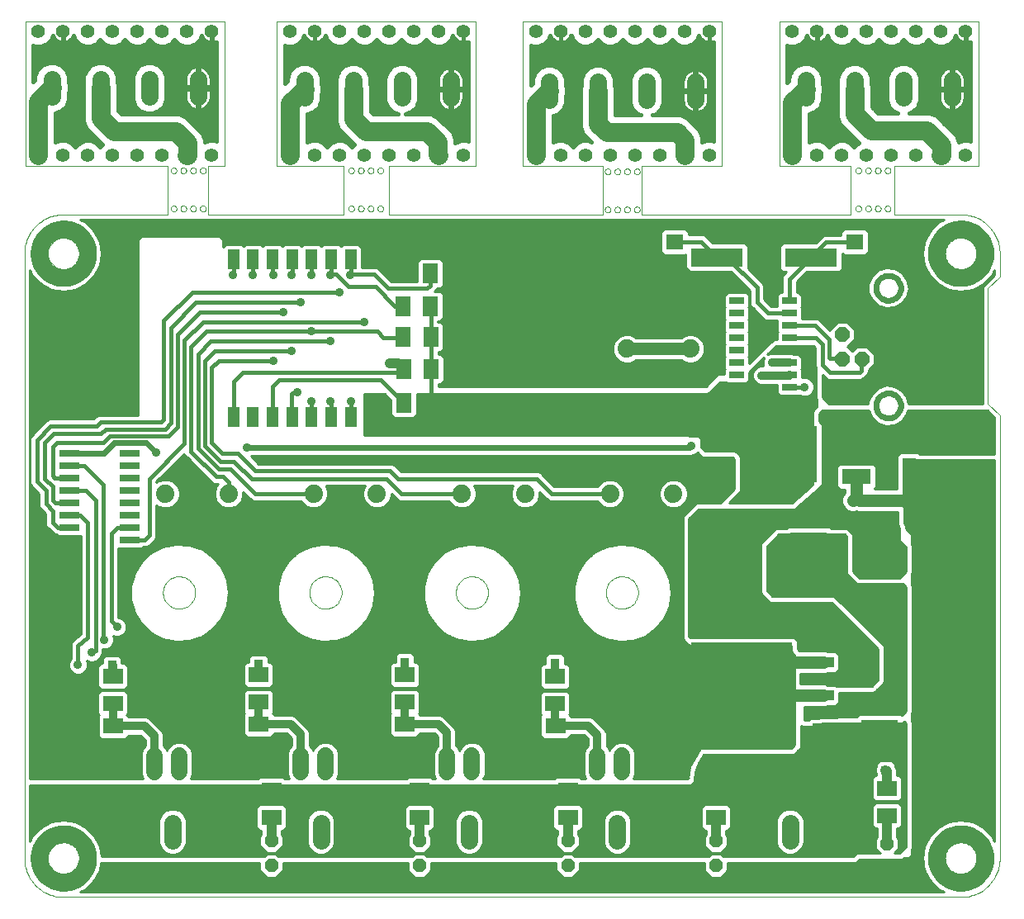
<source format=gtl>
G75*
G70*
%OFA0B0*%
%FSLAX24Y24*%
%IPPOS*%
%LPD*%
%AMOC8*
5,1,8,0,0,1.08239X$1,22.5*
%
%ADD10C,0.0240*%
%ADD11C,0.0000*%
%ADD12C,0.0000*%
%ADD13C,0.0700*%
%ADD14R,0.0600X0.0250*%
%ADD15OC8,0.0574*%
%ADD16R,0.2100X0.0760*%
%ADD17R,0.0709X0.0630*%
%ADD18R,0.2441X0.2283*%
%ADD19R,0.1181X0.0630*%
%ADD20R,0.0551X0.1024*%
%ADD21R,0.4098X0.4252*%
%ADD22R,0.0850X0.0420*%
%ADD23R,0.1496X0.0551*%
%ADD24R,0.1516X0.2165*%
%ADD25R,0.0571X0.1024*%
%ADD26OC8,0.0520*%
%ADD27R,0.0787X0.0630*%
%ADD28C,0.0705*%
%ADD29R,0.0472X0.0787*%
%ADD30R,0.0630X0.0787*%
%ADD31C,0.0740*%
%ADD32C,0.0660*%
%ADD33R,0.0800X0.0260*%
%ADD34C,0.0554*%
%ADD35C,0.0100*%
%ADD36C,0.0400*%
%ADD37R,0.0356X0.0356*%
%ADD38C,0.0356*%
%ADD39R,0.1660X0.1660*%
%ADD40C,0.0160*%
%ADD41C,0.0320*%
%ADD42C,0.0500*%
%ADD43C,0.0760*%
D10*
X012674Y020833D02*
X014048Y020833D01*
X014470Y021255D01*
X015769Y021255D01*
X016163Y020861D01*
X019824Y021058D02*
X037698Y021058D01*
X037777Y021137D01*
X045218Y022751D02*
X045220Y022795D01*
X045226Y022839D01*
X045236Y022882D01*
X045249Y022924D01*
X045266Y022965D01*
X045287Y023004D01*
X045311Y023041D01*
X045338Y023076D01*
X045368Y023108D01*
X045401Y023138D01*
X045437Y023164D01*
X045474Y023188D01*
X045514Y023207D01*
X045555Y023224D01*
X045598Y023236D01*
X045641Y023245D01*
X045685Y023250D01*
X045729Y023251D01*
X045773Y023248D01*
X045817Y023241D01*
X045860Y023230D01*
X045902Y023216D01*
X045942Y023198D01*
X045981Y023176D01*
X046017Y023152D01*
X046051Y023124D01*
X046083Y023093D01*
X046112Y023059D01*
X046138Y023023D01*
X046160Y022985D01*
X046179Y022945D01*
X046194Y022903D01*
X046206Y022861D01*
X046214Y022817D01*
X046218Y022773D01*
X046218Y022729D01*
X046214Y022685D01*
X046206Y022641D01*
X046194Y022599D01*
X046179Y022557D01*
X046160Y022517D01*
X046138Y022479D01*
X046112Y022443D01*
X046083Y022409D01*
X046051Y022378D01*
X046017Y022350D01*
X045981Y022326D01*
X045942Y022304D01*
X045902Y022286D01*
X045860Y022272D01*
X045817Y022261D01*
X045773Y022254D01*
X045729Y022251D01*
X045685Y022252D01*
X045641Y022257D01*
X045598Y022266D01*
X045555Y022278D01*
X045514Y022295D01*
X045474Y022314D01*
X045437Y022338D01*
X045401Y022364D01*
X045368Y022394D01*
X045338Y022426D01*
X045311Y022461D01*
X045287Y022498D01*
X045266Y022537D01*
X045249Y022578D01*
X045236Y022620D01*
X045226Y022663D01*
X045220Y022707D01*
X045218Y022751D01*
X045218Y027501D02*
X045220Y027545D01*
X045226Y027589D01*
X045236Y027632D01*
X045249Y027674D01*
X045266Y027715D01*
X045287Y027754D01*
X045311Y027791D01*
X045338Y027826D01*
X045368Y027858D01*
X045401Y027888D01*
X045437Y027914D01*
X045474Y027938D01*
X045514Y027957D01*
X045555Y027974D01*
X045598Y027986D01*
X045641Y027995D01*
X045685Y028000D01*
X045729Y028001D01*
X045773Y027998D01*
X045817Y027991D01*
X045860Y027980D01*
X045902Y027966D01*
X045942Y027948D01*
X045981Y027926D01*
X046017Y027902D01*
X046051Y027874D01*
X046083Y027843D01*
X046112Y027809D01*
X046138Y027773D01*
X046160Y027735D01*
X046179Y027695D01*
X046194Y027653D01*
X046206Y027611D01*
X046214Y027567D01*
X046218Y027523D01*
X046218Y027479D01*
X046214Y027435D01*
X046206Y027391D01*
X046194Y027349D01*
X046179Y027307D01*
X046160Y027267D01*
X046138Y027229D01*
X046112Y027193D01*
X046083Y027159D01*
X046051Y027128D01*
X046017Y027100D01*
X045981Y027076D01*
X045942Y027054D01*
X045902Y027036D01*
X045860Y027022D01*
X045817Y027011D01*
X045773Y027004D01*
X045729Y027001D01*
X045685Y027002D01*
X045641Y027007D01*
X045598Y027016D01*
X045555Y027028D01*
X045514Y027045D01*
X045474Y027064D01*
X045437Y027088D01*
X045401Y027114D01*
X045368Y027144D01*
X045338Y027176D01*
X045311Y027211D01*
X045287Y027248D01*
X045266Y027287D01*
X045249Y027328D01*
X045236Y027370D01*
X045226Y027413D01*
X045220Y027457D01*
X045218Y027501D01*
D11*
X010848Y028893D02*
X010848Y004483D01*
X010850Y004406D01*
X010856Y004329D01*
X010865Y004252D01*
X010878Y004176D01*
X010895Y004100D01*
X010916Y004026D01*
X010940Y003952D01*
X010968Y003880D01*
X010999Y003810D01*
X011034Y003741D01*
X011072Y003673D01*
X011113Y003608D01*
X011158Y003545D01*
X011206Y003484D01*
X011256Y003425D01*
X011309Y003369D01*
X011365Y003316D01*
X011424Y003266D01*
X011485Y003218D01*
X011548Y003173D01*
X011613Y003132D01*
X011681Y003094D01*
X011750Y003059D01*
X011820Y003028D01*
X011892Y003000D01*
X011966Y002976D01*
X012040Y002955D01*
X012116Y002938D01*
X012192Y002925D01*
X012269Y002916D01*
X012346Y002910D01*
X012423Y002908D01*
X048643Y002908D01*
X048720Y002910D01*
X048797Y002916D01*
X048874Y002925D01*
X048950Y002938D01*
X049026Y002955D01*
X049100Y002976D01*
X049174Y003000D01*
X049246Y003028D01*
X049316Y003059D01*
X049385Y003094D01*
X049453Y003132D01*
X049518Y003173D01*
X049581Y003218D01*
X049642Y003266D01*
X049701Y003316D01*
X049757Y003369D01*
X049810Y003425D01*
X049860Y003484D01*
X049908Y003545D01*
X049953Y003608D01*
X049994Y003673D01*
X050032Y003741D01*
X050067Y003810D01*
X050098Y003880D01*
X050126Y003952D01*
X050150Y004026D01*
X050171Y004100D01*
X050188Y004176D01*
X050201Y004252D01*
X050210Y004329D01*
X050216Y004406D01*
X050218Y004483D01*
X050218Y022357D01*
X049746Y022830D01*
X049746Y027475D01*
X050218Y027948D01*
X050218Y028893D01*
X050216Y028970D01*
X050210Y029047D01*
X050201Y029124D01*
X050188Y029200D01*
X050171Y029276D01*
X050150Y029350D01*
X050126Y029424D01*
X050098Y029496D01*
X050067Y029566D01*
X050032Y029635D01*
X049994Y029703D01*
X049953Y029768D01*
X049908Y029831D01*
X049860Y029892D01*
X049810Y029951D01*
X049757Y030007D01*
X049701Y030060D01*
X049642Y030110D01*
X049581Y030158D01*
X049518Y030203D01*
X049453Y030244D01*
X049385Y030282D01*
X049316Y030317D01*
X049246Y030348D01*
X049174Y030376D01*
X049100Y030400D01*
X049026Y030421D01*
X048950Y030438D01*
X048874Y030451D01*
X048797Y030460D01*
X048720Y030466D01*
X048643Y030468D01*
X048643Y030467D02*
X045966Y030467D01*
X045966Y032436D01*
X049352Y032436D01*
X049352Y038263D01*
X041320Y038263D01*
X041320Y032436D01*
X044194Y032436D01*
X044194Y030467D01*
X035769Y030467D01*
X035769Y032436D01*
X038998Y032436D01*
X038998Y038263D01*
X030966Y038263D01*
X030966Y032436D01*
X034194Y032436D01*
X034194Y030467D01*
X025572Y030467D01*
X025572Y032436D01*
X029076Y032436D01*
X029076Y038263D01*
X021045Y038263D01*
X021045Y032436D01*
X023722Y032436D01*
X023722Y030467D01*
X018250Y030467D01*
X018250Y032436D01*
X018919Y032436D01*
X018919Y038263D01*
X010887Y038263D01*
X010887Y032436D01*
X016635Y032436D01*
X016635Y030467D01*
X012423Y030467D01*
X012423Y030468D02*
X012346Y030466D01*
X012269Y030460D01*
X012192Y030451D01*
X012116Y030438D01*
X012040Y030421D01*
X011966Y030400D01*
X011892Y030376D01*
X011820Y030348D01*
X011750Y030317D01*
X011681Y030282D01*
X011613Y030244D01*
X011548Y030203D01*
X011485Y030158D01*
X011424Y030110D01*
X011365Y030060D01*
X011309Y030007D01*
X011256Y029951D01*
X011206Y029892D01*
X011158Y029831D01*
X011113Y029768D01*
X011072Y029703D01*
X011034Y029635D01*
X010999Y029566D01*
X010968Y029496D01*
X010940Y029424D01*
X010916Y029350D01*
X010895Y029276D01*
X010878Y029200D01*
X010865Y029124D01*
X010856Y029047D01*
X010850Y028970D01*
X010848Y028893D01*
D12*
X011793Y028893D02*
X011795Y028943D01*
X011801Y028993D01*
X011811Y029042D01*
X011825Y029090D01*
X011842Y029137D01*
X011863Y029182D01*
X011888Y029226D01*
X011916Y029267D01*
X011948Y029306D01*
X011982Y029343D01*
X012019Y029377D01*
X012059Y029407D01*
X012101Y029434D01*
X012145Y029458D01*
X012191Y029479D01*
X012238Y029495D01*
X012286Y029508D01*
X012336Y029517D01*
X012385Y029522D01*
X012436Y029523D01*
X012486Y029520D01*
X012535Y029513D01*
X012584Y029502D01*
X012632Y029487D01*
X012678Y029469D01*
X012723Y029447D01*
X012766Y029421D01*
X012807Y029392D01*
X012846Y029360D01*
X012882Y029325D01*
X012914Y029287D01*
X012944Y029247D01*
X012971Y029204D01*
X012994Y029160D01*
X013013Y029114D01*
X013029Y029066D01*
X013041Y029017D01*
X013049Y028968D01*
X013053Y028918D01*
X013053Y028868D01*
X013049Y028818D01*
X013041Y028769D01*
X013029Y028720D01*
X013013Y028672D01*
X012994Y028626D01*
X012971Y028582D01*
X012944Y028539D01*
X012914Y028499D01*
X012882Y028461D01*
X012846Y028426D01*
X012807Y028394D01*
X012766Y028365D01*
X012723Y028339D01*
X012678Y028317D01*
X012632Y028299D01*
X012584Y028284D01*
X012535Y028273D01*
X012486Y028266D01*
X012436Y028263D01*
X012385Y028264D01*
X012336Y028269D01*
X012286Y028278D01*
X012238Y028291D01*
X012191Y028307D01*
X012145Y028328D01*
X012101Y028352D01*
X012059Y028379D01*
X012019Y028409D01*
X011982Y028443D01*
X011948Y028480D01*
X011916Y028519D01*
X011888Y028560D01*
X011863Y028604D01*
X011842Y028649D01*
X011825Y028696D01*
X011811Y028744D01*
X011801Y028793D01*
X011795Y028843D01*
X011793Y028893D01*
X016754Y030704D02*
X016756Y030725D01*
X016762Y030745D01*
X016771Y030765D01*
X016783Y030782D01*
X016798Y030796D01*
X016816Y030808D01*
X016836Y030816D01*
X016856Y030821D01*
X016877Y030822D01*
X016898Y030819D01*
X016918Y030813D01*
X016937Y030802D01*
X016954Y030789D01*
X016967Y030773D01*
X016978Y030755D01*
X016986Y030735D01*
X016990Y030715D01*
X016990Y030693D01*
X016986Y030673D01*
X016978Y030653D01*
X016967Y030635D01*
X016954Y030619D01*
X016937Y030606D01*
X016918Y030595D01*
X016898Y030589D01*
X016877Y030586D01*
X016856Y030587D01*
X016836Y030592D01*
X016816Y030600D01*
X016798Y030612D01*
X016783Y030626D01*
X016771Y030643D01*
X016762Y030663D01*
X016756Y030683D01*
X016754Y030704D01*
X017147Y030704D02*
X017149Y030725D01*
X017155Y030745D01*
X017164Y030765D01*
X017176Y030782D01*
X017191Y030796D01*
X017209Y030808D01*
X017229Y030816D01*
X017249Y030821D01*
X017270Y030822D01*
X017291Y030819D01*
X017311Y030813D01*
X017330Y030802D01*
X017347Y030789D01*
X017360Y030773D01*
X017371Y030755D01*
X017379Y030735D01*
X017383Y030715D01*
X017383Y030693D01*
X017379Y030673D01*
X017371Y030653D01*
X017360Y030635D01*
X017347Y030619D01*
X017330Y030606D01*
X017311Y030595D01*
X017291Y030589D01*
X017270Y030586D01*
X017249Y030587D01*
X017229Y030592D01*
X017209Y030600D01*
X017191Y030612D01*
X017176Y030626D01*
X017164Y030643D01*
X017155Y030663D01*
X017149Y030683D01*
X017147Y030704D01*
X017541Y030704D02*
X017543Y030725D01*
X017549Y030745D01*
X017558Y030765D01*
X017570Y030782D01*
X017585Y030796D01*
X017603Y030808D01*
X017623Y030816D01*
X017643Y030821D01*
X017664Y030822D01*
X017685Y030819D01*
X017705Y030813D01*
X017724Y030802D01*
X017741Y030789D01*
X017754Y030773D01*
X017765Y030755D01*
X017773Y030735D01*
X017777Y030715D01*
X017777Y030693D01*
X017773Y030673D01*
X017765Y030653D01*
X017754Y030635D01*
X017741Y030619D01*
X017724Y030606D01*
X017705Y030595D01*
X017685Y030589D01*
X017664Y030586D01*
X017643Y030587D01*
X017623Y030592D01*
X017603Y030600D01*
X017585Y030612D01*
X017570Y030626D01*
X017558Y030643D01*
X017549Y030663D01*
X017543Y030683D01*
X017541Y030704D01*
X017935Y030704D02*
X017937Y030725D01*
X017943Y030745D01*
X017952Y030765D01*
X017964Y030782D01*
X017979Y030796D01*
X017997Y030808D01*
X018017Y030816D01*
X018037Y030821D01*
X018058Y030822D01*
X018079Y030819D01*
X018099Y030813D01*
X018118Y030802D01*
X018135Y030789D01*
X018148Y030773D01*
X018159Y030755D01*
X018167Y030735D01*
X018171Y030715D01*
X018171Y030693D01*
X018167Y030673D01*
X018159Y030653D01*
X018148Y030635D01*
X018135Y030619D01*
X018118Y030606D01*
X018099Y030595D01*
X018079Y030589D01*
X018058Y030586D01*
X018037Y030587D01*
X018017Y030592D01*
X017997Y030600D01*
X017979Y030612D01*
X017964Y030626D01*
X017952Y030643D01*
X017943Y030663D01*
X017937Y030683D01*
X017935Y030704D01*
X017935Y032239D02*
X017937Y032260D01*
X017943Y032280D01*
X017952Y032300D01*
X017964Y032317D01*
X017979Y032331D01*
X017997Y032343D01*
X018017Y032351D01*
X018037Y032356D01*
X018058Y032357D01*
X018079Y032354D01*
X018099Y032348D01*
X018118Y032337D01*
X018135Y032324D01*
X018148Y032308D01*
X018159Y032290D01*
X018167Y032270D01*
X018171Y032250D01*
X018171Y032228D01*
X018167Y032208D01*
X018159Y032188D01*
X018148Y032170D01*
X018135Y032154D01*
X018118Y032141D01*
X018099Y032130D01*
X018079Y032124D01*
X018058Y032121D01*
X018037Y032122D01*
X018017Y032127D01*
X017997Y032135D01*
X017979Y032147D01*
X017964Y032161D01*
X017952Y032178D01*
X017943Y032198D01*
X017937Y032218D01*
X017935Y032239D01*
X017541Y032239D02*
X017543Y032260D01*
X017549Y032280D01*
X017558Y032300D01*
X017570Y032317D01*
X017585Y032331D01*
X017603Y032343D01*
X017623Y032351D01*
X017643Y032356D01*
X017664Y032357D01*
X017685Y032354D01*
X017705Y032348D01*
X017724Y032337D01*
X017741Y032324D01*
X017754Y032308D01*
X017765Y032290D01*
X017773Y032270D01*
X017777Y032250D01*
X017777Y032228D01*
X017773Y032208D01*
X017765Y032188D01*
X017754Y032170D01*
X017741Y032154D01*
X017724Y032141D01*
X017705Y032130D01*
X017685Y032124D01*
X017664Y032121D01*
X017643Y032122D01*
X017623Y032127D01*
X017603Y032135D01*
X017585Y032147D01*
X017570Y032161D01*
X017558Y032178D01*
X017549Y032198D01*
X017543Y032218D01*
X017541Y032239D01*
X017147Y032239D02*
X017149Y032260D01*
X017155Y032280D01*
X017164Y032300D01*
X017176Y032317D01*
X017191Y032331D01*
X017209Y032343D01*
X017229Y032351D01*
X017249Y032356D01*
X017270Y032357D01*
X017291Y032354D01*
X017311Y032348D01*
X017330Y032337D01*
X017347Y032324D01*
X017360Y032308D01*
X017371Y032290D01*
X017379Y032270D01*
X017383Y032250D01*
X017383Y032228D01*
X017379Y032208D01*
X017371Y032188D01*
X017360Y032170D01*
X017347Y032154D01*
X017330Y032141D01*
X017311Y032130D01*
X017291Y032124D01*
X017270Y032121D01*
X017249Y032122D01*
X017229Y032127D01*
X017209Y032135D01*
X017191Y032147D01*
X017176Y032161D01*
X017164Y032178D01*
X017155Y032198D01*
X017149Y032218D01*
X017147Y032239D01*
X016754Y032239D02*
X016756Y032260D01*
X016762Y032280D01*
X016771Y032300D01*
X016783Y032317D01*
X016798Y032331D01*
X016816Y032343D01*
X016836Y032351D01*
X016856Y032356D01*
X016877Y032357D01*
X016898Y032354D01*
X016918Y032348D01*
X016937Y032337D01*
X016954Y032324D01*
X016967Y032308D01*
X016978Y032290D01*
X016986Y032270D01*
X016990Y032250D01*
X016990Y032228D01*
X016986Y032208D01*
X016978Y032188D01*
X016967Y032170D01*
X016954Y032154D01*
X016937Y032141D01*
X016918Y032130D01*
X016898Y032124D01*
X016877Y032121D01*
X016856Y032122D01*
X016836Y032127D01*
X016816Y032135D01*
X016798Y032147D01*
X016783Y032161D01*
X016771Y032178D01*
X016762Y032198D01*
X016756Y032218D01*
X016754Y032239D01*
X023919Y032239D02*
X023921Y032260D01*
X023927Y032280D01*
X023936Y032300D01*
X023948Y032317D01*
X023963Y032331D01*
X023981Y032343D01*
X024001Y032351D01*
X024021Y032356D01*
X024042Y032357D01*
X024063Y032354D01*
X024083Y032348D01*
X024102Y032337D01*
X024119Y032324D01*
X024132Y032308D01*
X024143Y032290D01*
X024151Y032270D01*
X024155Y032250D01*
X024155Y032228D01*
X024151Y032208D01*
X024143Y032188D01*
X024132Y032170D01*
X024119Y032154D01*
X024102Y032141D01*
X024083Y032130D01*
X024063Y032124D01*
X024042Y032121D01*
X024021Y032122D01*
X024001Y032127D01*
X023981Y032135D01*
X023963Y032147D01*
X023948Y032161D01*
X023936Y032178D01*
X023927Y032198D01*
X023921Y032218D01*
X023919Y032239D01*
X024313Y032239D02*
X024315Y032260D01*
X024321Y032280D01*
X024330Y032300D01*
X024342Y032317D01*
X024357Y032331D01*
X024375Y032343D01*
X024395Y032351D01*
X024415Y032356D01*
X024436Y032357D01*
X024457Y032354D01*
X024477Y032348D01*
X024496Y032337D01*
X024513Y032324D01*
X024526Y032308D01*
X024537Y032290D01*
X024545Y032270D01*
X024549Y032250D01*
X024549Y032228D01*
X024545Y032208D01*
X024537Y032188D01*
X024526Y032170D01*
X024513Y032154D01*
X024496Y032141D01*
X024477Y032130D01*
X024457Y032124D01*
X024436Y032121D01*
X024415Y032122D01*
X024395Y032127D01*
X024375Y032135D01*
X024357Y032147D01*
X024342Y032161D01*
X024330Y032178D01*
X024321Y032198D01*
X024315Y032218D01*
X024313Y032239D01*
X024706Y032239D02*
X024708Y032260D01*
X024714Y032280D01*
X024723Y032300D01*
X024735Y032317D01*
X024750Y032331D01*
X024768Y032343D01*
X024788Y032351D01*
X024808Y032356D01*
X024829Y032357D01*
X024850Y032354D01*
X024870Y032348D01*
X024889Y032337D01*
X024906Y032324D01*
X024919Y032308D01*
X024930Y032290D01*
X024938Y032270D01*
X024942Y032250D01*
X024942Y032228D01*
X024938Y032208D01*
X024930Y032188D01*
X024919Y032170D01*
X024906Y032154D01*
X024889Y032141D01*
X024870Y032130D01*
X024850Y032124D01*
X024829Y032121D01*
X024808Y032122D01*
X024788Y032127D01*
X024768Y032135D01*
X024750Y032147D01*
X024735Y032161D01*
X024723Y032178D01*
X024714Y032198D01*
X024708Y032218D01*
X024706Y032239D01*
X025100Y032239D02*
X025102Y032260D01*
X025108Y032280D01*
X025117Y032300D01*
X025129Y032317D01*
X025144Y032331D01*
X025162Y032343D01*
X025182Y032351D01*
X025202Y032356D01*
X025223Y032357D01*
X025244Y032354D01*
X025264Y032348D01*
X025283Y032337D01*
X025300Y032324D01*
X025313Y032308D01*
X025324Y032290D01*
X025332Y032270D01*
X025336Y032250D01*
X025336Y032228D01*
X025332Y032208D01*
X025324Y032188D01*
X025313Y032170D01*
X025300Y032154D01*
X025283Y032141D01*
X025264Y032130D01*
X025244Y032124D01*
X025223Y032121D01*
X025202Y032122D01*
X025182Y032127D01*
X025162Y032135D01*
X025144Y032147D01*
X025129Y032161D01*
X025117Y032178D01*
X025108Y032198D01*
X025102Y032218D01*
X025100Y032239D01*
X025100Y030704D02*
X025102Y030725D01*
X025108Y030745D01*
X025117Y030765D01*
X025129Y030782D01*
X025144Y030796D01*
X025162Y030808D01*
X025182Y030816D01*
X025202Y030821D01*
X025223Y030822D01*
X025244Y030819D01*
X025264Y030813D01*
X025283Y030802D01*
X025300Y030789D01*
X025313Y030773D01*
X025324Y030755D01*
X025332Y030735D01*
X025336Y030715D01*
X025336Y030693D01*
X025332Y030673D01*
X025324Y030653D01*
X025313Y030635D01*
X025300Y030619D01*
X025283Y030606D01*
X025264Y030595D01*
X025244Y030589D01*
X025223Y030586D01*
X025202Y030587D01*
X025182Y030592D01*
X025162Y030600D01*
X025144Y030612D01*
X025129Y030626D01*
X025117Y030643D01*
X025108Y030663D01*
X025102Y030683D01*
X025100Y030704D01*
X024706Y030704D02*
X024708Y030725D01*
X024714Y030745D01*
X024723Y030765D01*
X024735Y030782D01*
X024750Y030796D01*
X024768Y030808D01*
X024788Y030816D01*
X024808Y030821D01*
X024829Y030822D01*
X024850Y030819D01*
X024870Y030813D01*
X024889Y030802D01*
X024906Y030789D01*
X024919Y030773D01*
X024930Y030755D01*
X024938Y030735D01*
X024942Y030715D01*
X024942Y030693D01*
X024938Y030673D01*
X024930Y030653D01*
X024919Y030635D01*
X024906Y030619D01*
X024889Y030606D01*
X024870Y030595D01*
X024850Y030589D01*
X024829Y030586D01*
X024808Y030587D01*
X024788Y030592D01*
X024768Y030600D01*
X024750Y030612D01*
X024735Y030626D01*
X024723Y030643D01*
X024714Y030663D01*
X024708Y030683D01*
X024706Y030704D01*
X024313Y030704D02*
X024315Y030725D01*
X024321Y030745D01*
X024330Y030765D01*
X024342Y030782D01*
X024357Y030796D01*
X024375Y030808D01*
X024395Y030816D01*
X024415Y030821D01*
X024436Y030822D01*
X024457Y030819D01*
X024477Y030813D01*
X024496Y030802D01*
X024513Y030789D01*
X024526Y030773D01*
X024537Y030755D01*
X024545Y030735D01*
X024549Y030715D01*
X024549Y030693D01*
X024545Y030673D01*
X024537Y030653D01*
X024526Y030635D01*
X024513Y030619D01*
X024496Y030606D01*
X024477Y030595D01*
X024457Y030589D01*
X024436Y030586D01*
X024415Y030587D01*
X024395Y030592D01*
X024375Y030600D01*
X024357Y030612D01*
X024342Y030626D01*
X024330Y030643D01*
X024321Y030663D01*
X024315Y030683D01*
X024313Y030704D01*
X023919Y030704D02*
X023921Y030725D01*
X023927Y030745D01*
X023936Y030765D01*
X023948Y030782D01*
X023963Y030796D01*
X023981Y030808D01*
X024001Y030816D01*
X024021Y030821D01*
X024042Y030822D01*
X024063Y030819D01*
X024083Y030813D01*
X024102Y030802D01*
X024119Y030789D01*
X024132Y030773D01*
X024143Y030755D01*
X024151Y030735D01*
X024155Y030715D01*
X024155Y030693D01*
X024151Y030673D01*
X024143Y030653D01*
X024132Y030635D01*
X024119Y030619D01*
X024102Y030606D01*
X024083Y030595D01*
X024063Y030589D01*
X024042Y030586D01*
X024021Y030587D01*
X024001Y030592D01*
X023981Y030600D01*
X023963Y030612D01*
X023948Y030626D01*
X023936Y030643D01*
X023927Y030663D01*
X023921Y030683D01*
X023919Y030704D01*
X034273Y030664D02*
X034275Y030685D01*
X034281Y030705D01*
X034290Y030725D01*
X034302Y030742D01*
X034317Y030756D01*
X034335Y030768D01*
X034355Y030776D01*
X034375Y030781D01*
X034396Y030782D01*
X034417Y030779D01*
X034437Y030773D01*
X034456Y030762D01*
X034473Y030749D01*
X034486Y030733D01*
X034497Y030715D01*
X034505Y030695D01*
X034509Y030675D01*
X034509Y030653D01*
X034505Y030633D01*
X034497Y030613D01*
X034486Y030595D01*
X034473Y030579D01*
X034456Y030566D01*
X034437Y030555D01*
X034417Y030549D01*
X034396Y030546D01*
X034375Y030547D01*
X034355Y030552D01*
X034335Y030560D01*
X034317Y030572D01*
X034302Y030586D01*
X034290Y030603D01*
X034281Y030623D01*
X034275Y030643D01*
X034273Y030664D01*
X034667Y030664D02*
X034669Y030685D01*
X034675Y030705D01*
X034684Y030725D01*
X034696Y030742D01*
X034711Y030756D01*
X034729Y030768D01*
X034749Y030776D01*
X034769Y030781D01*
X034790Y030782D01*
X034811Y030779D01*
X034831Y030773D01*
X034850Y030762D01*
X034867Y030749D01*
X034880Y030733D01*
X034891Y030715D01*
X034899Y030695D01*
X034903Y030675D01*
X034903Y030653D01*
X034899Y030633D01*
X034891Y030613D01*
X034880Y030595D01*
X034867Y030579D01*
X034850Y030566D01*
X034831Y030555D01*
X034811Y030549D01*
X034790Y030546D01*
X034769Y030547D01*
X034749Y030552D01*
X034729Y030560D01*
X034711Y030572D01*
X034696Y030586D01*
X034684Y030603D01*
X034675Y030623D01*
X034669Y030643D01*
X034667Y030664D01*
X035061Y030664D02*
X035063Y030685D01*
X035069Y030705D01*
X035078Y030725D01*
X035090Y030742D01*
X035105Y030756D01*
X035123Y030768D01*
X035143Y030776D01*
X035163Y030781D01*
X035184Y030782D01*
X035205Y030779D01*
X035225Y030773D01*
X035244Y030762D01*
X035261Y030749D01*
X035274Y030733D01*
X035285Y030715D01*
X035293Y030695D01*
X035297Y030675D01*
X035297Y030653D01*
X035293Y030633D01*
X035285Y030613D01*
X035274Y030595D01*
X035261Y030579D01*
X035244Y030566D01*
X035225Y030555D01*
X035205Y030549D01*
X035184Y030546D01*
X035163Y030547D01*
X035143Y030552D01*
X035123Y030560D01*
X035105Y030572D01*
X035090Y030586D01*
X035078Y030603D01*
X035069Y030623D01*
X035063Y030643D01*
X035061Y030664D01*
X035454Y030664D02*
X035456Y030685D01*
X035462Y030705D01*
X035471Y030725D01*
X035483Y030742D01*
X035498Y030756D01*
X035516Y030768D01*
X035536Y030776D01*
X035556Y030781D01*
X035577Y030782D01*
X035598Y030779D01*
X035618Y030773D01*
X035637Y030762D01*
X035654Y030749D01*
X035667Y030733D01*
X035678Y030715D01*
X035686Y030695D01*
X035690Y030675D01*
X035690Y030653D01*
X035686Y030633D01*
X035678Y030613D01*
X035667Y030595D01*
X035654Y030579D01*
X035637Y030566D01*
X035618Y030555D01*
X035598Y030549D01*
X035577Y030546D01*
X035556Y030547D01*
X035536Y030552D01*
X035516Y030560D01*
X035498Y030572D01*
X035483Y030586D01*
X035471Y030603D01*
X035462Y030623D01*
X035456Y030643D01*
X035454Y030664D01*
X035454Y032200D02*
X035456Y032221D01*
X035462Y032241D01*
X035471Y032261D01*
X035483Y032278D01*
X035498Y032292D01*
X035516Y032304D01*
X035536Y032312D01*
X035556Y032317D01*
X035577Y032318D01*
X035598Y032315D01*
X035618Y032309D01*
X035637Y032298D01*
X035654Y032285D01*
X035667Y032269D01*
X035678Y032251D01*
X035686Y032231D01*
X035690Y032211D01*
X035690Y032189D01*
X035686Y032169D01*
X035678Y032149D01*
X035667Y032131D01*
X035654Y032115D01*
X035637Y032102D01*
X035618Y032091D01*
X035598Y032085D01*
X035577Y032082D01*
X035556Y032083D01*
X035536Y032088D01*
X035516Y032096D01*
X035498Y032108D01*
X035483Y032122D01*
X035471Y032139D01*
X035462Y032159D01*
X035456Y032179D01*
X035454Y032200D01*
X035061Y032200D02*
X035063Y032221D01*
X035069Y032241D01*
X035078Y032261D01*
X035090Y032278D01*
X035105Y032292D01*
X035123Y032304D01*
X035143Y032312D01*
X035163Y032317D01*
X035184Y032318D01*
X035205Y032315D01*
X035225Y032309D01*
X035244Y032298D01*
X035261Y032285D01*
X035274Y032269D01*
X035285Y032251D01*
X035293Y032231D01*
X035297Y032211D01*
X035297Y032189D01*
X035293Y032169D01*
X035285Y032149D01*
X035274Y032131D01*
X035261Y032115D01*
X035244Y032102D01*
X035225Y032091D01*
X035205Y032085D01*
X035184Y032082D01*
X035163Y032083D01*
X035143Y032088D01*
X035123Y032096D01*
X035105Y032108D01*
X035090Y032122D01*
X035078Y032139D01*
X035069Y032159D01*
X035063Y032179D01*
X035061Y032200D01*
X034667Y032200D02*
X034669Y032221D01*
X034675Y032241D01*
X034684Y032261D01*
X034696Y032278D01*
X034711Y032292D01*
X034729Y032304D01*
X034749Y032312D01*
X034769Y032317D01*
X034790Y032318D01*
X034811Y032315D01*
X034831Y032309D01*
X034850Y032298D01*
X034867Y032285D01*
X034880Y032269D01*
X034891Y032251D01*
X034899Y032231D01*
X034903Y032211D01*
X034903Y032189D01*
X034899Y032169D01*
X034891Y032149D01*
X034880Y032131D01*
X034867Y032115D01*
X034850Y032102D01*
X034831Y032091D01*
X034811Y032085D01*
X034790Y032082D01*
X034769Y032083D01*
X034749Y032088D01*
X034729Y032096D01*
X034711Y032108D01*
X034696Y032122D01*
X034684Y032139D01*
X034675Y032159D01*
X034669Y032179D01*
X034667Y032200D01*
X034273Y032200D02*
X034275Y032221D01*
X034281Y032241D01*
X034290Y032261D01*
X034302Y032278D01*
X034317Y032292D01*
X034335Y032304D01*
X034355Y032312D01*
X034375Y032317D01*
X034396Y032318D01*
X034417Y032315D01*
X034437Y032309D01*
X034456Y032298D01*
X034473Y032285D01*
X034486Y032269D01*
X034497Y032251D01*
X034505Y032231D01*
X034509Y032211D01*
X034509Y032189D01*
X034505Y032169D01*
X034497Y032149D01*
X034486Y032131D01*
X034473Y032115D01*
X034456Y032102D01*
X034437Y032091D01*
X034417Y032085D01*
X034396Y032082D01*
X034375Y032083D01*
X034355Y032088D01*
X034335Y032096D01*
X034317Y032108D01*
X034302Y032122D01*
X034290Y032139D01*
X034281Y032159D01*
X034275Y032179D01*
X034273Y032200D01*
X044391Y032239D02*
X044393Y032260D01*
X044399Y032280D01*
X044408Y032300D01*
X044420Y032317D01*
X044435Y032331D01*
X044453Y032343D01*
X044473Y032351D01*
X044493Y032356D01*
X044514Y032357D01*
X044535Y032354D01*
X044555Y032348D01*
X044574Y032337D01*
X044591Y032324D01*
X044604Y032308D01*
X044615Y032290D01*
X044623Y032270D01*
X044627Y032250D01*
X044627Y032228D01*
X044623Y032208D01*
X044615Y032188D01*
X044604Y032170D01*
X044591Y032154D01*
X044574Y032141D01*
X044555Y032130D01*
X044535Y032124D01*
X044514Y032121D01*
X044493Y032122D01*
X044473Y032127D01*
X044453Y032135D01*
X044435Y032147D01*
X044420Y032161D01*
X044408Y032178D01*
X044399Y032198D01*
X044393Y032218D01*
X044391Y032239D01*
X044785Y032239D02*
X044787Y032260D01*
X044793Y032280D01*
X044802Y032300D01*
X044814Y032317D01*
X044829Y032331D01*
X044847Y032343D01*
X044867Y032351D01*
X044887Y032356D01*
X044908Y032357D01*
X044929Y032354D01*
X044949Y032348D01*
X044968Y032337D01*
X044985Y032324D01*
X044998Y032308D01*
X045009Y032290D01*
X045017Y032270D01*
X045021Y032250D01*
X045021Y032228D01*
X045017Y032208D01*
X045009Y032188D01*
X044998Y032170D01*
X044985Y032154D01*
X044968Y032141D01*
X044949Y032130D01*
X044929Y032124D01*
X044908Y032121D01*
X044887Y032122D01*
X044867Y032127D01*
X044847Y032135D01*
X044829Y032147D01*
X044814Y032161D01*
X044802Y032178D01*
X044793Y032198D01*
X044787Y032218D01*
X044785Y032239D01*
X045179Y032239D02*
X045181Y032260D01*
X045187Y032280D01*
X045196Y032300D01*
X045208Y032317D01*
X045223Y032331D01*
X045241Y032343D01*
X045261Y032351D01*
X045281Y032356D01*
X045302Y032357D01*
X045323Y032354D01*
X045343Y032348D01*
X045362Y032337D01*
X045379Y032324D01*
X045392Y032308D01*
X045403Y032290D01*
X045411Y032270D01*
X045415Y032250D01*
X045415Y032228D01*
X045411Y032208D01*
X045403Y032188D01*
X045392Y032170D01*
X045379Y032154D01*
X045362Y032141D01*
X045343Y032130D01*
X045323Y032124D01*
X045302Y032121D01*
X045281Y032122D01*
X045261Y032127D01*
X045241Y032135D01*
X045223Y032147D01*
X045208Y032161D01*
X045196Y032178D01*
X045187Y032198D01*
X045181Y032218D01*
X045179Y032239D01*
X045573Y032239D02*
X045575Y032260D01*
X045581Y032280D01*
X045590Y032300D01*
X045602Y032317D01*
X045617Y032331D01*
X045635Y032343D01*
X045655Y032351D01*
X045675Y032356D01*
X045696Y032357D01*
X045717Y032354D01*
X045737Y032348D01*
X045756Y032337D01*
X045773Y032324D01*
X045786Y032308D01*
X045797Y032290D01*
X045805Y032270D01*
X045809Y032250D01*
X045809Y032228D01*
X045805Y032208D01*
X045797Y032188D01*
X045786Y032170D01*
X045773Y032154D01*
X045756Y032141D01*
X045737Y032130D01*
X045717Y032124D01*
X045696Y032121D01*
X045675Y032122D01*
X045655Y032127D01*
X045635Y032135D01*
X045617Y032147D01*
X045602Y032161D01*
X045590Y032178D01*
X045581Y032198D01*
X045575Y032218D01*
X045573Y032239D01*
X045573Y030704D02*
X045575Y030725D01*
X045581Y030745D01*
X045590Y030765D01*
X045602Y030782D01*
X045617Y030796D01*
X045635Y030808D01*
X045655Y030816D01*
X045675Y030821D01*
X045696Y030822D01*
X045717Y030819D01*
X045737Y030813D01*
X045756Y030802D01*
X045773Y030789D01*
X045786Y030773D01*
X045797Y030755D01*
X045805Y030735D01*
X045809Y030715D01*
X045809Y030693D01*
X045805Y030673D01*
X045797Y030653D01*
X045786Y030635D01*
X045773Y030619D01*
X045756Y030606D01*
X045737Y030595D01*
X045717Y030589D01*
X045696Y030586D01*
X045675Y030587D01*
X045655Y030592D01*
X045635Y030600D01*
X045617Y030612D01*
X045602Y030626D01*
X045590Y030643D01*
X045581Y030663D01*
X045575Y030683D01*
X045573Y030704D01*
X045179Y030704D02*
X045181Y030725D01*
X045187Y030745D01*
X045196Y030765D01*
X045208Y030782D01*
X045223Y030796D01*
X045241Y030808D01*
X045261Y030816D01*
X045281Y030821D01*
X045302Y030822D01*
X045323Y030819D01*
X045343Y030813D01*
X045362Y030802D01*
X045379Y030789D01*
X045392Y030773D01*
X045403Y030755D01*
X045411Y030735D01*
X045415Y030715D01*
X045415Y030693D01*
X045411Y030673D01*
X045403Y030653D01*
X045392Y030635D01*
X045379Y030619D01*
X045362Y030606D01*
X045343Y030595D01*
X045323Y030589D01*
X045302Y030586D01*
X045281Y030587D01*
X045261Y030592D01*
X045241Y030600D01*
X045223Y030612D01*
X045208Y030626D01*
X045196Y030643D01*
X045187Y030663D01*
X045181Y030683D01*
X045179Y030704D01*
X044785Y030704D02*
X044787Y030725D01*
X044793Y030745D01*
X044802Y030765D01*
X044814Y030782D01*
X044829Y030796D01*
X044847Y030808D01*
X044867Y030816D01*
X044887Y030821D01*
X044908Y030822D01*
X044929Y030819D01*
X044949Y030813D01*
X044968Y030802D01*
X044985Y030789D01*
X044998Y030773D01*
X045009Y030755D01*
X045017Y030735D01*
X045021Y030715D01*
X045021Y030693D01*
X045017Y030673D01*
X045009Y030653D01*
X044998Y030635D01*
X044985Y030619D01*
X044968Y030606D01*
X044949Y030595D01*
X044929Y030589D01*
X044908Y030586D01*
X044887Y030587D01*
X044867Y030592D01*
X044847Y030600D01*
X044829Y030612D01*
X044814Y030626D01*
X044802Y030643D01*
X044793Y030663D01*
X044787Y030683D01*
X044785Y030704D01*
X044391Y030704D02*
X044393Y030725D01*
X044399Y030745D01*
X044408Y030765D01*
X044420Y030782D01*
X044435Y030796D01*
X044453Y030808D01*
X044473Y030816D01*
X044493Y030821D01*
X044514Y030822D01*
X044535Y030819D01*
X044555Y030813D01*
X044574Y030802D01*
X044591Y030789D01*
X044604Y030773D01*
X044615Y030755D01*
X044623Y030735D01*
X044627Y030715D01*
X044627Y030693D01*
X044623Y030673D01*
X044615Y030653D01*
X044604Y030635D01*
X044591Y030619D01*
X044574Y030606D01*
X044555Y030595D01*
X044535Y030589D01*
X044514Y030586D01*
X044493Y030587D01*
X044473Y030592D01*
X044453Y030600D01*
X044435Y030612D01*
X044420Y030626D01*
X044408Y030643D01*
X044399Y030663D01*
X044393Y030683D01*
X044391Y030704D01*
X048013Y028893D02*
X048015Y028943D01*
X048021Y028993D01*
X048031Y029042D01*
X048045Y029090D01*
X048062Y029137D01*
X048083Y029182D01*
X048108Y029226D01*
X048136Y029267D01*
X048168Y029306D01*
X048202Y029343D01*
X048239Y029377D01*
X048279Y029407D01*
X048321Y029434D01*
X048365Y029458D01*
X048411Y029479D01*
X048458Y029495D01*
X048506Y029508D01*
X048556Y029517D01*
X048605Y029522D01*
X048656Y029523D01*
X048706Y029520D01*
X048755Y029513D01*
X048804Y029502D01*
X048852Y029487D01*
X048898Y029469D01*
X048943Y029447D01*
X048986Y029421D01*
X049027Y029392D01*
X049066Y029360D01*
X049102Y029325D01*
X049134Y029287D01*
X049164Y029247D01*
X049191Y029204D01*
X049214Y029160D01*
X049233Y029114D01*
X049249Y029066D01*
X049261Y029017D01*
X049269Y028968D01*
X049273Y028918D01*
X049273Y028868D01*
X049269Y028818D01*
X049261Y028769D01*
X049249Y028720D01*
X049233Y028672D01*
X049214Y028626D01*
X049191Y028582D01*
X049164Y028539D01*
X049134Y028499D01*
X049102Y028461D01*
X049066Y028426D01*
X049027Y028394D01*
X048986Y028365D01*
X048943Y028339D01*
X048898Y028317D01*
X048852Y028299D01*
X048804Y028284D01*
X048755Y028273D01*
X048706Y028266D01*
X048656Y028263D01*
X048605Y028264D01*
X048556Y028269D01*
X048506Y028278D01*
X048458Y028291D01*
X048411Y028307D01*
X048365Y028328D01*
X048321Y028352D01*
X048279Y028379D01*
X048239Y028409D01*
X048202Y028443D01*
X048168Y028480D01*
X048136Y028519D01*
X048108Y028560D01*
X048083Y028604D01*
X048062Y028649D01*
X048045Y028696D01*
X048031Y028744D01*
X048021Y028793D01*
X048015Y028843D01*
X048013Y028893D01*
X045265Y027496D02*
X045267Y027538D01*
X045273Y027580D01*
X045283Y027622D01*
X045296Y027662D01*
X045314Y027701D01*
X045335Y027738D01*
X045359Y027772D01*
X045387Y027805D01*
X045417Y027835D01*
X045450Y027861D01*
X045485Y027885D01*
X045523Y027905D01*
X045562Y027921D01*
X045602Y027934D01*
X045644Y027943D01*
X045686Y027948D01*
X045729Y027949D01*
X045771Y027946D01*
X045813Y027939D01*
X045854Y027928D01*
X045894Y027913D01*
X045932Y027895D01*
X045969Y027873D01*
X046003Y027848D01*
X046035Y027820D01*
X046063Y027789D01*
X046089Y027755D01*
X046112Y027719D01*
X046131Y027682D01*
X046147Y027642D01*
X046159Y027601D01*
X046167Y027560D01*
X046171Y027517D01*
X046171Y027475D01*
X046167Y027432D01*
X046159Y027391D01*
X046147Y027350D01*
X046131Y027310D01*
X046112Y027273D01*
X046089Y027237D01*
X046063Y027203D01*
X046035Y027172D01*
X046003Y027144D01*
X045969Y027119D01*
X045932Y027097D01*
X045894Y027079D01*
X045854Y027064D01*
X045813Y027053D01*
X045771Y027046D01*
X045729Y027043D01*
X045686Y027044D01*
X045644Y027049D01*
X045602Y027058D01*
X045562Y027071D01*
X045523Y027087D01*
X045485Y027107D01*
X045450Y027131D01*
X045417Y027157D01*
X045387Y027187D01*
X045359Y027220D01*
X045335Y027254D01*
X045314Y027291D01*
X045296Y027330D01*
X045283Y027370D01*
X045273Y027412D01*
X045267Y027454D01*
X045265Y027496D01*
X045265Y022756D02*
X045267Y022798D01*
X045273Y022840D01*
X045283Y022882D01*
X045296Y022922D01*
X045314Y022961D01*
X045335Y022998D01*
X045359Y023032D01*
X045387Y023065D01*
X045417Y023095D01*
X045450Y023121D01*
X045485Y023145D01*
X045523Y023165D01*
X045562Y023181D01*
X045602Y023194D01*
X045644Y023203D01*
X045686Y023208D01*
X045729Y023209D01*
X045771Y023206D01*
X045813Y023199D01*
X045854Y023188D01*
X045894Y023173D01*
X045932Y023155D01*
X045969Y023133D01*
X046003Y023108D01*
X046035Y023080D01*
X046063Y023049D01*
X046089Y023015D01*
X046112Y022979D01*
X046131Y022942D01*
X046147Y022902D01*
X046159Y022861D01*
X046167Y022820D01*
X046171Y022777D01*
X046171Y022735D01*
X046167Y022692D01*
X046159Y022651D01*
X046147Y022610D01*
X046131Y022570D01*
X046112Y022533D01*
X046089Y022497D01*
X046063Y022463D01*
X046035Y022432D01*
X046003Y022404D01*
X045969Y022379D01*
X045932Y022357D01*
X045894Y022339D01*
X045854Y022324D01*
X045813Y022313D01*
X045771Y022306D01*
X045729Y022303D01*
X045686Y022304D01*
X045644Y022309D01*
X045602Y022318D01*
X045562Y022331D01*
X045523Y022347D01*
X045485Y022367D01*
X045450Y022391D01*
X045417Y022417D01*
X045387Y022447D01*
X045359Y022480D01*
X045335Y022514D01*
X045314Y022551D01*
X045296Y022590D01*
X045283Y022630D01*
X045273Y022672D01*
X045267Y022714D01*
X045265Y022756D01*
X034319Y015202D02*
X034321Y015252D01*
X034327Y015302D01*
X034337Y015352D01*
X034350Y015400D01*
X034367Y015448D01*
X034388Y015494D01*
X034412Y015538D01*
X034440Y015580D01*
X034471Y015620D01*
X034505Y015657D01*
X034542Y015692D01*
X034581Y015723D01*
X034622Y015752D01*
X034666Y015777D01*
X034712Y015799D01*
X034759Y015817D01*
X034807Y015831D01*
X034856Y015842D01*
X034906Y015849D01*
X034956Y015852D01*
X035007Y015851D01*
X035057Y015846D01*
X035107Y015837D01*
X035155Y015825D01*
X035203Y015808D01*
X035249Y015788D01*
X035294Y015765D01*
X035337Y015738D01*
X035377Y015708D01*
X035415Y015675D01*
X035450Y015639D01*
X035483Y015600D01*
X035512Y015559D01*
X035538Y015516D01*
X035561Y015471D01*
X035580Y015424D01*
X035595Y015376D01*
X035607Y015327D01*
X035615Y015277D01*
X035619Y015227D01*
X035619Y015177D01*
X035615Y015127D01*
X035607Y015077D01*
X035595Y015028D01*
X035580Y014980D01*
X035561Y014933D01*
X035538Y014888D01*
X035512Y014845D01*
X035483Y014804D01*
X035450Y014765D01*
X035415Y014729D01*
X035377Y014696D01*
X035337Y014666D01*
X035294Y014639D01*
X035249Y014616D01*
X035203Y014596D01*
X035155Y014579D01*
X035107Y014567D01*
X035057Y014558D01*
X035007Y014553D01*
X034956Y014552D01*
X034906Y014555D01*
X034856Y014562D01*
X034807Y014573D01*
X034759Y014587D01*
X034712Y014605D01*
X034666Y014627D01*
X034622Y014652D01*
X034581Y014681D01*
X034542Y014712D01*
X034505Y014747D01*
X034471Y014784D01*
X034440Y014824D01*
X034412Y014866D01*
X034388Y014910D01*
X034367Y014956D01*
X034350Y015004D01*
X034337Y015052D01*
X034327Y015102D01*
X034321Y015152D01*
X034319Y015202D01*
X028263Y015202D02*
X028265Y015252D01*
X028271Y015302D01*
X028281Y015352D01*
X028294Y015400D01*
X028311Y015448D01*
X028332Y015494D01*
X028356Y015538D01*
X028384Y015580D01*
X028415Y015620D01*
X028449Y015657D01*
X028486Y015692D01*
X028525Y015723D01*
X028566Y015752D01*
X028610Y015777D01*
X028656Y015799D01*
X028703Y015817D01*
X028751Y015831D01*
X028800Y015842D01*
X028850Y015849D01*
X028900Y015852D01*
X028951Y015851D01*
X029001Y015846D01*
X029051Y015837D01*
X029099Y015825D01*
X029147Y015808D01*
X029193Y015788D01*
X029238Y015765D01*
X029281Y015738D01*
X029321Y015708D01*
X029359Y015675D01*
X029394Y015639D01*
X029427Y015600D01*
X029456Y015559D01*
X029482Y015516D01*
X029505Y015471D01*
X029524Y015424D01*
X029539Y015376D01*
X029551Y015327D01*
X029559Y015277D01*
X029563Y015227D01*
X029563Y015177D01*
X029559Y015127D01*
X029551Y015077D01*
X029539Y015028D01*
X029524Y014980D01*
X029505Y014933D01*
X029482Y014888D01*
X029456Y014845D01*
X029427Y014804D01*
X029394Y014765D01*
X029359Y014729D01*
X029321Y014696D01*
X029281Y014666D01*
X029238Y014639D01*
X029193Y014616D01*
X029147Y014596D01*
X029099Y014579D01*
X029051Y014567D01*
X029001Y014558D01*
X028951Y014553D01*
X028900Y014552D01*
X028850Y014555D01*
X028800Y014562D01*
X028751Y014573D01*
X028703Y014587D01*
X028656Y014605D01*
X028610Y014627D01*
X028566Y014652D01*
X028525Y014681D01*
X028486Y014712D01*
X028449Y014747D01*
X028415Y014784D01*
X028384Y014824D01*
X028356Y014866D01*
X028332Y014910D01*
X028311Y014956D01*
X028294Y015004D01*
X028281Y015052D01*
X028271Y015102D01*
X028265Y015152D01*
X028263Y015202D01*
X022352Y015202D02*
X022354Y015252D01*
X022360Y015302D01*
X022370Y015352D01*
X022383Y015400D01*
X022400Y015448D01*
X022421Y015494D01*
X022445Y015538D01*
X022473Y015580D01*
X022504Y015620D01*
X022538Y015657D01*
X022575Y015692D01*
X022614Y015723D01*
X022655Y015752D01*
X022699Y015777D01*
X022745Y015799D01*
X022792Y015817D01*
X022840Y015831D01*
X022889Y015842D01*
X022939Y015849D01*
X022989Y015852D01*
X023040Y015851D01*
X023090Y015846D01*
X023140Y015837D01*
X023188Y015825D01*
X023236Y015808D01*
X023282Y015788D01*
X023327Y015765D01*
X023370Y015738D01*
X023410Y015708D01*
X023448Y015675D01*
X023483Y015639D01*
X023516Y015600D01*
X023545Y015559D01*
X023571Y015516D01*
X023594Y015471D01*
X023613Y015424D01*
X023628Y015376D01*
X023640Y015327D01*
X023648Y015277D01*
X023652Y015227D01*
X023652Y015177D01*
X023648Y015127D01*
X023640Y015077D01*
X023628Y015028D01*
X023613Y014980D01*
X023594Y014933D01*
X023571Y014888D01*
X023545Y014845D01*
X023516Y014804D01*
X023483Y014765D01*
X023448Y014729D01*
X023410Y014696D01*
X023370Y014666D01*
X023327Y014639D01*
X023282Y014616D01*
X023236Y014596D01*
X023188Y014579D01*
X023140Y014567D01*
X023090Y014558D01*
X023040Y014553D01*
X022989Y014552D01*
X022939Y014555D01*
X022889Y014562D01*
X022840Y014573D01*
X022792Y014587D01*
X022745Y014605D01*
X022699Y014627D01*
X022655Y014652D01*
X022614Y014681D01*
X022575Y014712D01*
X022538Y014747D01*
X022504Y014784D01*
X022473Y014824D01*
X022445Y014866D01*
X022421Y014910D01*
X022400Y014956D01*
X022383Y015004D01*
X022370Y015052D01*
X022360Y015102D01*
X022354Y015152D01*
X022352Y015202D01*
X016441Y015202D02*
X016443Y015252D01*
X016449Y015302D01*
X016459Y015352D01*
X016472Y015400D01*
X016489Y015448D01*
X016510Y015494D01*
X016534Y015538D01*
X016562Y015580D01*
X016593Y015620D01*
X016627Y015657D01*
X016664Y015692D01*
X016703Y015723D01*
X016744Y015752D01*
X016788Y015777D01*
X016834Y015799D01*
X016881Y015817D01*
X016929Y015831D01*
X016978Y015842D01*
X017028Y015849D01*
X017078Y015852D01*
X017129Y015851D01*
X017179Y015846D01*
X017229Y015837D01*
X017277Y015825D01*
X017325Y015808D01*
X017371Y015788D01*
X017416Y015765D01*
X017459Y015738D01*
X017499Y015708D01*
X017537Y015675D01*
X017572Y015639D01*
X017605Y015600D01*
X017634Y015559D01*
X017660Y015516D01*
X017683Y015471D01*
X017702Y015424D01*
X017717Y015376D01*
X017729Y015327D01*
X017737Y015277D01*
X017741Y015227D01*
X017741Y015177D01*
X017737Y015127D01*
X017729Y015077D01*
X017717Y015028D01*
X017702Y014980D01*
X017683Y014933D01*
X017660Y014888D01*
X017634Y014845D01*
X017605Y014804D01*
X017572Y014765D01*
X017537Y014729D01*
X017499Y014696D01*
X017459Y014666D01*
X017416Y014639D01*
X017371Y014616D01*
X017325Y014596D01*
X017277Y014579D01*
X017229Y014567D01*
X017179Y014558D01*
X017129Y014553D01*
X017078Y014552D01*
X017028Y014555D01*
X016978Y014562D01*
X016929Y014573D01*
X016881Y014587D01*
X016834Y014605D01*
X016788Y014627D01*
X016744Y014652D01*
X016703Y014681D01*
X016664Y014712D01*
X016627Y014747D01*
X016593Y014784D01*
X016562Y014824D01*
X016534Y014866D01*
X016510Y014910D01*
X016489Y014956D01*
X016472Y015004D01*
X016459Y015052D01*
X016449Y015102D01*
X016443Y015152D01*
X016441Y015202D01*
X011793Y004483D02*
X011795Y004533D01*
X011801Y004583D01*
X011811Y004632D01*
X011825Y004680D01*
X011842Y004727D01*
X011863Y004772D01*
X011888Y004816D01*
X011916Y004857D01*
X011948Y004896D01*
X011982Y004933D01*
X012019Y004967D01*
X012059Y004997D01*
X012101Y005024D01*
X012145Y005048D01*
X012191Y005069D01*
X012238Y005085D01*
X012286Y005098D01*
X012336Y005107D01*
X012385Y005112D01*
X012436Y005113D01*
X012486Y005110D01*
X012535Y005103D01*
X012584Y005092D01*
X012632Y005077D01*
X012678Y005059D01*
X012723Y005037D01*
X012766Y005011D01*
X012807Y004982D01*
X012846Y004950D01*
X012882Y004915D01*
X012914Y004877D01*
X012944Y004837D01*
X012971Y004794D01*
X012994Y004750D01*
X013013Y004704D01*
X013029Y004656D01*
X013041Y004607D01*
X013049Y004558D01*
X013053Y004508D01*
X013053Y004458D01*
X013049Y004408D01*
X013041Y004359D01*
X013029Y004310D01*
X013013Y004262D01*
X012994Y004216D01*
X012971Y004172D01*
X012944Y004129D01*
X012914Y004089D01*
X012882Y004051D01*
X012846Y004016D01*
X012807Y003984D01*
X012766Y003955D01*
X012723Y003929D01*
X012678Y003907D01*
X012632Y003889D01*
X012584Y003874D01*
X012535Y003863D01*
X012486Y003856D01*
X012436Y003853D01*
X012385Y003854D01*
X012336Y003859D01*
X012286Y003868D01*
X012238Y003881D01*
X012191Y003897D01*
X012145Y003918D01*
X012101Y003942D01*
X012059Y003969D01*
X012019Y003999D01*
X011982Y004033D01*
X011948Y004070D01*
X011916Y004109D01*
X011888Y004150D01*
X011863Y004194D01*
X011842Y004239D01*
X011825Y004286D01*
X011811Y004334D01*
X011801Y004383D01*
X011795Y004433D01*
X011793Y004483D01*
X048013Y004483D02*
X048015Y004533D01*
X048021Y004583D01*
X048031Y004632D01*
X048045Y004680D01*
X048062Y004727D01*
X048083Y004772D01*
X048108Y004816D01*
X048136Y004857D01*
X048168Y004896D01*
X048202Y004933D01*
X048239Y004967D01*
X048279Y004997D01*
X048321Y005024D01*
X048365Y005048D01*
X048411Y005069D01*
X048458Y005085D01*
X048506Y005098D01*
X048556Y005107D01*
X048605Y005112D01*
X048656Y005113D01*
X048706Y005110D01*
X048755Y005103D01*
X048804Y005092D01*
X048852Y005077D01*
X048898Y005059D01*
X048943Y005037D01*
X048986Y005011D01*
X049027Y004982D01*
X049066Y004950D01*
X049102Y004915D01*
X049134Y004877D01*
X049164Y004837D01*
X049191Y004794D01*
X049214Y004750D01*
X049233Y004704D01*
X049249Y004656D01*
X049261Y004607D01*
X049269Y004558D01*
X049273Y004508D01*
X049273Y004458D01*
X049269Y004408D01*
X049261Y004359D01*
X049249Y004310D01*
X049233Y004262D01*
X049214Y004216D01*
X049191Y004172D01*
X049164Y004129D01*
X049134Y004089D01*
X049102Y004051D01*
X049066Y004016D01*
X049027Y003984D01*
X048986Y003955D01*
X048943Y003929D01*
X048898Y003907D01*
X048852Y003889D01*
X048804Y003874D01*
X048755Y003863D01*
X048706Y003856D01*
X048656Y003853D01*
X048605Y003854D01*
X048556Y003859D01*
X048506Y003868D01*
X048458Y003881D01*
X048411Y003897D01*
X048365Y003918D01*
X048321Y003942D01*
X048279Y003969D01*
X048239Y003999D01*
X048202Y004033D01*
X048168Y004070D01*
X048136Y004109D01*
X048108Y004150D01*
X048083Y004194D01*
X048062Y004239D01*
X048045Y004286D01*
X048031Y004334D01*
X048021Y004383D01*
X048015Y004433D01*
X048013Y004483D01*
D13*
X047659Y004483D02*
X047661Y004545D01*
X047667Y004608D01*
X047677Y004669D01*
X047691Y004730D01*
X047708Y004790D01*
X047729Y004849D01*
X047755Y004906D01*
X047783Y004961D01*
X047815Y005015D01*
X047851Y005066D01*
X047889Y005116D01*
X047931Y005162D01*
X047975Y005206D01*
X048023Y005247D01*
X048072Y005285D01*
X048124Y005319D01*
X048178Y005350D01*
X048234Y005378D01*
X048292Y005402D01*
X048351Y005423D01*
X048411Y005439D01*
X048472Y005452D01*
X048534Y005461D01*
X048596Y005466D01*
X048659Y005467D01*
X048721Y005464D01*
X048783Y005457D01*
X048845Y005446D01*
X048905Y005431D01*
X048965Y005413D01*
X049023Y005391D01*
X049080Y005365D01*
X049135Y005335D01*
X049188Y005302D01*
X049239Y005266D01*
X049287Y005227D01*
X049333Y005184D01*
X049376Y005139D01*
X049416Y005091D01*
X049453Y005041D01*
X049487Y004988D01*
X049518Y004934D01*
X049544Y004878D01*
X049568Y004820D01*
X049587Y004760D01*
X049603Y004700D01*
X049615Y004638D01*
X049623Y004577D01*
X049627Y004514D01*
X049627Y004452D01*
X049623Y004389D01*
X049615Y004328D01*
X049603Y004266D01*
X049587Y004206D01*
X049568Y004146D01*
X049544Y004088D01*
X049518Y004032D01*
X049487Y003978D01*
X049453Y003925D01*
X049416Y003875D01*
X049376Y003827D01*
X049333Y003782D01*
X049287Y003739D01*
X049239Y003700D01*
X049188Y003664D01*
X049135Y003631D01*
X049080Y003601D01*
X049023Y003575D01*
X048965Y003553D01*
X048905Y003535D01*
X048845Y003520D01*
X048783Y003509D01*
X048721Y003502D01*
X048659Y003499D01*
X048596Y003500D01*
X048534Y003505D01*
X048472Y003514D01*
X048411Y003527D01*
X048351Y003543D01*
X048292Y003564D01*
X048234Y003588D01*
X048178Y003616D01*
X048124Y003647D01*
X048072Y003681D01*
X048023Y003719D01*
X047975Y003760D01*
X047931Y003804D01*
X047889Y003850D01*
X047851Y003900D01*
X047815Y003951D01*
X047783Y004005D01*
X047755Y004060D01*
X047729Y004117D01*
X047708Y004176D01*
X047691Y004236D01*
X047677Y004297D01*
X047667Y004358D01*
X047661Y004421D01*
X047659Y004483D01*
X047659Y028893D02*
X047661Y028955D01*
X047667Y029018D01*
X047677Y029079D01*
X047691Y029140D01*
X047708Y029200D01*
X047729Y029259D01*
X047755Y029316D01*
X047783Y029371D01*
X047815Y029425D01*
X047851Y029476D01*
X047889Y029526D01*
X047931Y029572D01*
X047975Y029616D01*
X048023Y029657D01*
X048072Y029695D01*
X048124Y029729D01*
X048178Y029760D01*
X048234Y029788D01*
X048292Y029812D01*
X048351Y029833D01*
X048411Y029849D01*
X048472Y029862D01*
X048534Y029871D01*
X048596Y029876D01*
X048659Y029877D01*
X048721Y029874D01*
X048783Y029867D01*
X048845Y029856D01*
X048905Y029841D01*
X048965Y029823D01*
X049023Y029801D01*
X049080Y029775D01*
X049135Y029745D01*
X049188Y029712D01*
X049239Y029676D01*
X049287Y029637D01*
X049333Y029594D01*
X049376Y029549D01*
X049416Y029501D01*
X049453Y029451D01*
X049487Y029398D01*
X049518Y029344D01*
X049544Y029288D01*
X049568Y029230D01*
X049587Y029170D01*
X049603Y029110D01*
X049615Y029048D01*
X049623Y028987D01*
X049627Y028924D01*
X049627Y028862D01*
X049623Y028799D01*
X049615Y028738D01*
X049603Y028676D01*
X049587Y028616D01*
X049568Y028556D01*
X049544Y028498D01*
X049518Y028442D01*
X049487Y028388D01*
X049453Y028335D01*
X049416Y028285D01*
X049376Y028237D01*
X049333Y028192D01*
X049287Y028149D01*
X049239Y028110D01*
X049188Y028074D01*
X049135Y028041D01*
X049080Y028011D01*
X049023Y027985D01*
X048965Y027963D01*
X048905Y027945D01*
X048845Y027930D01*
X048783Y027919D01*
X048721Y027912D01*
X048659Y027909D01*
X048596Y027910D01*
X048534Y027915D01*
X048472Y027924D01*
X048411Y027937D01*
X048351Y027953D01*
X048292Y027974D01*
X048234Y027998D01*
X048178Y028026D01*
X048124Y028057D01*
X048072Y028091D01*
X048023Y028129D01*
X047975Y028170D01*
X047931Y028214D01*
X047889Y028260D01*
X047851Y028310D01*
X047815Y028361D01*
X047783Y028415D01*
X047755Y028470D01*
X047729Y028527D01*
X047708Y028586D01*
X047691Y028646D01*
X047677Y028707D01*
X047667Y028768D01*
X047661Y028831D01*
X047659Y028893D01*
X011439Y028893D02*
X011441Y028955D01*
X011447Y029018D01*
X011457Y029079D01*
X011471Y029140D01*
X011488Y029200D01*
X011509Y029259D01*
X011535Y029316D01*
X011563Y029371D01*
X011595Y029425D01*
X011631Y029476D01*
X011669Y029526D01*
X011711Y029572D01*
X011755Y029616D01*
X011803Y029657D01*
X011852Y029695D01*
X011904Y029729D01*
X011958Y029760D01*
X012014Y029788D01*
X012072Y029812D01*
X012131Y029833D01*
X012191Y029849D01*
X012252Y029862D01*
X012314Y029871D01*
X012376Y029876D01*
X012439Y029877D01*
X012501Y029874D01*
X012563Y029867D01*
X012625Y029856D01*
X012685Y029841D01*
X012745Y029823D01*
X012803Y029801D01*
X012860Y029775D01*
X012915Y029745D01*
X012968Y029712D01*
X013019Y029676D01*
X013067Y029637D01*
X013113Y029594D01*
X013156Y029549D01*
X013196Y029501D01*
X013233Y029451D01*
X013267Y029398D01*
X013298Y029344D01*
X013324Y029288D01*
X013348Y029230D01*
X013367Y029170D01*
X013383Y029110D01*
X013395Y029048D01*
X013403Y028987D01*
X013407Y028924D01*
X013407Y028862D01*
X013403Y028799D01*
X013395Y028738D01*
X013383Y028676D01*
X013367Y028616D01*
X013348Y028556D01*
X013324Y028498D01*
X013298Y028442D01*
X013267Y028388D01*
X013233Y028335D01*
X013196Y028285D01*
X013156Y028237D01*
X013113Y028192D01*
X013067Y028149D01*
X013019Y028110D01*
X012968Y028074D01*
X012915Y028041D01*
X012860Y028011D01*
X012803Y027985D01*
X012745Y027963D01*
X012685Y027945D01*
X012625Y027930D01*
X012563Y027919D01*
X012501Y027912D01*
X012439Y027909D01*
X012376Y027910D01*
X012314Y027915D01*
X012252Y027924D01*
X012191Y027937D01*
X012131Y027953D01*
X012072Y027974D01*
X012014Y027998D01*
X011958Y028026D01*
X011904Y028057D01*
X011852Y028091D01*
X011803Y028129D01*
X011755Y028170D01*
X011711Y028214D01*
X011669Y028260D01*
X011631Y028310D01*
X011595Y028361D01*
X011563Y028415D01*
X011535Y028470D01*
X011509Y028527D01*
X011488Y028586D01*
X011471Y028646D01*
X011457Y028707D01*
X011447Y028768D01*
X011441Y028831D01*
X011439Y028893D01*
X011439Y004483D02*
X011441Y004545D01*
X011447Y004608D01*
X011457Y004669D01*
X011471Y004730D01*
X011488Y004790D01*
X011509Y004849D01*
X011535Y004906D01*
X011563Y004961D01*
X011595Y005015D01*
X011631Y005066D01*
X011669Y005116D01*
X011711Y005162D01*
X011755Y005206D01*
X011803Y005247D01*
X011852Y005285D01*
X011904Y005319D01*
X011958Y005350D01*
X012014Y005378D01*
X012072Y005402D01*
X012131Y005423D01*
X012191Y005439D01*
X012252Y005452D01*
X012314Y005461D01*
X012376Y005466D01*
X012439Y005467D01*
X012501Y005464D01*
X012563Y005457D01*
X012625Y005446D01*
X012685Y005431D01*
X012745Y005413D01*
X012803Y005391D01*
X012860Y005365D01*
X012915Y005335D01*
X012968Y005302D01*
X013019Y005266D01*
X013067Y005227D01*
X013113Y005184D01*
X013156Y005139D01*
X013196Y005091D01*
X013233Y005041D01*
X013267Y004988D01*
X013298Y004934D01*
X013324Y004878D01*
X013348Y004820D01*
X013367Y004760D01*
X013383Y004700D01*
X013395Y004638D01*
X013403Y004577D01*
X013407Y004514D01*
X013407Y004452D01*
X013403Y004389D01*
X013395Y004328D01*
X013383Y004266D01*
X013367Y004206D01*
X013348Y004146D01*
X013324Y004088D01*
X013298Y004032D01*
X013267Y003978D01*
X013233Y003925D01*
X013196Y003875D01*
X013156Y003827D01*
X013113Y003782D01*
X013067Y003739D01*
X013019Y003700D01*
X012968Y003664D01*
X012915Y003631D01*
X012860Y003601D01*
X012803Y003575D01*
X012745Y003553D01*
X012685Y003535D01*
X012625Y003520D01*
X012563Y003509D01*
X012501Y003502D01*
X012439Y003499D01*
X012376Y003500D01*
X012314Y003505D01*
X012252Y003514D01*
X012191Y003527D01*
X012131Y003543D01*
X012072Y003564D01*
X012014Y003588D01*
X011958Y003616D01*
X011904Y003647D01*
X011852Y003681D01*
X011803Y003719D01*
X011755Y003760D01*
X011711Y003804D01*
X011669Y003850D01*
X011631Y003900D01*
X011595Y003951D01*
X011563Y004005D01*
X011535Y004060D01*
X011509Y004117D01*
X011488Y004176D01*
X011471Y004236D01*
X011457Y004297D01*
X011447Y004358D01*
X011441Y004421D01*
X011439Y004483D01*
D14*
X039603Y023476D03*
X039603Y023976D03*
X039603Y024476D03*
X039603Y024976D03*
X039603Y025476D03*
X039603Y025976D03*
X039603Y026476D03*
X039603Y026976D03*
X041725Y026976D03*
X041725Y026476D03*
X041725Y025976D03*
X041725Y025476D03*
X041725Y024976D03*
X041725Y024476D03*
X041725Y023976D03*
X041725Y023476D03*
D15*
X043864Y024634D03*
X044651Y024634D03*
X044651Y025618D03*
X043864Y025618D03*
D16*
X042603Y028740D03*
X038803Y028740D03*
D17*
X037098Y028261D03*
X037098Y029363D03*
X044362Y029349D03*
X044362Y028247D03*
D18*
X041617Y020776D03*
D19*
X044444Y019879D03*
X044444Y021674D03*
D20*
X046554Y021734D03*
X046554Y020120D03*
X039009Y019923D03*
X039009Y021537D03*
D21*
X039804Y011052D03*
D22*
X043084Y011052D03*
X043084Y010382D03*
X043084Y009712D03*
X043084Y011722D03*
X043084Y012392D03*
D23*
X045373Y009802D03*
X047735Y009802D03*
X047735Y016177D03*
X045373Y016177D03*
D24*
X042513Y016552D03*
X038596Y016552D03*
D25*
X045842Y012802D03*
X047767Y012802D03*
D26*
X045664Y005059D03*
X045664Y004059D03*
X038764Y004177D03*
X038764Y005177D03*
X032781Y005177D03*
X032781Y004177D03*
X026798Y004177D03*
X026798Y005177D03*
X020815Y005177D03*
X020815Y004177D03*
D27*
X020815Y006126D03*
X020815Y007228D03*
X020311Y008786D03*
X020311Y009889D03*
X020298Y010775D03*
X020298Y011878D03*
X014416Y011819D03*
X014416Y010716D03*
X014421Y009809D03*
X014421Y008707D03*
X026197Y008786D03*
X026197Y009889D03*
X026207Y010775D03*
X026207Y011878D03*
X026798Y007228D03*
X026798Y006126D03*
X032281Y008727D03*
X032281Y009830D03*
X032274Y010711D03*
X032274Y011814D03*
X032781Y007228D03*
X032781Y006126D03*
X038764Y006126D03*
X038764Y007228D03*
X045664Y007307D03*
X045664Y006205D03*
D28*
X043721Y005905D02*
X043721Y005200D01*
X041752Y005200D02*
X041752Y005905D01*
X036749Y005905D02*
X036749Y005200D01*
X034780Y005200D02*
X034780Y005905D01*
X030765Y005905D02*
X030765Y005200D01*
X028797Y005200D02*
X028797Y005905D01*
X024782Y005905D02*
X024782Y005200D01*
X022814Y005200D02*
X022814Y005905D01*
X018799Y005905D02*
X018799Y005200D01*
X016830Y005200D02*
X016830Y005905D01*
X015887Y035221D02*
X015887Y035926D01*
X013919Y035926D02*
X013919Y035221D01*
X011950Y035221D02*
X011950Y035926D01*
X017856Y035926D02*
X017856Y035221D01*
X022147Y035182D02*
X022147Y035887D01*
X024116Y035887D02*
X024116Y035182D01*
X026084Y035182D02*
X026084Y035887D01*
X028053Y035887D02*
X028053Y035182D01*
X032029Y035103D02*
X032029Y035808D01*
X033998Y035808D02*
X033998Y035103D01*
X035966Y035103D02*
X035966Y035808D01*
X037935Y035808D02*
X037935Y035103D01*
X042383Y035182D02*
X042383Y035887D01*
X044352Y035887D02*
X044352Y035182D01*
X046320Y035182D02*
X046320Y035887D01*
X048289Y035887D02*
X048289Y035182D01*
D29*
X024802Y028659D03*
X024014Y028659D03*
X023227Y028659D03*
X022440Y028659D03*
X021652Y028659D03*
X020865Y028659D03*
X020077Y028659D03*
X019290Y028659D03*
X019290Y022281D03*
X020077Y022281D03*
X020865Y022281D03*
X021652Y022281D03*
X022440Y022281D03*
X023227Y022281D03*
X024014Y022281D03*
X024802Y022281D03*
D30*
X026162Y022857D03*
X027264Y022857D03*
X027264Y024223D03*
X026162Y024223D03*
X026146Y025517D03*
X027249Y025517D03*
X027230Y026766D03*
X026128Y026766D03*
X026126Y028083D03*
X027228Y028083D03*
D31*
X035169Y026824D03*
X035169Y025044D03*
X037729Y025044D03*
X037729Y026824D03*
X037044Y019192D03*
X037044Y017412D03*
X034484Y017412D03*
X034484Y019192D03*
X031061Y019192D03*
X031061Y017412D03*
X028501Y017412D03*
X028501Y019192D03*
X025078Y019192D03*
X025078Y017412D03*
X022518Y017412D03*
X022518Y019192D03*
X019095Y019192D03*
X019095Y017412D03*
X016535Y017412D03*
X016535Y019192D03*
D32*
X016091Y008632D02*
X016091Y007972D01*
X017091Y007972D02*
X017091Y008632D01*
X018091Y008632D02*
X018091Y007972D01*
X022002Y007972D02*
X022002Y008632D01*
X023002Y008632D02*
X023002Y007972D01*
X024002Y007972D02*
X024002Y008632D01*
X027913Y008632D02*
X027913Y007972D01*
X028913Y007972D02*
X028913Y008632D01*
X029913Y008632D02*
X029913Y007972D01*
X033969Y007972D02*
X033969Y008632D01*
X034969Y008632D02*
X034969Y007972D01*
X035969Y007972D02*
X035969Y008632D01*
D33*
X015094Y017333D03*
X015094Y017833D03*
X015094Y018333D03*
X015094Y018833D03*
X015094Y019333D03*
X015094Y019833D03*
X015094Y020333D03*
X015094Y020833D03*
X012674Y020833D03*
X012674Y020333D03*
X012674Y019833D03*
X012674Y019333D03*
X012674Y018833D03*
X012674Y018333D03*
X012674Y017833D03*
X012674Y017333D03*
D34*
X012411Y032857D03*
X011411Y032857D03*
X013411Y032857D03*
X014411Y032857D03*
X015411Y032857D03*
X016411Y032857D03*
X017411Y032857D03*
X018411Y032857D03*
X021569Y032857D03*
X022569Y032857D03*
X023569Y032857D03*
X024569Y032857D03*
X025569Y032857D03*
X026569Y032857D03*
X027569Y032857D03*
X028569Y032857D03*
X031490Y032857D03*
X032490Y032857D03*
X033490Y032857D03*
X034490Y032857D03*
X035490Y032857D03*
X036490Y032857D03*
X037490Y032857D03*
X038490Y032857D03*
X041844Y032857D03*
X042844Y032857D03*
X043844Y032857D03*
X044844Y032857D03*
X045844Y032857D03*
X046844Y032857D03*
X047844Y032857D03*
X048844Y032857D03*
X048844Y037857D03*
X047844Y037857D03*
X046844Y037857D03*
X045844Y037857D03*
X044844Y037857D03*
X043844Y037857D03*
X042844Y037857D03*
X041844Y037857D03*
X038490Y037857D03*
X037490Y037857D03*
X036490Y037857D03*
X035490Y037857D03*
X034490Y037857D03*
X033490Y037857D03*
X032490Y037857D03*
X031490Y037857D03*
X028569Y037857D03*
X027569Y037857D03*
X026569Y037857D03*
X025569Y037857D03*
X024569Y037857D03*
X023569Y037857D03*
X022569Y037857D03*
X021569Y037857D03*
X018411Y037857D03*
X017411Y037857D03*
X016411Y037857D03*
X015411Y037857D03*
X014411Y037857D03*
X013411Y037857D03*
X012411Y037857D03*
X011411Y037857D03*
D35*
X013104Y030257D02*
X016722Y030257D01*
X016723Y030257D01*
X018162Y030257D01*
X018163Y030257D01*
X023809Y030257D01*
X023809Y030257D01*
X025485Y030257D01*
X025485Y030257D01*
X034282Y030257D01*
X035682Y030257D01*
X044282Y030257D01*
X045879Y030257D01*
X047962Y030257D01*
X047736Y030142D01*
X047736Y030142D01*
X047394Y029800D01*
X047175Y029370D01*
X047175Y029370D01*
X047099Y028893D01*
X047099Y028893D01*
X047175Y028415D01*
X047394Y027985D01*
X047394Y027985D01*
X047736Y027643D01*
X048166Y027424D01*
X048166Y027424D01*
X048643Y027348D01*
X048643Y027348D01*
X049121Y027424D01*
X049551Y027643D01*
X049893Y027985D01*
X050008Y028211D01*
X050008Y028035D01*
X049659Y027685D01*
X049535Y027562D01*
X049535Y022812D01*
X046535Y022812D01*
X046476Y023088D01*
X046476Y023088D01*
X046273Y023368D01*
X045975Y023540D01*
X045975Y023540D01*
X045631Y023576D01*
X045303Y023470D01*
X045047Y023239D01*
X045047Y023239D01*
X044906Y022923D01*
X044906Y022812D01*
X043346Y022812D01*
X043053Y023105D01*
X043053Y023994D01*
X043122Y023925D01*
X043203Y023844D01*
X043310Y023799D01*
X044607Y023799D01*
X044713Y023844D01*
X044792Y023922D01*
X044873Y024004D01*
X044918Y024110D01*
X044918Y024197D01*
X045148Y024428D01*
X045148Y024840D01*
X044857Y025131D01*
X044445Y025131D01*
X044257Y024943D01*
X044075Y025126D01*
X044361Y025412D01*
X044361Y025824D01*
X044070Y026115D01*
X043658Y026115D01*
X043367Y025824D01*
X043367Y025800D01*
X042944Y026222D01*
X042838Y026266D01*
X042235Y026266D01*
X042235Y026688D01*
X042197Y026726D01*
X042235Y026764D01*
X042235Y027188D01*
X042112Y027311D01*
X042015Y027311D01*
X042015Y027742D01*
X042423Y028150D01*
X043740Y028150D01*
X043863Y028273D01*
X043863Y028881D01*
X043920Y028824D01*
X044803Y028824D01*
X044926Y028947D01*
X044926Y029751D01*
X044803Y029874D01*
X043920Y029874D01*
X043797Y029751D01*
X043797Y029639D01*
X043155Y029639D01*
X043048Y029595D01*
X042783Y029330D01*
X041466Y029330D01*
X041343Y029207D01*
X041343Y028273D01*
X041466Y028150D01*
X041603Y028150D01*
X041479Y028026D01*
X041435Y027919D01*
X041435Y027311D01*
X041338Y027311D01*
X041215Y027188D01*
X041215Y026766D01*
X040983Y026766D01*
X040705Y027044D01*
X040705Y027572D01*
X040661Y027679D01*
X040063Y028276D01*
X040063Y029207D01*
X039940Y029330D01*
X038623Y029330D01*
X038345Y029609D01*
X038238Y029653D01*
X037662Y029653D01*
X037662Y029765D01*
X037539Y029888D01*
X036657Y029888D01*
X036534Y029765D01*
X036534Y028961D01*
X036657Y028838D01*
X037539Y028838D01*
X037543Y028842D01*
X037543Y028273D01*
X037666Y028150D01*
X039369Y028150D01*
X040125Y027394D01*
X040125Y026866D01*
X040169Y026760D01*
X040251Y026678D01*
X040699Y026230D01*
X040805Y026186D01*
X041215Y026186D01*
X041215Y025764D01*
X041253Y025726D01*
X041215Y025688D01*
X041215Y025428D01*
X041084Y025428D01*
X040113Y024457D01*
X040113Y024688D01*
X040075Y024726D01*
X040113Y024764D01*
X040113Y025188D01*
X040075Y025226D01*
X040113Y025264D01*
X040113Y025688D01*
X040075Y025726D01*
X040113Y025764D01*
X040113Y026188D01*
X040075Y026226D01*
X040113Y026264D01*
X040113Y026688D01*
X040075Y026726D01*
X040113Y026764D01*
X040113Y027188D01*
X039990Y027311D01*
X039216Y027311D01*
X039093Y027188D01*
X039093Y026764D01*
X039131Y026726D01*
X039093Y026688D01*
X039093Y026264D01*
X039131Y026226D01*
X039093Y026188D01*
X039093Y025764D01*
X039131Y025726D01*
X039093Y025688D01*
X039093Y025264D01*
X039131Y025226D01*
X039093Y025188D01*
X039093Y024764D01*
X039131Y024726D01*
X039093Y024688D01*
X039093Y024264D01*
X039131Y024226D01*
X039093Y024188D01*
X039093Y024011D01*
X038840Y024011D01*
X038368Y023538D01*
X027554Y023538D01*
X027554Y023619D01*
X027666Y023619D01*
X027789Y023742D01*
X027789Y024703D01*
X027666Y024826D01*
X027554Y024826D01*
X027554Y024913D01*
X027651Y024913D01*
X027774Y025036D01*
X027774Y025997D01*
X027651Y026120D01*
X027539Y026120D01*
X027539Y026162D01*
X027632Y026162D01*
X027755Y026285D01*
X027755Y027247D01*
X027632Y027370D01*
X027413Y027370D01*
X027472Y027429D01*
X027492Y027479D01*
X027630Y027479D01*
X027753Y027602D01*
X027753Y028563D01*
X027630Y028686D01*
X026826Y028686D01*
X026703Y028563D01*
X026703Y027765D01*
X025653Y027765D01*
X025129Y028289D01*
X025023Y028333D01*
X024461Y028333D01*
X024461Y029140D01*
X024338Y029263D01*
X023691Y029263D01*
X023621Y029193D01*
X023550Y029263D01*
X022904Y029263D01*
X022833Y029193D01*
X022763Y029263D01*
X022116Y029263D01*
X022046Y029193D01*
X021975Y029263D01*
X021329Y029263D01*
X021258Y029193D01*
X021188Y029263D01*
X020542Y029263D01*
X020471Y029193D01*
X020401Y029263D01*
X019754Y029263D01*
X019684Y029193D01*
X019613Y029263D01*
X018967Y029263D01*
X018853Y029150D01*
X018853Y029452D01*
X018730Y029575D01*
X015564Y029575D01*
X015441Y029452D01*
X015441Y022372D01*
X013861Y022372D01*
X013755Y022327D01*
X013673Y022246D01*
X013641Y022214D01*
X011853Y022214D01*
X011747Y022170D01*
X011665Y022088D01*
X011114Y021537D01*
X011070Y021431D01*
X011070Y019622D01*
X011114Y019516D01*
X011196Y019434D01*
X011424Y019206D01*
X011424Y018717D01*
X011468Y018610D01*
X011550Y018529D01*
X011700Y018379D01*
X011700Y017969D01*
X011744Y017862D01*
X011825Y017781D01*
X012019Y017587D01*
X012126Y017543D01*
X012137Y017543D01*
X012187Y017493D01*
X013117Y017493D01*
X013117Y013520D01*
X012864Y013318D01*
X012849Y013312D01*
X012820Y013282D01*
X012787Y013256D01*
X012779Y013242D01*
X012768Y013230D01*
X012752Y013192D01*
X012732Y013155D01*
X012730Y013139D01*
X012723Y013123D01*
X012723Y013082D01*
X012719Y013040D01*
X012723Y013025D01*
X012723Y012537D01*
X012684Y012498D01*
X012625Y012356D01*
X012625Y012201D01*
X012684Y012059D01*
X012794Y011949D01*
X012936Y011890D01*
X013091Y011890D01*
X013233Y011949D01*
X013342Y012059D01*
X013401Y012201D01*
X013401Y012356D01*
X013360Y012455D01*
X013487Y012402D01*
X013642Y012402D01*
X013784Y012461D01*
X013894Y012570D01*
X013936Y012673D01*
X013968Y012705D01*
X013972Y012714D01*
X013979Y012723D01*
X013994Y012767D01*
X014012Y012811D01*
X014012Y012822D01*
X014015Y012832D01*
X014012Y012879D01*
X014012Y012914D01*
X014154Y012914D01*
X014296Y012973D01*
X014405Y013082D01*
X014464Y013225D01*
X014464Y013379D01*
X014432Y013459D01*
X014511Y013426D01*
X014665Y013426D01*
X014808Y013485D01*
X014917Y013594D01*
X014976Y013737D01*
X014976Y013891D01*
X014917Y014034D01*
X014808Y014143D01*
X014665Y014202D01*
X014642Y014202D01*
X014642Y016993D01*
X015581Y016993D01*
X015631Y017043D01*
X015763Y017043D01*
X015870Y017087D01*
X016052Y017269D01*
X016133Y017350D01*
X016177Y017457D01*
X016177Y018729D01*
X016206Y018700D01*
X016419Y018612D01*
X016650Y018612D01*
X016863Y018700D01*
X017026Y018863D01*
X017115Y019077D01*
X017115Y019307D01*
X017026Y019521D01*
X016863Y019684D01*
X016650Y019772D01*
X016419Y019772D01*
X016206Y019684D01*
X016177Y019655D01*
X016177Y019678D01*
X017306Y020806D01*
X017334Y020736D01*
X017416Y020655D01*
X018440Y019631D01*
X018546Y019587D01*
X018669Y019587D01*
X018603Y019521D01*
X018515Y019307D01*
X018515Y019077D01*
X018603Y018863D01*
X018766Y018700D01*
X018979Y018612D01*
X019210Y018612D01*
X019423Y018700D01*
X019586Y018863D01*
X019675Y019077D01*
X019675Y019262D01*
X019991Y018946D01*
X020097Y018902D01*
X022010Y018902D01*
X022026Y018863D01*
X022189Y018700D01*
X022402Y018612D01*
X022633Y018612D01*
X022846Y018700D01*
X023010Y018863D01*
X023098Y019077D01*
X023098Y019307D01*
X023015Y019508D01*
X024581Y019508D01*
X024498Y019307D01*
X024498Y019077D01*
X024586Y018863D01*
X024749Y018700D01*
X024962Y018612D01*
X025193Y018612D01*
X025406Y018700D01*
X025570Y018863D01*
X025658Y019077D01*
X025658Y019184D01*
X025896Y018946D01*
X026003Y018902D01*
X027993Y018902D01*
X028009Y018863D01*
X028173Y018700D01*
X028386Y018612D01*
X028616Y018612D01*
X028830Y018700D01*
X028993Y018863D01*
X029081Y019077D01*
X029081Y019307D01*
X028998Y019508D01*
X030564Y019508D01*
X030481Y019307D01*
X030481Y019077D01*
X030569Y018863D01*
X030733Y018700D01*
X030946Y018612D01*
X031176Y018612D01*
X031390Y018700D01*
X031553Y018863D01*
X031641Y019077D01*
X031641Y019264D01*
X031959Y018946D01*
X032066Y018902D01*
X033977Y018902D01*
X033993Y018863D01*
X034156Y018700D01*
X034369Y018612D01*
X034600Y018612D01*
X034813Y018700D01*
X034976Y018863D01*
X035064Y019077D01*
X035064Y019307D01*
X034976Y019521D01*
X034813Y019684D01*
X034600Y019772D01*
X034369Y019772D01*
X034156Y019684D01*
X033993Y019521D01*
X033977Y019482D01*
X032244Y019482D01*
X031763Y019962D01*
X031682Y020044D01*
X031575Y020088D01*
X026047Y020088D01*
X025858Y020277D01*
X025776Y020359D01*
X025669Y020403D01*
X020299Y020403D01*
X019994Y020708D01*
X020042Y020728D01*
X037764Y020728D01*
X037814Y020749D01*
X037854Y020749D01*
X037997Y020808D01*
X038032Y020843D01*
X038210Y020664D01*
X039431Y020664D01*
X039509Y020585D01*
X039509Y019404D01*
X038917Y018812D01*
X038003Y018812D01*
X037907Y018772D01*
X037834Y018699D01*
X037459Y018324D01*
X037419Y018229D01*
X037419Y013375D01*
X037459Y013280D01*
X037532Y013207D01*
X037657Y013082D01*
X037753Y013042D01*
X041794Y013042D01*
X041794Y012875D01*
X041834Y012780D01*
X041907Y012707D01*
X041929Y012684D01*
X041929Y012128D01*
X041919Y012104D01*
X041919Y011375D01*
X041929Y011351D01*
X041929Y009052D01*
X041804Y008927D01*
X037804Y008927D01*
X037641Y007688D01*
X035436Y007688D01*
X035509Y007865D01*
X035509Y008739D01*
X035426Y008938D01*
X035274Y009090D01*
X035076Y009172D01*
X034861Y009172D01*
X034663Y009090D01*
X034511Y008938D01*
X034469Y008836D01*
X034426Y008938D01*
X034348Y009016D01*
X034348Y009517D01*
X034292Y009653D01*
X034188Y009757D01*
X033802Y010143D01*
X033666Y010200D01*
X032885Y010200D01*
X032885Y010232D01*
X032842Y010274D01*
X032878Y010310D01*
X032878Y011113D01*
X032755Y011236D01*
X031794Y011236D01*
X031671Y011113D01*
X031671Y010310D01*
X031713Y010267D01*
X031677Y010232D01*
X031677Y009428D01*
X031800Y009305D01*
X032762Y009305D01*
X032885Y009428D01*
X032885Y009460D01*
X033439Y009460D01*
X033608Y009290D01*
X033608Y009035D01*
X033511Y008938D01*
X033429Y008739D01*
X033429Y007865D01*
X033502Y007688D01*
X033327Y007688D01*
X033262Y007753D01*
X032300Y007753D01*
X032235Y007688D01*
X029380Y007688D01*
X029453Y007865D01*
X029453Y008739D01*
X029371Y008938D01*
X029219Y009090D01*
X029020Y009172D01*
X028806Y009172D01*
X028607Y009090D01*
X028455Y008938D01*
X028413Y008836D01*
X028371Y008938D01*
X028265Y009043D01*
X028265Y009616D01*
X028209Y009752D01*
X028105Y009856D01*
X027758Y010202D01*
X027622Y010259D01*
X026801Y010259D01*
X026801Y010291D01*
X026765Y010327D01*
X026811Y010373D01*
X026811Y011177D01*
X026688Y011300D01*
X025727Y011300D01*
X025604Y011177D01*
X025604Y010373D01*
X025640Y010337D01*
X025594Y010291D01*
X025594Y009487D01*
X025717Y009364D01*
X026678Y009364D01*
X026801Y009487D01*
X026801Y009519D01*
X027396Y009519D01*
X027525Y009389D01*
X027525Y009008D01*
X027455Y008938D01*
X027373Y008739D01*
X027373Y007865D01*
X027446Y007688D01*
X027343Y007688D01*
X027279Y007753D01*
X026317Y007753D01*
X026252Y007688D01*
X023469Y007688D01*
X023542Y007865D01*
X023542Y008739D01*
X023460Y008938D01*
X023308Y009090D01*
X023109Y009172D01*
X022895Y009172D01*
X022696Y009090D01*
X022544Y008938D01*
X022502Y008836D01*
X022460Y008938D01*
X022360Y009038D01*
X022360Y009557D01*
X022303Y009693D01*
X022199Y009797D01*
X021794Y010202D01*
X021658Y010259D01*
X020914Y010259D01*
X020914Y010291D01*
X020866Y010338D01*
X020902Y010373D01*
X020902Y011177D01*
X020779Y011300D01*
X019817Y011300D01*
X019694Y011177D01*
X019694Y010373D01*
X019742Y010326D01*
X019707Y010291D01*
X019707Y009487D01*
X019830Y009364D01*
X020791Y009364D01*
X020914Y009487D01*
X020914Y009519D01*
X021431Y009519D01*
X021620Y009330D01*
X021620Y009013D01*
X021544Y008938D01*
X021462Y008739D01*
X021462Y007865D01*
X021535Y007688D01*
X021360Y007688D01*
X021295Y007753D01*
X020334Y007753D01*
X020269Y007688D01*
X019774Y007688D01*
X019747Y007677D01*
X017553Y007677D01*
X017631Y007865D01*
X017631Y008739D01*
X017549Y008938D01*
X017397Y009090D01*
X017199Y009172D01*
X016984Y009172D01*
X016785Y009090D01*
X016633Y008938D01*
X016591Y008836D01*
X016549Y008938D01*
X016454Y009033D01*
X016454Y009498D01*
X016398Y009634D01*
X016294Y009738D01*
X015909Y010123D01*
X015773Y010179D01*
X015025Y010179D01*
X015025Y010211D01*
X014971Y010265D01*
X015020Y010314D01*
X015020Y011118D01*
X014897Y011241D01*
X013936Y011241D01*
X013813Y011118D01*
X013813Y010314D01*
X013866Y010261D01*
X013817Y010211D01*
X013817Y009407D01*
X013940Y009284D01*
X014902Y009284D01*
X015025Y009407D01*
X015025Y009439D01*
X015546Y009439D01*
X015714Y009271D01*
X015714Y009019D01*
X015633Y008938D01*
X015551Y008739D01*
X015551Y007865D01*
X015629Y007677D01*
X011058Y007677D01*
X011058Y028211D01*
X011174Y027985D01*
X011515Y027643D01*
X011946Y027424D01*
X012423Y027348D01*
X012900Y027424D01*
X013331Y027643D01*
X013672Y027985D01*
X013892Y028415D01*
X013892Y028415D01*
X013967Y028893D01*
X013892Y029370D01*
X013672Y029800D01*
X013331Y030142D01*
X013104Y030257D01*
X013230Y030193D02*
X047836Y030193D01*
X047688Y030094D02*
X013378Y030094D01*
X013477Y029996D02*
X047590Y029996D01*
X047491Y029897D02*
X013575Y029897D01*
X013672Y029800D02*
X013672Y029800D01*
X013673Y029799D02*
X036568Y029799D01*
X036534Y029700D02*
X013723Y029700D01*
X013773Y029602D02*
X036534Y029602D01*
X036534Y029503D02*
X018802Y029503D01*
X018853Y029405D02*
X036534Y029405D01*
X036534Y029306D02*
X018853Y029306D01*
X018853Y029208D02*
X018912Y029208D01*
X019668Y029208D02*
X019699Y029208D01*
X020456Y029208D02*
X020486Y029208D01*
X021243Y029208D02*
X021274Y029208D01*
X022030Y029208D02*
X022061Y029208D01*
X022818Y029208D02*
X022849Y029208D01*
X023605Y029208D02*
X023636Y029208D01*
X024393Y029208D02*
X036534Y029208D01*
X036534Y029109D02*
X024461Y029109D01*
X024461Y029011D02*
X036534Y029011D01*
X036582Y028912D02*
X024461Y028912D01*
X024461Y028814D02*
X037543Y028814D01*
X037543Y028715D02*
X024461Y028715D01*
X024461Y028617D02*
X026757Y028617D01*
X026703Y028518D02*
X024461Y028518D01*
X024461Y028420D02*
X026703Y028420D01*
X026703Y028321D02*
X025051Y028321D01*
X025196Y028223D02*
X026703Y028223D01*
X026703Y028124D02*
X025294Y028124D01*
X025393Y028026D02*
X026703Y028026D01*
X026703Y027927D02*
X025491Y027927D01*
X025590Y027829D02*
X026703Y027829D01*
X027474Y027435D02*
X040085Y027435D01*
X040125Y027336D02*
X027665Y027336D01*
X027755Y027238D02*
X039143Y027238D01*
X039093Y027139D02*
X027755Y027139D01*
X027755Y027041D02*
X039093Y027041D01*
X039093Y026942D02*
X027755Y026942D01*
X027755Y026844D02*
X039093Y026844D01*
X039112Y026745D02*
X027755Y026745D01*
X027755Y026647D02*
X039093Y026647D01*
X039093Y026548D02*
X027755Y026548D01*
X027755Y026450D02*
X039093Y026450D01*
X039093Y026351D02*
X027755Y026351D01*
X027722Y026253D02*
X039104Y026253D01*
X039093Y026154D02*
X027539Y026154D01*
X027715Y026056D02*
X039093Y026056D01*
X039093Y025957D02*
X027774Y025957D01*
X027774Y025859D02*
X039093Y025859D01*
X039097Y025760D02*
X027774Y025760D01*
X027774Y025662D02*
X039093Y025662D01*
X039093Y025563D02*
X037991Y025563D01*
X038058Y025536D02*
X037845Y025624D01*
X037614Y025624D01*
X037401Y025536D01*
X037369Y025504D01*
X035530Y025504D01*
X035498Y025536D01*
X035285Y025624D01*
X035054Y025624D01*
X034841Y025536D01*
X034678Y025372D01*
X034589Y025159D01*
X034589Y024929D01*
X034678Y024715D01*
X034841Y024552D01*
X035054Y024464D01*
X035285Y024464D01*
X035498Y024552D01*
X035530Y024584D01*
X037369Y024584D01*
X037401Y024552D01*
X037614Y024464D01*
X037845Y024464D01*
X038058Y024552D01*
X038221Y024715D01*
X038309Y024929D01*
X038309Y025159D01*
X038221Y025372D01*
X038058Y025536D01*
X038129Y025465D02*
X039093Y025465D01*
X039093Y025366D02*
X038224Y025366D01*
X038264Y025268D02*
X039093Y025268D01*
X039093Y025169D02*
X038305Y025169D01*
X038309Y025071D02*
X039093Y025071D01*
X039093Y024972D02*
X038309Y024972D01*
X038287Y024874D02*
X039093Y024874D01*
X039093Y024775D02*
X038246Y024775D01*
X038183Y024677D02*
X039093Y024677D01*
X039093Y024578D02*
X038084Y024578D01*
X037883Y024480D02*
X039093Y024480D01*
X039093Y024381D02*
X027789Y024381D01*
X027789Y024283D02*
X039093Y024283D01*
X039093Y024184D02*
X027789Y024184D01*
X027789Y024086D02*
X039093Y024086D01*
X038817Y023987D02*
X027789Y023987D01*
X027789Y023889D02*
X038718Y023889D01*
X038620Y023790D02*
X027789Y023790D01*
X027739Y023692D02*
X038521Y023692D01*
X038423Y023593D02*
X027554Y023593D01*
X026687Y023223D02*
X038446Y023223D01*
X038919Y023696D01*
X039161Y023696D01*
X039216Y023641D01*
X039990Y023641D01*
X040113Y023764D01*
X040113Y024089D01*
X040708Y024684D01*
X040657Y024560D01*
X040657Y024406D01*
X040676Y024359D01*
X040535Y024359D01*
X040392Y024300D01*
X040283Y024191D01*
X040224Y024049D01*
X040224Y023894D01*
X040283Y023751D01*
X040392Y023642D01*
X040535Y023583D01*
X040689Y023583D01*
X040733Y023601D01*
X041215Y023601D01*
X041215Y023264D01*
X041338Y023141D01*
X042112Y023141D01*
X042136Y023165D01*
X042267Y023111D01*
X042421Y023111D01*
X042564Y023170D01*
X042673Y023279D01*
X042732Y023422D01*
X042732Y023576D01*
X042673Y023719D01*
X042564Y023828D01*
X042421Y023887D01*
X042267Y023887D01*
X042235Y023874D01*
X042235Y024188D01*
X042197Y024226D01*
X042235Y024264D01*
X042235Y024688D01*
X042112Y024811D01*
X041893Y024811D01*
X041792Y024853D01*
X041166Y024853D01*
X041122Y024871D01*
X040968Y024871D01*
X040844Y024820D01*
X041192Y025168D01*
X041311Y025168D01*
X041338Y025141D01*
X042112Y025141D01*
X042139Y025168D01*
X042683Y025168D01*
X042763Y025088D01*
X042763Y024347D01*
X042793Y024274D01*
X042793Y023053D01*
X042817Y022996D01*
X042817Y022682D01*
X042709Y022574D01*
X042669Y022479D01*
X042669Y019545D01*
X041832Y018812D01*
X039285Y018812D01*
X039657Y019184D01*
X039730Y019257D01*
X039769Y019353D01*
X039769Y020637D01*
X039730Y020733D01*
X039651Y020811D01*
X039578Y020885D01*
X039482Y020924D01*
X038318Y020924D01*
X038171Y021071D01*
X038171Y021412D01*
X038053Y021530D01*
X037689Y021530D01*
X037632Y021554D01*
X024578Y021554D01*
X024549Y021583D01*
X024549Y023210D01*
X024562Y023223D01*
X025385Y023223D01*
X025637Y022971D01*
X025637Y022376D01*
X025760Y022253D01*
X026564Y022253D01*
X026687Y022376D01*
X026687Y023223D01*
X026687Y023199D02*
X041280Y023199D01*
X041215Y023298D02*
X038521Y023298D01*
X038620Y023396D02*
X041215Y023396D01*
X041215Y023495D02*
X038718Y023495D01*
X038817Y023593D02*
X040510Y023593D01*
X040342Y023692D02*
X040041Y023692D01*
X040113Y023790D02*
X040267Y023790D01*
X040226Y023889D02*
X040113Y023889D01*
X040113Y023987D02*
X040224Y023987D01*
X040239Y024086D02*
X040113Y024086D01*
X040208Y024184D02*
X040280Y024184D01*
X040307Y024283D02*
X040375Y024283D01*
X040405Y024381D02*
X040667Y024381D01*
X040657Y024480D02*
X040504Y024480D01*
X040602Y024578D02*
X040664Y024578D01*
X040701Y024677D02*
X040705Y024677D01*
X040530Y024874D02*
X040113Y024874D01*
X040113Y024972D02*
X040629Y024972D01*
X040727Y025071D02*
X040113Y025071D01*
X040113Y025169D02*
X040826Y025169D01*
X040924Y025268D02*
X040113Y025268D01*
X040113Y025366D02*
X041023Y025366D01*
X041215Y025465D02*
X040113Y025465D01*
X040113Y025563D02*
X041215Y025563D01*
X041215Y025662D02*
X040113Y025662D01*
X040109Y025760D02*
X041219Y025760D01*
X041215Y025859D02*
X040113Y025859D01*
X040113Y025957D02*
X041215Y025957D01*
X041215Y026056D02*
X040113Y026056D01*
X040113Y026154D02*
X041215Y026154D01*
X040676Y026253D02*
X040102Y026253D01*
X040113Y026351D02*
X040578Y026351D01*
X040479Y026450D02*
X040113Y026450D01*
X040113Y026548D02*
X040381Y026548D01*
X040282Y026647D02*
X040113Y026647D01*
X040094Y026745D02*
X040184Y026745D01*
X040134Y026844D02*
X040113Y026844D01*
X040113Y026942D02*
X040125Y026942D01*
X040113Y027041D02*
X040125Y027041D01*
X040113Y027139D02*
X040125Y027139D01*
X040125Y027238D02*
X040063Y027238D01*
X039986Y027533D02*
X027684Y027533D01*
X027753Y027632D02*
X039888Y027632D01*
X039789Y027730D02*
X027753Y027730D01*
X027753Y027829D02*
X039691Y027829D01*
X039592Y027927D02*
X027753Y027927D01*
X027753Y028026D02*
X039494Y028026D01*
X039395Y028124D02*
X027753Y028124D01*
X027753Y028223D02*
X037593Y028223D01*
X037543Y028321D02*
X027753Y028321D01*
X027753Y028420D02*
X037543Y028420D01*
X037543Y028518D02*
X027753Y028518D01*
X027699Y028617D02*
X037543Y028617D01*
X038549Y029405D02*
X042858Y029405D01*
X042957Y029503D02*
X038450Y029503D01*
X038352Y029602D02*
X043065Y029602D01*
X043797Y029700D02*
X037662Y029700D01*
X037628Y029799D02*
X043845Y029799D01*
X044282Y030257D02*
X044282Y030257D01*
X044878Y029799D02*
X047393Y029799D01*
X047394Y029800D02*
X047394Y029800D01*
X047343Y029700D02*
X044926Y029700D01*
X044926Y029602D02*
X047293Y029602D01*
X047243Y029503D02*
X044926Y029503D01*
X044926Y029405D02*
X047193Y029405D01*
X047165Y029306D02*
X044926Y029306D01*
X044926Y029208D02*
X047149Y029208D01*
X047133Y029109D02*
X044926Y029109D01*
X044926Y029011D02*
X047118Y029011D01*
X047102Y028912D02*
X044891Y028912D01*
X045303Y028220D02*
X045631Y028326D01*
X045631Y028326D01*
X045975Y028290D01*
X045975Y028290D01*
X046273Y028118D01*
X046273Y028118D01*
X046273Y028118D01*
X046476Y027838D01*
X046476Y027838D01*
X046548Y027501D01*
X046476Y027163D01*
X046273Y026884D01*
X046273Y026884D01*
X045975Y026711D01*
X045975Y026711D01*
X045631Y026675D01*
X045631Y026675D01*
X045303Y026782D01*
X045303Y026782D01*
X045047Y027013D01*
X045047Y027013D01*
X044906Y027328D01*
X044906Y027673D01*
X045047Y027989D01*
X045047Y027989D01*
X045303Y028220D01*
X045303Y028220D01*
X045313Y028223D02*
X043813Y028223D01*
X043863Y028321D02*
X045616Y028321D01*
X045678Y028321D02*
X047223Y028321D01*
X047175Y028415D02*
X047175Y028415D01*
X047174Y028420D02*
X043863Y028420D01*
X043863Y028518D02*
X047158Y028518D01*
X047143Y028617D02*
X043863Y028617D01*
X043863Y028715D02*
X047127Y028715D01*
X047112Y028814D02*
X043863Y028814D01*
X045088Y028026D02*
X042299Y028026D01*
X042201Y027927D02*
X045019Y027927D01*
X044975Y027829D02*
X042102Y027829D01*
X042015Y027730D02*
X044932Y027730D01*
X044906Y027632D02*
X042015Y027632D01*
X042015Y027533D02*
X044906Y027533D01*
X044906Y027435D02*
X042015Y027435D01*
X042015Y027336D02*
X044906Y027336D01*
X044946Y027238D02*
X042185Y027238D01*
X042235Y027139D02*
X044990Y027139D01*
X045034Y027041D02*
X042235Y027041D01*
X042235Y026942D02*
X045125Y026942D01*
X045234Y026844D02*
X042235Y026844D01*
X042216Y026745D02*
X045416Y026745D01*
X046033Y026745D02*
X049535Y026745D01*
X049535Y026647D02*
X042235Y026647D01*
X042235Y026548D02*
X049535Y026548D01*
X049535Y026450D02*
X042235Y026450D01*
X042235Y026351D02*
X049535Y026351D01*
X049535Y026253D02*
X042870Y026253D01*
X043012Y026154D02*
X049535Y026154D01*
X049535Y026056D02*
X044129Y026056D01*
X044227Y025957D02*
X049535Y025957D01*
X049535Y025859D02*
X044326Y025859D01*
X044361Y025760D02*
X049535Y025760D01*
X049535Y025662D02*
X044361Y025662D01*
X044361Y025563D02*
X049535Y025563D01*
X049535Y025465D02*
X044361Y025465D01*
X044315Y025366D02*
X049535Y025366D01*
X049535Y025268D02*
X044217Y025268D01*
X044118Y025169D02*
X049535Y025169D01*
X049535Y025071D02*
X044917Y025071D01*
X045015Y024972D02*
X049535Y024972D01*
X049535Y024874D02*
X045114Y024874D01*
X045148Y024775D02*
X049535Y024775D01*
X049535Y024677D02*
X045148Y024677D01*
X045148Y024578D02*
X049535Y024578D01*
X049535Y024480D02*
X045148Y024480D01*
X045102Y024381D02*
X049535Y024381D01*
X049535Y024283D02*
X045003Y024283D01*
X044918Y024184D02*
X049535Y024184D01*
X049535Y024086D02*
X044907Y024086D01*
X044857Y023987D02*
X049535Y023987D01*
X049535Y023889D02*
X044758Y023889D01*
X044792Y023922D02*
X044792Y023922D01*
X045222Y023396D02*
X043053Y023396D01*
X043053Y023298D02*
X045112Y023298D01*
X045029Y023199D02*
X043053Y023199D01*
X043057Y023101D02*
X044985Y023101D01*
X044941Y023002D02*
X043156Y023002D01*
X043254Y022904D02*
X044906Y022904D01*
X044918Y022552D02*
X045047Y022263D01*
X045303Y022032D01*
X045303Y022032D01*
X045631Y021925D01*
X045631Y021925D01*
X045975Y021961D01*
X046273Y022134D01*
X046476Y022413D01*
X046506Y022552D01*
X049726Y022552D01*
X050008Y022270D01*
X050008Y020802D01*
X046957Y020802D01*
X046917Y020842D01*
X046192Y020842D01*
X046069Y020719D01*
X046069Y020566D01*
X046054Y020552D01*
X046054Y019387D01*
X045155Y019387D01*
X045245Y019477D01*
X045245Y020281D01*
X045122Y020404D01*
X044462Y020404D01*
X044415Y020412D01*
X044381Y020404D01*
X043766Y020404D01*
X043643Y020281D01*
X043643Y019477D01*
X043766Y019354D01*
X043969Y019354D01*
X043969Y019243D01*
X043914Y019188D01*
X043844Y019019D01*
X043844Y018836D01*
X043914Y018666D01*
X044044Y018537D01*
X044213Y018467D01*
X044396Y018467D01*
X044429Y018481D01*
X044463Y018467D01*
X046094Y018467D01*
X046094Y017961D01*
X046164Y017791D01*
X046179Y017776D01*
X046179Y017302D01*
X046429Y017052D01*
X046429Y016052D01*
X046179Y015802D01*
X044554Y015802D01*
X044304Y016052D01*
X044304Y017552D01*
X044054Y017802D01*
X043400Y017802D01*
X043358Y017845D01*
X041668Y017845D01*
X041625Y017802D01*
X041179Y017802D01*
X040554Y017177D01*
X040554Y015177D01*
X040929Y014802D01*
X043429Y014802D01*
X045304Y012927D01*
X045304Y011677D01*
X045054Y011427D01*
X043641Y011427D01*
X043596Y011472D01*
X043272Y011472D01*
X043176Y011512D01*
X042179Y011512D01*
X042179Y011932D01*
X043176Y011932D01*
X043272Y011972D01*
X043596Y011972D01*
X043719Y012095D01*
X043719Y012689D01*
X043596Y012812D01*
X043272Y012812D01*
X043176Y012852D01*
X042129Y012852D01*
X042063Y012918D01*
X042063Y013265D01*
X041940Y013388D01*
X037718Y013388D01*
X037679Y013427D01*
X037679Y018177D01*
X038054Y018552D01*
X041929Y018552D01*
X042929Y019427D01*
X042929Y019429D01*
X043048Y019548D01*
X043048Y022005D01*
X042929Y022124D01*
X042929Y022427D01*
X043054Y022552D01*
X044918Y022552D01*
X044937Y022510D02*
X043012Y022510D01*
X042929Y022411D02*
X044981Y022411D01*
X045024Y022313D02*
X042929Y022313D01*
X042929Y022214D02*
X045101Y022214D01*
X045047Y022263D02*
X045047Y022263D01*
X045047Y022263D01*
X045210Y022116D02*
X042937Y022116D01*
X043035Y022017D02*
X045348Y022017D01*
X046071Y022017D02*
X050008Y022017D01*
X050008Y021919D02*
X043048Y021919D01*
X043048Y021820D02*
X050008Y021820D01*
X050008Y021722D02*
X043048Y021722D01*
X043048Y021623D02*
X050008Y021623D01*
X050008Y021525D02*
X043048Y021525D01*
X043048Y021426D02*
X050008Y021426D01*
X050008Y021328D02*
X043048Y021328D01*
X043048Y021229D02*
X050008Y021229D01*
X050008Y021131D02*
X043048Y021131D01*
X043048Y021032D02*
X050008Y021032D01*
X050008Y020934D02*
X043048Y020934D01*
X043048Y020835D02*
X046185Y020835D01*
X046087Y020737D02*
X043048Y020737D01*
X043048Y020638D02*
X046069Y020638D01*
X046054Y020540D02*
X043048Y020540D01*
X043048Y020441D02*
X046054Y020441D01*
X046054Y020343D02*
X045182Y020343D01*
X045245Y020244D02*
X046054Y020244D01*
X046054Y020146D02*
X045245Y020146D01*
X045245Y020047D02*
X046054Y020047D01*
X046054Y019949D02*
X045245Y019949D01*
X045245Y019850D02*
X046054Y019850D01*
X046054Y019752D02*
X045245Y019752D01*
X045245Y019653D02*
X046054Y019653D01*
X046054Y019555D02*
X045245Y019555D01*
X045224Y019456D02*
X046054Y019456D01*
X046314Y019456D02*
X050008Y019456D01*
X050008Y019358D02*
X046314Y019358D01*
X046314Y019259D02*
X050008Y019259D01*
X050008Y019161D02*
X046314Y019161D01*
X046314Y019062D02*
X050008Y019062D01*
X050008Y018964D02*
X046314Y018964D01*
X046314Y018865D02*
X050008Y018865D01*
X050008Y018767D02*
X046314Y018767D01*
X046314Y018668D02*
X050008Y018668D01*
X050008Y018570D02*
X046401Y018570D01*
X046400Y018574D02*
X046327Y018647D01*
X046314Y018660D01*
X046314Y020444D01*
X046412Y020542D01*
X050008Y020542D01*
X050008Y005165D01*
X049893Y005391D01*
X049893Y005391D01*
X049893Y005391D01*
X049551Y005732D01*
X049121Y005952D01*
X049121Y005952D01*
X048643Y006027D01*
X048166Y005952D01*
X047736Y005732D01*
X047394Y005391D01*
X047175Y004960D01*
X047099Y004483D01*
X047175Y004006D01*
X047175Y004006D01*
X047394Y003575D01*
X047736Y003234D01*
X047962Y003119D01*
X013104Y003119D01*
X013331Y003234D01*
X013672Y003575D01*
X013892Y004006D01*
X013937Y004292D01*
X020345Y004292D01*
X020345Y003982D01*
X020620Y003707D01*
X021009Y003707D01*
X021285Y003982D01*
X021285Y004292D01*
X026328Y004292D01*
X026328Y003982D01*
X026603Y003707D01*
X026993Y003707D01*
X027268Y003982D01*
X027268Y004292D01*
X032311Y004292D01*
X032311Y003982D01*
X032586Y003707D01*
X032976Y003707D01*
X033251Y003982D01*
X033251Y004292D01*
X038294Y004292D01*
X038294Y003982D01*
X038570Y003707D01*
X038959Y003707D01*
X039234Y003982D01*
X039234Y004292D01*
X044356Y004292D01*
X044452Y004332D01*
X044525Y004405D01*
X044537Y004417D01*
X046231Y004417D01*
X046327Y004457D01*
X046353Y004483D01*
X046557Y004483D01*
X046663Y004589D01*
X046672Y004589D01*
X046679Y004677D01*
X046679Y004851D01*
X046689Y004875D01*
X046689Y009979D01*
X046679Y010003D01*
X046679Y010351D01*
X046689Y010375D01*
X046689Y015479D01*
X046679Y015503D01*
X046679Y015976D01*
X046689Y016000D01*
X046689Y017104D01*
X046679Y017128D01*
X046679Y017552D01*
X046439Y017792D01*
X046439Y018479D01*
X046400Y018574D01*
X046439Y018471D02*
X050008Y018471D01*
X050008Y018373D02*
X046439Y018373D01*
X046439Y018274D02*
X050008Y018274D01*
X050008Y018176D02*
X046439Y018176D01*
X046439Y018077D02*
X050008Y018077D01*
X050008Y017979D02*
X046439Y017979D01*
X046439Y017880D02*
X050008Y017880D01*
X050008Y017782D02*
X046449Y017782D01*
X046548Y017683D02*
X050008Y017683D01*
X050008Y017585D02*
X046646Y017585D01*
X046679Y017486D02*
X050008Y017486D01*
X050008Y017388D02*
X046679Y017388D01*
X046679Y017289D02*
X050008Y017289D01*
X050008Y017191D02*
X046679Y017191D01*
X046689Y017092D02*
X050008Y017092D01*
X050008Y016994D02*
X046689Y016994D01*
X046689Y016895D02*
X050008Y016895D01*
X050008Y016797D02*
X046689Y016797D01*
X046689Y016698D02*
X050008Y016698D01*
X050008Y016600D02*
X046689Y016600D01*
X046689Y016501D02*
X050008Y016501D01*
X050008Y016403D02*
X046689Y016403D01*
X046689Y016304D02*
X050008Y016304D01*
X050008Y016206D02*
X046689Y016206D01*
X046689Y016107D02*
X050008Y016107D01*
X050008Y016009D02*
X046689Y016009D01*
X046679Y015910D02*
X050008Y015910D01*
X050008Y015812D02*
X046679Y015812D01*
X046679Y015713D02*
X050008Y015713D01*
X050008Y015615D02*
X046679Y015615D01*
X046679Y015516D02*
X050008Y015516D01*
X050008Y015418D02*
X046689Y015418D01*
X046689Y015319D02*
X050008Y015319D01*
X050008Y015221D02*
X046689Y015221D01*
X046689Y015122D02*
X050008Y015122D01*
X050008Y015024D02*
X046689Y015024D01*
X046689Y014925D02*
X050008Y014925D01*
X050008Y014827D02*
X046689Y014827D01*
X046689Y014728D02*
X050008Y014728D01*
X050008Y014630D02*
X046689Y014630D01*
X046689Y014531D02*
X050008Y014531D01*
X050008Y014433D02*
X046689Y014433D01*
X046689Y014334D02*
X050008Y014334D01*
X050008Y014236D02*
X046689Y014236D01*
X046689Y014137D02*
X050008Y014137D01*
X050008Y014039D02*
X046689Y014039D01*
X046689Y013940D02*
X050008Y013940D01*
X050008Y013842D02*
X046689Y013842D01*
X046689Y013743D02*
X050008Y013743D01*
X050008Y013645D02*
X046689Y013645D01*
X046689Y013546D02*
X050008Y013546D01*
X050008Y013448D02*
X046689Y013448D01*
X046689Y013349D02*
X050008Y013349D01*
X050008Y013251D02*
X046689Y013251D01*
X046689Y013152D02*
X050008Y013152D01*
X050008Y013054D02*
X046689Y013054D01*
X046689Y012955D02*
X050008Y012955D01*
X050008Y012857D02*
X046689Y012857D01*
X046689Y012758D02*
X050008Y012758D01*
X050008Y012660D02*
X046689Y012660D01*
X046689Y012561D02*
X050008Y012561D01*
X050008Y012463D02*
X046689Y012463D01*
X046689Y012364D02*
X050008Y012364D01*
X050008Y012266D02*
X046689Y012266D01*
X046689Y012167D02*
X050008Y012167D01*
X050008Y012069D02*
X046689Y012069D01*
X046689Y011970D02*
X050008Y011970D01*
X050008Y011872D02*
X046689Y011872D01*
X046689Y011773D02*
X050008Y011773D01*
X050008Y011675D02*
X046689Y011675D01*
X046689Y011576D02*
X050008Y011576D01*
X050008Y011478D02*
X046689Y011478D01*
X046689Y011379D02*
X050008Y011379D01*
X050008Y011281D02*
X046689Y011281D01*
X046689Y011182D02*
X050008Y011182D01*
X050008Y011084D02*
X046689Y011084D01*
X046689Y010985D02*
X050008Y010985D01*
X050008Y010887D02*
X046689Y010887D01*
X046689Y010788D02*
X050008Y010788D01*
X050008Y010690D02*
X046689Y010690D01*
X046689Y010591D02*
X050008Y010591D01*
X050008Y010493D02*
X046689Y010493D01*
X046689Y010394D02*
X050008Y010394D01*
X050008Y010296D02*
X046679Y010296D01*
X046679Y010197D02*
X050008Y010197D01*
X050008Y010099D02*
X046679Y010099D01*
X046680Y010000D02*
X050008Y010000D01*
X050008Y009902D02*
X046689Y009902D01*
X046689Y009803D02*
X050008Y009803D01*
X050008Y009705D02*
X046689Y009705D01*
X046689Y009606D02*
X050008Y009606D01*
X050008Y009508D02*
X046689Y009508D01*
X046689Y009409D02*
X050008Y009409D01*
X050008Y009311D02*
X046689Y009311D01*
X046689Y009212D02*
X050008Y009212D01*
X050008Y009114D02*
X046689Y009114D01*
X046689Y009015D02*
X050008Y009015D01*
X050008Y008917D02*
X046689Y008917D01*
X046689Y008818D02*
X050008Y008818D01*
X050008Y008720D02*
X046689Y008720D01*
X046689Y008621D02*
X050008Y008621D01*
X050008Y008523D02*
X046689Y008523D01*
X046689Y008424D02*
X050008Y008424D01*
X050008Y008326D02*
X046689Y008326D01*
X046689Y008227D02*
X050008Y008227D01*
X050008Y008129D02*
X046689Y008129D01*
X046689Y008030D02*
X050008Y008030D01*
X050008Y007932D02*
X046689Y007932D01*
X046689Y007833D02*
X050008Y007833D01*
X050008Y007735D02*
X046689Y007735D01*
X046689Y007636D02*
X050008Y007636D01*
X050008Y007538D02*
X046689Y007538D01*
X046689Y007439D02*
X050008Y007439D01*
X050008Y007341D02*
X046689Y007341D01*
X046689Y007242D02*
X050008Y007242D01*
X050008Y007144D02*
X046689Y007144D01*
X046689Y007045D02*
X050008Y007045D01*
X050008Y006947D02*
X046689Y006947D01*
X046689Y006848D02*
X050008Y006848D01*
X050008Y006750D02*
X046689Y006750D01*
X046689Y006651D02*
X050008Y006651D01*
X050008Y006553D02*
X046689Y006553D01*
X046689Y006454D02*
X050008Y006454D01*
X050008Y006356D02*
X046689Y006356D01*
X046689Y006257D02*
X050008Y006257D01*
X050008Y006159D02*
X046689Y006159D01*
X046689Y006060D02*
X050008Y006060D01*
X050008Y005962D02*
X049057Y005962D01*
X049294Y005863D02*
X050008Y005863D01*
X050008Y005765D02*
X049487Y005765D01*
X049551Y005732D02*
X049551Y005732D01*
X049617Y005666D02*
X050008Y005666D01*
X050008Y005568D02*
X049716Y005568D01*
X049814Y005469D02*
X050008Y005469D01*
X050008Y005371D02*
X049903Y005371D01*
X049953Y005272D02*
X050008Y005272D01*
X050003Y005174D02*
X050008Y005174D01*
X048229Y005962D02*
X046689Y005962D01*
X046689Y005863D02*
X047992Y005863D01*
X047799Y005765D02*
X046689Y005765D01*
X046689Y005666D02*
X047669Y005666D01*
X047736Y005732D02*
X047736Y005732D01*
X047571Y005568D02*
X046689Y005568D01*
X046689Y005469D02*
X047472Y005469D01*
X047394Y005391D02*
X047394Y005391D01*
X047384Y005371D02*
X046689Y005371D01*
X046689Y005272D02*
X047334Y005272D01*
X047283Y005174D02*
X046689Y005174D01*
X046689Y005075D02*
X047233Y005075D01*
X047183Y004977D02*
X046689Y004977D01*
X046689Y004878D02*
X047162Y004878D01*
X047175Y004960D02*
X047175Y004960D01*
X047146Y004780D02*
X046679Y004780D01*
X046679Y004681D02*
X047130Y004681D01*
X047115Y004583D02*
X046656Y004583D01*
X046558Y004484D02*
X047099Y004484D01*
X047099Y004483D02*
X047099Y004483D01*
X047114Y004386D02*
X044506Y004386D01*
X044335Y004583D02*
X039023Y004583D01*
X039054Y004552D02*
X038959Y004647D01*
X038570Y004647D01*
X038475Y004552D01*
X033071Y004552D01*
X032976Y004647D01*
X032586Y004647D01*
X032491Y004552D01*
X027088Y004552D01*
X026993Y004647D01*
X026603Y004647D01*
X026508Y004552D01*
X021104Y004552D01*
X021009Y004647D01*
X020620Y004647D01*
X020525Y004552D01*
X013956Y004552D01*
X013892Y004960D01*
X013892Y004960D01*
X013672Y005391D01*
X013331Y005732D01*
X012900Y005952D01*
X012423Y006027D01*
X012423Y006027D01*
X011946Y005952D01*
X011946Y005952D01*
X011515Y005732D01*
X011174Y005391D01*
X011174Y005391D01*
X011058Y005165D01*
X011058Y007417D01*
X037622Y007417D01*
X037657Y007412D01*
X037674Y007417D01*
X037691Y007417D01*
X037715Y007427D01*
X037764Y007427D01*
X037772Y007451D01*
X037787Y007457D01*
X037811Y007481D01*
X037839Y007502D01*
X037847Y007517D01*
X037860Y007530D01*
X037873Y007562D01*
X037890Y007592D01*
X037893Y007609D01*
X037899Y007625D01*
X037899Y007660D01*
X037937Y007948D01*
X038059Y008313D01*
X038273Y008667D01*
X041856Y008667D01*
X041952Y008707D01*
X042077Y008832D01*
X042150Y008905D01*
X042189Y009000D01*
X042189Y009839D01*
X042189Y009838D01*
X042196Y009832D01*
X042292Y009792D01*
X043606Y009792D01*
X043702Y009832D01*
X043775Y009905D01*
X043787Y009917D01*
X046231Y009917D01*
X046327Y009957D01*
X046363Y009993D01*
X046429Y009927D01*
X046429Y004927D01*
X046179Y004677D01*
X045947Y004677D01*
X046134Y004864D01*
X046134Y005254D01*
X046074Y005314D01*
X046074Y005680D01*
X046145Y005680D01*
X046268Y005803D01*
X046268Y006607D01*
X046145Y006730D01*
X045184Y006730D01*
X045061Y006607D01*
X045061Y005803D01*
X045184Y005680D01*
X045254Y005680D01*
X045254Y005314D01*
X045194Y005254D01*
X045194Y004864D01*
X045382Y004677D01*
X044429Y004677D01*
X044304Y004552D01*
X039054Y004552D01*
X038959Y004707D02*
X038570Y004707D01*
X038294Y004982D01*
X038294Y005372D01*
X038354Y005432D01*
X038354Y005601D01*
X038284Y005601D01*
X038161Y005724D01*
X038161Y006528D01*
X038284Y006651D01*
X039245Y006651D01*
X039368Y006528D01*
X039368Y005724D01*
X039245Y005601D01*
X039174Y005601D01*
X039174Y005432D01*
X039234Y005372D01*
X039234Y004982D01*
X038959Y004707D01*
X039032Y004780D02*
X041376Y004780D01*
X041433Y004723D02*
X041640Y004637D01*
X041864Y004637D01*
X042071Y004723D01*
X042229Y004881D01*
X042315Y005088D01*
X042315Y006016D01*
X042229Y006223D01*
X042071Y006381D01*
X041864Y006467D01*
X041640Y006467D01*
X041433Y006381D01*
X041275Y006223D01*
X041190Y006016D01*
X041190Y005088D01*
X041275Y004881D01*
X041433Y004723D01*
X041533Y004681D02*
X034999Y004681D01*
X035099Y004723D02*
X035257Y004881D01*
X035343Y005088D01*
X035343Y006016D01*
X035257Y006223D01*
X035099Y006381D01*
X034892Y006467D01*
X034668Y006467D01*
X034461Y006381D01*
X034303Y006223D01*
X034218Y006016D01*
X034218Y005088D01*
X034303Y004881D01*
X034461Y004723D01*
X034668Y004637D01*
X034892Y004637D01*
X035099Y004723D01*
X035156Y004780D02*
X038497Y004780D01*
X038398Y004878D02*
X035254Y004878D01*
X035297Y004977D02*
X038300Y004977D01*
X038294Y005075D02*
X035338Y005075D01*
X035343Y005174D02*
X038294Y005174D01*
X038294Y005272D02*
X035343Y005272D01*
X035343Y005371D02*
X038294Y005371D01*
X038354Y005469D02*
X035343Y005469D01*
X035343Y005568D02*
X038354Y005568D01*
X038218Y005666D02*
X035343Y005666D01*
X035343Y005765D02*
X038161Y005765D01*
X038161Y005863D02*
X035343Y005863D01*
X035343Y005962D02*
X038161Y005962D01*
X038161Y006060D02*
X035324Y006060D01*
X035284Y006159D02*
X038161Y006159D01*
X038161Y006257D02*
X035223Y006257D01*
X035124Y006356D02*
X038161Y006356D01*
X038161Y006454D02*
X034923Y006454D01*
X034638Y006454D02*
X033385Y006454D01*
X033385Y006528D02*
X033262Y006651D01*
X032300Y006651D01*
X032177Y006528D01*
X032177Y005724D01*
X032300Y005601D01*
X032371Y005601D01*
X032371Y005432D01*
X032311Y005372D01*
X032311Y004982D01*
X032586Y004707D01*
X032976Y004707D01*
X033251Y004982D01*
X033251Y005372D01*
X033191Y005432D01*
X033191Y005601D01*
X033262Y005601D01*
X033385Y005724D01*
X033385Y006528D01*
X033360Y006553D02*
X038186Y006553D01*
X039174Y005568D02*
X041190Y005568D01*
X041190Y005666D02*
X039311Y005666D01*
X039368Y005765D02*
X041190Y005765D01*
X041190Y005863D02*
X039368Y005863D01*
X039368Y005962D02*
X041190Y005962D01*
X041208Y006060D02*
X039368Y006060D01*
X039368Y006159D02*
X041249Y006159D01*
X041309Y006257D02*
X039368Y006257D01*
X039368Y006356D02*
X041408Y006356D01*
X041610Y006454D02*
X039368Y006454D01*
X039343Y006553D02*
X045061Y006553D01*
X045061Y006454D02*
X041895Y006454D01*
X042096Y006356D02*
X045061Y006356D01*
X045061Y006257D02*
X042195Y006257D01*
X042256Y006159D02*
X045061Y006159D01*
X045061Y006060D02*
X042296Y006060D01*
X042315Y005962D02*
X045061Y005962D01*
X045061Y005863D02*
X042315Y005863D01*
X042315Y005765D02*
X045099Y005765D01*
X045254Y005666D02*
X042315Y005666D01*
X042315Y005568D02*
X045254Y005568D01*
X045254Y005469D02*
X042315Y005469D01*
X042315Y005371D02*
X045254Y005371D01*
X045213Y005272D02*
X042315Y005272D01*
X042315Y005174D02*
X045194Y005174D01*
X045194Y005075D02*
X042309Y005075D01*
X042269Y004977D02*
X045194Y004977D01*
X045194Y004878D02*
X042226Y004878D01*
X042128Y004780D02*
X045279Y004780D01*
X045377Y004681D02*
X041971Y004681D01*
X041278Y004878D02*
X039130Y004878D01*
X039229Y004977D02*
X041235Y004977D01*
X041195Y005075D02*
X039234Y005075D01*
X039234Y005174D02*
X041190Y005174D01*
X041190Y005272D02*
X039234Y005272D01*
X039234Y005371D02*
X041190Y005371D01*
X041190Y005469D02*
X039174Y005469D01*
X038505Y004583D02*
X033040Y004583D01*
X033049Y004780D02*
X034404Y004780D01*
X034306Y004878D02*
X033147Y004878D01*
X033246Y004977D02*
X034264Y004977D01*
X034223Y005075D02*
X033251Y005075D01*
X033251Y005174D02*
X034218Y005174D01*
X034218Y005272D02*
X033251Y005272D01*
X033251Y005371D02*
X034218Y005371D01*
X034218Y005469D02*
X033191Y005469D01*
X033191Y005568D02*
X034218Y005568D01*
X034218Y005666D02*
X033327Y005666D01*
X033385Y005765D02*
X034218Y005765D01*
X034218Y005863D02*
X033385Y005863D01*
X033385Y005962D02*
X034218Y005962D01*
X034236Y006060D02*
X033385Y006060D01*
X033385Y006159D02*
X034277Y006159D01*
X034337Y006257D02*
X033385Y006257D01*
X033385Y006356D02*
X034436Y006356D01*
X033482Y007735D02*
X033280Y007735D01*
X033442Y007833D02*
X029440Y007833D01*
X029453Y007932D02*
X033429Y007932D01*
X033429Y008030D02*
X029453Y008030D01*
X029453Y008129D02*
X033429Y008129D01*
X033429Y008227D02*
X029453Y008227D01*
X029453Y008326D02*
X033429Y008326D01*
X033429Y008424D02*
X029453Y008424D01*
X029453Y008523D02*
X033429Y008523D01*
X033429Y008621D02*
X029453Y008621D01*
X029453Y008720D02*
X033429Y008720D01*
X033461Y008818D02*
X029420Y008818D01*
X029380Y008917D02*
X033502Y008917D01*
X033588Y009015D02*
X029293Y009015D01*
X029161Y009114D02*
X033608Y009114D01*
X033608Y009212D02*
X028265Y009212D01*
X028265Y009114D02*
X028665Y009114D01*
X028533Y009015D02*
X028293Y009015D01*
X028380Y008917D02*
X028446Y008917D01*
X028265Y009311D02*
X031794Y009311D01*
X031696Y009409D02*
X028265Y009409D01*
X028265Y009508D02*
X031677Y009508D01*
X031677Y009606D02*
X028265Y009606D01*
X028228Y009705D02*
X031677Y009705D01*
X031677Y009803D02*
X028157Y009803D01*
X028059Y009902D02*
X031677Y009902D01*
X031677Y010000D02*
X027960Y010000D01*
X027862Y010099D02*
X031677Y010099D01*
X031677Y010197D02*
X027763Y010197D01*
X027406Y009508D02*
X026801Y009508D01*
X026724Y009409D02*
X027505Y009409D01*
X027525Y009311D02*
X022360Y009311D01*
X022360Y009409D02*
X025671Y009409D01*
X025594Y009508D02*
X022360Y009508D01*
X022339Y009606D02*
X025594Y009606D01*
X025594Y009705D02*
X022291Y009705D01*
X022199Y009797D02*
X022199Y009797D01*
X022193Y009803D02*
X025594Y009803D01*
X025594Y009902D02*
X022094Y009902D01*
X021996Y010000D02*
X025594Y010000D01*
X025594Y010099D02*
X021897Y010099D01*
X021799Y010197D02*
X025594Y010197D01*
X025599Y010296D02*
X020909Y010296D01*
X020902Y010394D02*
X025604Y010394D01*
X025604Y010493D02*
X020902Y010493D01*
X020902Y010591D02*
X025604Y010591D01*
X025604Y010690D02*
X020902Y010690D01*
X020902Y010788D02*
X025604Y010788D01*
X025604Y010887D02*
X020902Y010887D01*
X020902Y010985D02*
X025604Y010985D01*
X025604Y011084D02*
X020902Y011084D01*
X020897Y011182D02*
X025609Y011182D01*
X025707Y011281D02*
X020798Y011281D01*
X020779Y011353D02*
X020902Y011476D01*
X020902Y012280D01*
X020779Y012403D01*
X020685Y012403D01*
X020685Y012583D01*
X020562Y012706D01*
X020032Y012706D01*
X019909Y012583D01*
X019909Y012403D01*
X019817Y012403D01*
X019694Y012280D01*
X019694Y011476D01*
X019817Y011353D01*
X020779Y011353D01*
X020805Y011379D02*
X025700Y011379D01*
X025727Y011353D02*
X025604Y011476D01*
X025604Y012280D01*
X025727Y012403D01*
X025814Y012403D01*
X025814Y012662D01*
X025937Y012785D01*
X026467Y012785D01*
X026590Y012662D01*
X026590Y012403D01*
X026688Y012403D01*
X026811Y012280D01*
X026811Y011476D01*
X026688Y011353D01*
X025727Y011353D01*
X025604Y011478D02*
X020902Y011478D01*
X020902Y011576D02*
X025604Y011576D01*
X025604Y011675D02*
X020902Y011675D01*
X020902Y011773D02*
X025604Y011773D01*
X025604Y011872D02*
X020902Y011872D01*
X020902Y011970D02*
X025604Y011970D01*
X025604Y012069D02*
X020902Y012069D01*
X020902Y012167D02*
X025604Y012167D01*
X025604Y012266D02*
X020902Y012266D01*
X020817Y012364D02*
X025688Y012364D01*
X025814Y012463D02*
X020685Y012463D01*
X020685Y012561D02*
X025814Y012561D01*
X025814Y012660D02*
X020608Y012660D01*
X019986Y012660D02*
X014663Y012660D01*
X014656Y012666D02*
X014126Y012666D01*
X014003Y012543D01*
X014003Y012344D01*
X013936Y012344D01*
X013813Y012221D01*
X013813Y011417D01*
X013936Y011294D01*
X014897Y011294D01*
X015020Y011417D01*
X015020Y012221D01*
X014897Y012344D01*
X014779Y012344D01*
X014779Y012543D01*
X014656Y012666D01*
X014762Y012561D02*
X019909Y012561D01*
X019909Y012463D02*
X014779Y012463D01*
X014779Y012364D02*
X019779Y012364D01*
X019694Y012266D02*
X014975Y012266D01*
X015020Y012167D02*
X019694Y012167D01*
X019694Y012069D02*
X015020Y012069D01*
X015020Y011970D02*
X019694Y011970D01*
X019694Y011872D02*
X015020Y011872D01*
X015020Y011773D02*
X019694Y011773D01*
X019694Y011675D02*
X015020Y011675D01*
X015020Y011576D02*
X019694Y011576D01*
X019694Y011478D02*
X015020Y011478D01*
X014983Y011379D02*
X019791Y011379D01*
X019798Y011281D02*
X011058Y011281D01*
X011058Y011379D02*
X013850Y011379D01*
X013813Y011478D02*
X011058Y011478D01*
X011058Y011576D02*
X013813Y011576D01*
X013813Y011675D02*
X011058Y011675D01*
X011058Y011773D02*
X013813Y011773D01*
X013813Y011872D02*
X011058Y011872D01*
X011058Y011970D02*
X012773Y011970D01*
X012680Y012069D02*
X011058Y012069D01*
X011058Y012167D02*
X012639Y012167D01*
X012625Y012266D02*
X011058Y012266D01*
X011058Y012364D02*
X012629Y012364D01*
X012670Y012463D02*
X011058Y012463D01*
X011058Y012561D02*
X012723Y012561D01*
X012723Y012660D02*
X011058Y012660D01*
X011058Y012758D02*
X012723Y012758D01*
X012723Y012857D02*
X011058Y012857D01*
X011058Y012955D02*
X012723Y012955D01*
X012720Y013054D02*
X011058Y013054D01*
X011058Y013152D02*
X012731Y013152D01*
X012784Y013251D02*
X011058Y013251D01*
X011058Y013349D02*
X012904Y013349D01*
X013027Y013448D02*
X011058Y013448D01*
X011058Y013546D02*
X013117Y013546D01*
X013117Y013645D02*
X011058Y013645D01*
X011058Y013743D02*
X013117Y013743D01*
X013117Y013842D02*
X011058Y013842D01*
X011058Y013940D02*
X013117Y013940D01*
X013117Y014039D02*
X011058Y014039D01*
X011058Y014137D02*
X013117Y014137D01*
X013117Y014236D02*
X011058Y014236D01*
X011058Y014334D02*
X013117Y014334D01*
X013117Y014433D02*
X011058Y014433D01*
X011058Y014531D02*
X013117Y014531D01*
X013117Y014630D02*
X011058Y014630D01*
X011058Y014728D02*
X013117Y014728D01*
X013117Y014827D02*
X011058Y014827D01*
X011058Y014925D02*
X013117Y014925D01*
X013117Y015024D02*
X011058Y015024D01*
X011058Y015122D02*
X013117Y015122D01*
X013117Y015221D02*
X011058Y015221D01*
X011058Y015319D02*
X013117Y015319D01*
X013117Y015418D02*
X011058Y015418D01*
X011058Y015516D02*
X013117Y015516D01*
X013117Y015615D02*
X011058Y015615D01*
X011058Y015713D02*
X013117Y015713D01*
X013117Y015812D02*
X011058Y015812D01*
X011058Y015910D02*
X013117Y015910D01*
X013117Y016009D02*
X011058Y016009D01*
X011058Y016107D02*
X013117Y016107D01*
X013117Y016206D02*
X011058Y016206D01*
X011058Y016304D02*
X013117Y016304D01*
X013117Y016403D02*
X011058Y016403D01*
X011058Y016501D02*
X013117Y016501D01*
X013117Y016600D02*
X011058Y016600D01*
X011058Y016698D02*
X013117Y016698D01*
X013117Y016797D02*
X011058Y016797D01*
X011058Y016895D02*
X013117Y016895D01*
X013117Y016994D02*
X011058Y016994D01*
X011058Y017092D02*
X013117Y017092D01*
X013117Y017191D02*
X011058Y017191D01*
X011058Y017289D02*
X013117Y017289D01*
X013117Y017388D02*
X011058Y017388D01*
X011058Y017486D02*
X013117Y017486D01*
X012024Y017585D02*
X011058Y017585D01*
X011058Y017683D02*
X011923Y017683D01*
X011824Y017782D02*
X011058Y017782D01*
X011058Y017880D02*
X011736Y017880D01*
X011700Y017979D02*
X011058Y017979D01*
X011058Y018077D02*
X011700Y018077D01*
X011700Y018176D02*
X011058Y018176D01*
X011058Y018274D02*
X011700Y018274D01*
X011700Y018373D02*
X011058Y018373D01*
X011058Y018471D02*
X011607Y018471D01*
X011509Y018570D02*
X011058Y018570D01*
X011058Y018668D02*
X011444Y018668D01*
X011424Y018767D02*
X011058Y018767D01*
X011058Y018865D02*
X011424Y018865D01*
X011424Y018964D02*
X011058Y018964D01*
X011058Y019062D02*
X011424Y019062D01*
X011424Y019161D02*
X011058Y019161D01*
X011058Y019259D02*
X011370Y019259D01*
X011272Y019358D02*
X011058Y019358D01*
X011058Y019456D02*
X011173Y019456D01*
X011098Y019555D02*
X011058Y019555D01*
X011058Y019653D02*
X011070Y019653D01*
X011058Y019752D02*
X011070Y019752D01*
X011058Y019850D02*
X011070Y019850D01*
X011058Y019949D02*
X011070Y019949D01*
X011058Y020047D02*
X011070Y020047D01*
X011058Y020146D02*
X011070Y020146D01*
X011058Y020244D02*
X011070Y020244D01*
X011058Y020343D02*
X011070Y020343D01*
X011058Y020441D02*
X011070Y020441D01*
X011058Y020540D02*
X011070Y020540D01*
X011058Y020638D02*
X011070Y020638D01*
X011058Y020737D02*
X011070Y020737D01*
X011058Y020835D02*
X011070Y020835D01*
X011058Y020934D02*
X011070Y020934D01*
X011058Y021032D02*
X011070Y021032D01*
X011058Y021131D02*
X011070Y021131D01*
X011058Y021229D02*
X011070Y021229D01*
X011058Y021328D02*
X011070Y021328D01*
X011058Y021426D02*
X011070Y021426D01*
X011058Y021525D02*
X011109Y021525D01*
X011058Y021623D02*
X011200Y021623D01*
X011299Y021722D02*
X011058Y021722D01*
X011058Y021820D02*
X011397Y021820D01*
X011496Y021919D02*
X011058Y021919D01*
X011058Y022017D02*
X011594Y022017D01*
X011693Y022116D02*
X011058Y022116D01*
X011058Y022214D02*
X013642Y022214D01*
X013740Y022313D02*
X011058Y022313D01*
X011058Y022411D02*
X015441Y022411D01*
X015441Y022510D02*
X011058Y022510D01*
X011058Y022608D02*
X015441Y022608D01*
X015441Y022707D02*
X011058Y022707D01*
X011058Y022805D02*
X015441Y022805D01*
X015441Y022904D02*
X011058Y022904D01*
X011058Y023002D02*
X015441Y023002D01*
X015441Y023101D02*
X011058Y023101D01*
X011058Y023199D02*
X015441Y023199D01*
X015441Y023298D02*
X011058Y023298D01*
X011058Y023396D02*
X015441Y023396D01*
X015441Y023495D02*
X011058Y023495D01*
X011058Y023593D02*
X015441Y023593D01*
X015441Y023692D02*
X011058Y023692D01*
X011058Y023790D02*
X015441Y023790D01*
X015441Y023889D02*
X011058Y023889D01*
X011058Y023987D02*
X015441Y023987D01*
X015441Y024086D02*
X011058Y024086D01*
X011058Y024184D02*
X015441Y024184D01*
X015441Y024283D02*
X011058Y024283D01*
X011058Y024381D02*
X015441Y024381D01*
X015441Y024480D02*
X011058Y024480D01*
X011058Y024578D02*
X015441Y024578D01*
X015441Y024677D02*
X011058Y024677D01*
X011058Y024775D02*
X015441Y024775D01*
X015441Y024874D02*
X011058Y024874D01*
X011058Y024972D02*
X015441Y024972D01*
X015441Y025071D02*
X011058Y025071D01*
X011058Y025169D02*
X015441Y025169D01*
X015441Y025268D02*
X011058Y025268D01*
X011058Y025366D02*
X015441Y025366D01*
X015441Y025465D02*
X011058Y025465D01*
X011058Y025563D02*
X015441Y025563D01*
X015441Y025662D02*
X011058Y025662D01*
X011058Y025760D02*
X015441Y025760D01*
X015441Y025859D02*
X011058Y025859D01*
X011058Y025957D02*
X015441Y025957D01*
X015441Y026056D02*
X011058Y026056D01*
X011058Y026154D02*
X015441Y026154D01*
X015441Y026253D02*
X011058Y026253D01*
X011058Y026351D02*
X015441Y026351D01*
X015441Y026450D02*
X011058Y026450D01*
X011058Y026548D02*
X015441Y026548D01*
X015441Y026647D02*
X011058Y026647D01*
X011058Y026745D02*
X015441Y026745D01*
X015441Y026844D02*
X011058Y026844D01*
X011058Y026942D02*
X015441Y026942D01*
X015441Y027041D02*
X011058Y027041D01*
X011058Y027139D02*
X015441Y027139D01*
X015441Y027238D02*
X011058Y027238D01*
X011058Y027336D02*
X015441Y027336D01*
X015441Y027435D02*
X012922Y027435D01*
X012900Y027424D02*
X012900Y027424D01*
X013115Y027533D02*
X015441Y027533D01*
X015441Y027632D02*
X013308Y027632D01*
X013331Y027643D02*
X013331Y027643D01*
X013418Y027730D02*
X015441Y027730D01*
X015441Y027829D02*
X013516Y027829D01*
X013615Y027927D02*
X015441Y027927D01*
X015441Y028026D02*
X013693Y028026D01*
X013672Y027985D02*
X013672Y027985D01*
X013743Y028124D02*
X015441Y028124D01*
X015441Y028223D02*
X013793Y028223D01*
X013844Y028321D02*
X015441Y028321D01*
X015441Y028420D02*
X013892Y028420D01*
X013908Y028518D02*
X015441Y028518D01*
X015441Y028617D02*
X013923Y028617D01*
X013939Y028715D02*
X015441Y028715D01*
X015441Y028814D02*
X013955Y028814D01*
X013964Y028912D02*
X015441Y028912D01*
X015441Y029011D02*
X013948Y029011D01*
X013933Y029109D02*
X015441Y029109D01*
X015441Y029208D02*
X013917Y029208D01*
X013902Y029306D02*
X015441Y029306D01*
X015441Y029405D02*
X013874Y029405D01*
X013823Y029503D02*
X015493Y029503D01*
X012423Y027348D02*
X012423Y027348D01*
X011946Y027424D02*
X011946Y027424D01*
X011924Y027435D02*
X011058Y027435D01*
X011058Y027533D02*
X011731Y027533D01*
X011537Y027632D02*
X011058Y027632D01*
X011058Y027730D02*
X011428Y027730D01*
X011515Y027643D02*
X011515Y027643D01*
X011330Y027829D02*
X011058Y027829D01*
X011058Y027927D02*
X011231Y027927D01*
X011174Y027985D02*
X011174Y027985D01*
X011153Y028026D02*
X011058Y028026D01*
X011058Y028124D02*
X011102Y028124D01*
X017236Y020737D02*
X017334Y020737D01*
X017432Y020638D02*
X017138Y020638D01*
X017039Y020540D02*
X017531Y020540D01*
X017629Y020441D02*
X016941Y020441D01*
X016842Y020343D02*
X017728Y020343D01*
X017826Y020244D02*
X016744Y020244D01*
X016645Y020146D02*
X017925Y020146D01*
X018023Y020047D02*
X016547Y020047D01*
X016448Y019949D02*
X018122Y019949D01*
X018220Y019850D02*
X016350Y019850D01*
X016371Y019752D02*
X016251Y019752D01*
X016699Y019752D02*
X018319Y019752D01*
X018417Y019653D02*
X016893Y019653D01*
X016992Y019555D02*
X018637Y019555D01*
X018576Y019456D02*
X017053Y019456D01*
X017094Y019358D02*
X018535Y019358D01*
X018515Y019259D02*
X017115Y019259D01*
X017115Y019161D02*
X018515Y019161D01*
X018520Y019062D02*
X017109Y019062D01*
X017068Y018964D02*
X018561Y018964D01*
X018602Y018865D02*
X017027Y018865D01*
X016930Y018767D02*
X018699Y018767D01*
X018843Y018668D02*
X016786Y018668D01*
X016283Y018668D02*
X016177Y018668D01*
X016177Y018570D02*
X037704Y018570D01*
X037606Y018471D02*
X016177Y018471D01*
X016177Y018373D02*
X037507Y018373D01*
X037438Y018274D02*
X016177Y018274D01*
X016177Y018176D02*
X037419Y018176D01*
X037419Y018077D02*
X016177Y018077D01*
X016177Y017979D02*
X037419Y017979D01*
X037419Y017880D02*
X016177Y017880D01*
X016177Y017782D02*
X037419Y017782D01*
X037419Y017683D02*
X016177Y017683D01*
X016177Y017585D02*
X037419Y017585D01*
X037419Y017486D02*
X016177Y017486D01*
X016149Y017388D02*
X037419Y017388D01*
X037419Y017289D02*
X016072Y017289D01*
X015974Y017191D02*
X037419Y017191D01*
X037419Y017092D02*
X035497Y017092D01*
X035385Y017132D02*
X035385Y017132D01*
X034847Y017169D01*
X034847Y017169D01*
X034318Y017059D01*
X033839Y016811D01*
X033445Y016442D01*
X033164Y015981D01*
X033019Y015462D01*
X033019Y014922D01*
X033164Y014402D01*
X033445Y013941D01*
X033839Y013573D01*
X033839Y013573D01*
X034318Y013325D01*
X034318Y013325D01*
X034847Y013215D01*
X035385Y013252D01*
X035894Y013432D01*
X035894Y013432D01*
X036334Y013744D01*
X036334Y013744D01*
X036675Y014162D01*
X036675Y014162D01*
X036890Y014657D01*
X036890Y014657D01*
X036964Y015192D01*
X036890Y015726D01*
X036890Y015726D01*
X036675Y016221D01*
X036675Y016221D01*
X036334Y016640D01*
X035894Y016951D01*
X035894Y016951D01*
X035385Y017132D01*
X035774Y016994D02*
X037419Y016994D01*
X037419Y016895D02*
X035973Y016895D01*
X036112Y016797D02*
X037419Y016797D01*
X037419Y016698D02*
X036252Y016698D01*
X036334Y016640D02*
X036334Y016640D01*
X036334Y016640D01*
X036367Y016600D02*
X037419Y016600D01*
X037419Y016501D02*
X036447Y016501D01*
X036527Y016403D02*
X037419Y016403D01*
X037419Y016304D02*
X036608Y016304D01*
X036682Y016206D02*
X037419Y016206D01*
X037419Y016107D02*
X036725Y016107D01*
X036767Y016009D02*
X037419Y016009D01*
X037419Y015910D02*
X036810Y015910D01*
X036853Y015812D02*
X037419Y015812D01*
X037419Y015713D02*
X036892Y015713D01*
X036905Y015615D02*
X037419Y015615D01*
X037419Y015516D02*
X036919Y015516D01*
X036932Y015418D02*
X037419Y015418D01*
X037419Y015319D02*
X036946Y015319D01*
X036960Y015221D02*
X037419Y015221D01*
X037419Y015122D02*
X036954Y015122D01*
X036940Y015024D02*
X037419Y015024D01*
X037419Y014925D02*
X036927Y014925D01*
X036913Y014827D02*
X037419Y014827D01*
X037419Y014728D02*
X036900Y014728D01*
X036878Y014630D02*
X037419Y014630D01*
X037419Y014531D02*
X036835Y014531D01*
X036793Y014433D02*
X037419Y014433D01*
X037419Y014334D02*
X036750Y014334D01*
X036707Y014236D02*
X037419Y014236D01*
X037419Y014137D02*
X036655Y014137D01*
X036575Y014039D02*
X037419Y014039D01*
X037419Y013940D02*
X036495Y013940D01*
X036414Y013842D02*
X037419Y013842D01*
X037419Y013743D02*
X036334Y013743D01*
X036195Y013645D02*
X037419Y013645D01*
X037419Y013546D02*
X036055Y013546D01*
X035916Y013448D02*
X037419Y013448D01*
X037430Y013349D02*
X035660Y013349D01*
X035374Y013251D02*
X037488Y013251D01*
X037586Y013152D02*
X014434Y013152D01*
X014464Y013251D02*
X016799Y013251D01*
X016973Y013215D02*
X017511Y013252D01*
X018020Y013432D01*
X018460Y013744D01*
X018801Y014162D01*
X018801Y014162D01*
X019016Y014657D01*
X019016Y014657D01*
X019090Y015192D01*
X019016Y015726D01*
X019016Y015726D01*
X018801Y016221D01*
X018801Y016221D01*
X018460Y016640D01*
X018020Y016951D01*
X018020Y016951D01*
X017511Y017132D01*
X016973Y017169D01*
X016973Y017169D01*
X016444Y017059D01*
X015965Y016811D01*
X015571Y016442D01*
X015290Y015981D01*
X015145Y015462D01*
X015145Y014922D01*
X015290Y014402D01*
X015571Y013941D01*
X015965Y013573D01*
X016444Y013325D01*
X016973Y013215D01*
X016973Y013215D01*
X017500Y013251D02*
X022704Y013251D01*
X022878Y013215D02*
X022878Y013215D01*
X023417Y013252D01*
X023925Y013432D01*
X024366Y013744D01*
X024707Y014162D01*
X024922Y014657D01*
X024995Y015192D01*
X024922Y015726D01*
X024707Y016221D01*
X024366Y016640D01*
X024366Y016640D01*
X023925Y016951D01*
X023417Y017132D01*
X023417Y017132D01*
X022878Y017169D01*
X022350Y017059D01*
X022350Y017059D01*
X021871Y016811D01*
X021871Y016811D01*
X021476Y016442D01*
X021196Y015981D01*
X021050Y015462D01*
X021050Y014922D01*
X021196Y014402D01*
X021476Y013941D01*
X021476Y013941D01*
X021476Y013941D01*
X021871Y013573D01*
X022350Y013325D01*
X022878Y013215D01*
X023406Y013251D02*
X028610Y013251D01*
X028784Y013215D02*
X028255Y013325D01*
X028255Y013325D01*
X027776Y013573D01*
X027776Y013573D01*
X027382Y013941D01*
X027382Y013941D01*
X027101Y014402D01*
X027101Y014402D01*
X026956Y014922D01*
X026956Y015462D01*
X027101Y015981D01*
X027101Y015981D01*
X027382Y016442D01*
X027382Y016442D01*
X027776Y016811D01*
X027776Y016811D01*
X028255Y017059D01*
X028784Y017169D01*
X029322Y017132D01*
X029831Y016951D01*
X030271Y016640D01*
X030271Y016640D01*
X030612Y016221D01*
X030612Y016221D01*
X030827Y015726D01*
X030827Y015726D01*
X030901Y015192D01*
X030827Y014657D01*
X030612Y014162D01*
X030612Y014162D01*
X030271Y013744D01*
X030271Y013744D01*
X030271Y013744D01*
X029831Y013432D01*
X029831Y013432D01*
X029322Y013252D01*
X029322Y013252D01*
X028784Y013215D01*
X028784Y013215D01*
X029311Y013251D02*
X034673Y013251D01*
X034270Y013349D02*
X029597Y013349D01*
X029853Y013448D02*
X034080Y013448D01*
X033890Y013546D02*
X029992Y013546D01*
X030132Y013645D02*
X033762Y013645D01*
X033657Y013743D02*
X030271Y013743D01*
X030351Y013842D02*
X033551Y013842D01*
X033446Y013940D02*
X030432Y013940D01*
X030512Y014039D02*
X033385Y014039D01*
X033445Y013941D02*
X033445Y013941D01*
X033445Y013941D01*
X033325Y014137D02*
X030592Y014137D01*
X030644Y014236D02*
X033266Y014236D01*
X033206Y014334D02*
X030687Y014334D01*
X030730Y014433D02*
X033156Y014433D01*
X033164Y014402D02*
X033164Y014402D01*
X033128Y014531D02*
X030772Y014531D01*
X030815Y014630D02*
X033101Y014630D01*
X033073Y014728D02*
X030837Y014728D01*
X030827Y014657D02*
X030827Y014657D01*
X030850Y014827D02*
X033045Y014827D01*
X033019Y014925D02*
X030864Y014925D01*
X030877Y015024D02*
X033019Y015024D01*
X033019Y015122D02*
X030891Y015122D01*
X030897Y015221D02*
X033019Y015221D01*
X033019Y015319D02*
X030883Y015319D01*
X030869Y015418D02*
X033019Y015418D01*
X033034Y015516D02*
X030856Y015516D01*
X030842Y015615D02*
X033062Y015615D01*
X033089Y015713D02*
X030829Y015713D01*
X030790Y015812D02*
X033117Y015812D01*
X033144Y015910D02*
X030747Y015910D01*
X030704Y016009D02*
X033181Y016009D01*
X033164Y015981D02*
X033164Y015981D01*
X033241Y016107D02*
X030662Y016107D01*
X030619Y016206D02*
X033301Y016206D01*
X033361Y016304D02*
X030545Y016304D01*
X030464Y016403D02*
X033421Y016403D01*
X033445Y016442D02*
X033445Y016442D01*
X033508Y016501D02*
X030384Y016501D01*
X030304Y016600D02*
X033613Y016600D01*
X033719Y016698D02*
X030189Y016698D01*
X030049Y016797D02*
X033824Y016797D01*
X033839Y016811D02*
X033839Y016811D01*
X034002Y016895D02*
X029910Y016895D01*
X029711Y016994D02*
X034193Y016994D01*
X034318Y017059D02*
X034318Y017059D01*
X034479Y017092D02*
X029434Y017092D01*
X028416Y017092D02*
X023528Y017092D01*
X023805Y016994D02*
X028130Y016994D01*
X027939Y016895D02*
X024004Y016895D01*
X023925Y016951D02*
X023925Y016951D01*
X024144Y016797D02*
X027761Y016797D01*
X027656Y016698D02*
X024283Y016698D01*
X024366Y016640D02*
X024366Y016640D01*
X024399Y016600D02*
X027550Y016600D01*
X027445Y016501D02*
X024479Y016501D01*
X024559Y016403D02*
X027358Y016403D01*
X027298Y016304D02*
X024639Y016304D01*
X024707Y016221D02*
X024707Y016221D01*
X024713Y016206D02*
X027238Y016206D01*
X027178Y016107D02*
X024756Y016107D01*
X024799Y016009D02*
X027118Y016009D01*
X027081Y015910D02*
X024842Y015910D01*
X024884Y015812D02*
X027054Y015812D01*
X027026Y015713D02*
X024923Y015713D01*
X024922Y015726D02*
X024922Y015726D01*
X024937Y015615D02*
X026999Y015615D01*
X026971Y015516D02*
X024950Y015516D01*
X024964Y015418D02*
X026956Y015418D01*
X026956Y015319D02*
X024978Y015319D01*
X024991Y015221D02*
X026956Y015221D01*
X026956Y015122D02*
X024985Y015122D01*
X024972Y015024D02*
X026956Y015024D01*
X026956Y014925D02*
X024958Y014925D01*
X024945Y014827D02*
X026982Y014827D01*
X027010Y014728D02*
X024931Y014728D01*
X024922Y014657D02*
X024922Y014657D01*
X024910Y014630D02*
X027038Y014630D01*
X027065Y014531D02*
X024867Y014531D01*
X024824Y014433D02*
X027093Y014433D01*
X027143Y014334D02*
X024781Y014334D01*
X024739Y014236D02*
X027203Y014236D01*
X027262Y014137D02*
X024686Y014137D01*
X024707Y014162D02*
X024707Y014162D01*
X024606Y014039D02*
X027322Y014039D01*
X027383Y013940D02*
X024526Y013940D01*
X024446Y013842D02*
X027488Y013842D01*
X027594Y013743D02*
X024366Y013743D01*
X024366Y013744D02*
X024366Y013744D01*
X024366Y013744D01*
X024226Y013645D02*
X027699Y013645D01*
X027827Y013546D02*
X024087Y013546D01*
X023947Y013448D02*
X028017Y013448D01*
X028207Y013349D02*
X023692Y013349D01*
X023925Y013432D02*
X023925Y013432D01*
X023417Y013252D02*
X023417Y013252D01*
X022350Y013325D02*
X022350Y013325D01*
X022302Y013349D02*
X017786Y013349D01*
X018020Y013432D02*
X018020Y013432D01*
X018042Y013448D02*
X022112Y013448D01*
X021922Y013546D02*
X018181Y013546D01*
X018321Y013645D02*
X021793Y013645D01*
X021871Y013573D02*
X021871Y013573D01*
X021688Y013743D02*
X018460Y013743D01*
X018460Y013744D02*
X018460Y013744D01*
X018460Y013744D01*
X018540Y013842D02*
X021583Y013842D01*
X021477Y013940D02*
X018621Y013940D01*
X018701Y014039D02*
X021417Y014039D01*
X021357Y014137D02*
X018781Y014137D01*
X018833Y014236D02*
X021297Y014236D01*
X021237Y014334D02*
X018876Y014334D01*
X018919Y014433D02*
X021187Y014433D01*
X021196Y014402D02*
X021196Y014402D01*
X021160Y014531D02*
X018961Y014531D01*
X019004Y014630D02*
X021132Y014630D01*
X021104Y014728D02*
X019026Y014728D01*
X019039Y014827D02*
X021077Y014827D01*
X021050Y014925D02*
X019053Y014925D01*
X019066Y015024D02*
X021050Y015024D01*
X021050Y015122D02*
X019080Y015122D01*
X019086Y015221D02*
X021050Y015221D01*
X021050Y015319D02*
X019072Y015319D01*
X019058Y015418D02*
X021050Y015418D01*
X021066Y015516D02*
X019045Y015516D01*
X019031Y015615D02*
X021093Y015615D01*
X021121Y015713D02*
X019018Y015713D01*
X018979Y015812D02*
X021148Y015812D01*
X021176Y015910D02*
X018936Y015910D01*
X018893Y016009D02*
X021213Y016009D01*
X021196Y015981D02*
X021196Y015981D01*
X021272Y016107D02*
X018851Y016107D01*
X018808Y016206D02*
X021332Y016206D01*
X021392Y016304D02*
X018734Y016304D01*
X018653Y016403D02*
X021452Y016403D01*
X021476Y016442D02*
X021476Y016442D01*
X021539Y016501D02*
X018573Y016501D01*
X018493Y016600D02*
X021645Y016600D01*
X021750Y016698D02*
X018378Y016698D01*
X018460Y016640D02*
X018460Y016640D01*
X018238Y016797D02*
X021856Y016797D01*
X022034Y016895D02*
X018099Y016895D01*
X017900Y016994D02*
X022224Y016994D01*
X022510Y017092D02*
X017623Y017092D01*
X017511Y017132D02*
X017511Y017132D01*
X016605Y017092D02*
X015875Y017092D01*
X015965Y016811D02*
X015965Y016811D01*
X015950Y016797D02*
X014642Y016797D01*
X014642Y016895D02*
X016128Y016895D01*
X016319Y016994D02*
X015583Y016994D01*
X015845Y016698D02*
X014642Y016698D01*
X014642Y016600D02*
X015739Y016600D01*
X015634Y016501D02*
X014642Y016501D01*
X014642Y016403D02*
X015547Y016403D01*
X015571Y016442D02*
X015571Y016442D01*
X015487Y016304D02*
X014642Y016304D01*
X014642Y016206D02*
X015427Y016206D01*
X015367Y016107D02*
X014642Y016107D01*
X014642Y016009D02*
X015307Y016009D01*
X015290Y015981D02*
X015290Y015981D01*
X015270Y015910D02*
X014642Y015910D01*
X014642Y015812D02*
X015243Y015812D01*
X015215Y015713D02*
X014642Y015713D01*
X014642Y015615D02*
X015188Y015615D01*
X015160Y015516D02*
X014642Y015516D01*
X014642Y015418D02*
X015145Y015418D01*
X015145Y015319D02*
X014642Y015319D01*
X014642Y015221D02*
X015145Y015221D01*
X015145Y015122D02*
X014642Y015122D01*
X014642Y015024D02*
X015145Y015024D01*
X015145Y014925D02*
X014642Y014925D01*
X014642Y014827D02*
X015171Y014827D01*
X015199Y014728D02*
X014642Y014728D01*
X014642Y014630D02*
X015227Y014630D01*
X015254Y014531D02*
X014642Y014531D01*
X014642Y014433D02*
X015282Y014433D01*
X015290Y014402D02*
X015290Y014402D01*
X015332Y014334D02*
X014642Y014334D01*
X014642Y014236D02*
X015391Y014236D01*
X015451Y014137D02*
X014814Y014137D01*
X014912Y014039D02*
X015511Y014039D01*
X015571Y013941D02*
X015571Y013941D01*
X015572Y013940D02*
X014956Y013940D01*
X014976Y013842D02*
X015677Y013842D01*
X015783Y013743D02*
X014976Y013743D01*
X014938Y013645D02*
X015888Y013645D01*
X016016Y013546D02*
X014870Y013546D01*
X014719Y013448D02*
X016206Y013448D01*
X016396Y013349D02*
X014464Y013349D01*
X014458Y013448D02*
X014436Y013448D01*
X014377Y013054D02*
X037724Y013054D01*
X037679Y013448D02*
X044783Y013448D01*
X044685Y013546D02*
X037679Y013546D01*
X037679Y013645D02*
X044586Y013645D01*
X044488Y013743D02*
X037679Y013743D01*
X037679Y013842D02*
X044389Y013842D01*
X044291Y013940D02*
X037679Y013940D01*
X037679Y014039D02*
X044192Y014039D01*
X044094Y014137D02*
X037679Y014137D01*
X037679Y014236D02*
X043995Y014236D01*
X043897Y014334D02*
X037679Y014334D01*
X037679Y014433D02*
X043798Y014433D01*
X043700Y014531D02*
X037679Y014531D01*
X037679Y014630D02*
X043601Y014630D01*
X043503Y014728D02*
X037679Y014728D01*
X037679Y014827D02*
X040904Y014827D01*
X040806Y014925D02*
X037679Y014925D01*
X037679Y015024D02*
X040707Y015024D01*
X040609Y015122D02*
X037679Y015122D01*
X037679Y015221D02*
X040554Y015221D01*
X040554Y015319D02*
X037679Y015319D01*
X037679Y015418D02*
X040554Y015418D01*
X040554Y015516D02*
X037679Y015516D01*
X037679Y015615D02*
X040554Y015615D01*
X040554Y015713D02*
X037679Y015713D01*
X037679Y015812D02*
X040554Y015812D01*
X040554Y015910D02*
X037679Y015910D01*
X037679Y016009D02*
X040554Y016009D01*
X040554Y016107D02*
X037679Y016107D01*
X037679Y016206D02*
X040554Y016206D01*
X040554Y016304D02*
X037679Y016304D01*
X037679Y016403D02*
X040554Y016403D01*
X040554Y016501D02*
X037679Y016501D01*
X037679Y016600D02*
X040554Y016600D01*
X040554Y016698D02*
X037679Y016698D01*
X037679Y016797D02*
X040554Y016797D01*
X040554Y016895D02*
X037679Y016895D01*
X037679Y016994D02*
X040554Y016994D01*
X040554Y017092D02*
X037679Y017092D01*
X037679Y017191D02*
X040568Y017191D01*
X040667Y017289D02*
X037679Y017289D01*
X037679Y017388D02*
X040765Y017388D01*
X040864Y017486D02*
X037679Y017486D01*
X037679Y017585D02*
X040962Y017585D01*
X041061Y017683D02*
X037679Y017683D01*
X037679Y017782D02*
X041159Y017782D01*
X041287Y017542D02*
X043947Y017542D01*
X044044Y017444D01*
X044044Y016000D01*
X044084Y015905D01*
X044157Y015832D01*
X044407Y015582D01*
X044503Y015542D01*
X046231Y015542D01*
X046290Y015566D01*
X046429Y015427D01*
X046429Y010427D01*
X046249Y010247D01*
X046208Y010288D01*
X044538Y010288D01*
X044428Y010177D01*
X043679Y010177D01*
X043674Y010172D01*
X042993Y010172D01*
X042896Y010132D01*
X042572Y010132D01*
X042492Y010052D01*
X042344Y010052D01*
X042337Y010059D01*
X042337Y010592D01*
X043176Y010592D01*
X043272Y010632D01*
X043596Y010632D01*
X043719Y010755D01*
X043719Y011167D01*
X045106Y011167D01*
X045202Y011207D01*
X045275Y011280D01*
X045525Y011530D01*
X045564Y011625D01*
X045564Y011729D01*
X045564Y012979D01*
X045525Y013074D01*
X045452Y013147D01*
X043577Y015022D01*
X043481Y015062D01*
X041037Y015062D01*
X040814Y015285D01*
X040814Y017069D01*
X041287Y017542D01*
X041231Y017486D02*
X044002Y017486D01*
X044044Y017388D02*
X041133Y017388D01*
X041034Y017289D02*
X044044Y017289D01*
X044044Y017191D02*
X040936Y017191D01*
X040837Y017092D02*
X044044Y017092D01*
X044044Y016994D02*
X040814Y016994D01*
X040814Y016895D02*
X044044Y016895D01*
X044044Y016797D02*
X040814Y016797D01*
X040814Y016698D02*
X044044Y016698D01*
X044044Y016600D02*
X040814Y016600D01*
X040814Y016501D02*
X044044Y016501D01*
X044044Y016403D02*
X040814Y016403D01*
X040814Y016304D02*
X044044Y016304D01*
X044044Y016206D02*
X040814Y016206D01*
X040814Y016107D02*
X044044Y016107D01*
X044044Y016009D02*
X040814Y016009D01*
X040814Y015910D02*
X044081Y015910D01*
X044177Y015812D02*
X040814Y015812D01*
X040814Y015713D02*
X044275Y015713D01*
X044374Y015615D02*
X040814Y015615D01*
X040814Y015516D02*
X046340Y015516D01*
X046429Y015418D02*
X040814Y015418D01*
X040814Y015319D02*
X046429Y015319D01*
X046429Y015221D02*
X040878Y015221D01*
X040977Y015122D02*
X046429Y015122D01*
X046429Y015024D02*
X043573Y015024D01*
X043674Y014925D02*
X046429Y014925D01*
X046429Y014827D02*
X043772Y014827D01*
X043871Y014728D02*
X046429Y014728D01*
X046429Y014630D02*
X043969Y014630D01*
X044068Y014531D02*
X046429Y014531D01*
X046429Y014433D02*
X044166Y014433D01*
X044265Y014334D02*
X046429Y014334D01*
X046429Y014236D02*
X044363Y014236D01*
X044462Y014137D02*
X046429Y014137D01*
X046429Y014039D02*
X044560Y014039D01*
X044659Y013940D02*
X046429Y013940D01*
X046429Y013842D02*
X044757Y013842D01*
X044856Y013743D02*
X046429Y013743D01*
X046429Y013645D02*
X044954Y013645D01*
X045053Y013546D02*
X046429Y013546D01*
X046429Y013448D02*
X045151Y013448D01*
X045250Y013349D02*
X046429Y013349D01*
X046429Y013251D02*
X045348Y013251D01*
X045447Y013152D02*
X046429Y013152D01*
X046429Y013054D02*
X045533Y013054D01*
X045564Y012955D02*
X046429Y012955D01*
X046429Y012857D02*
X045564Y012857D01*
X045564Y012758D02*
X046429Y012758D01*
X046429Y012660D02*
X045564Y012660D01*
X045564Y012561D02*
X046429Y012561D01*
X046429Y012463D02*
X045564Y012463D01*
X045564Y012364D02*
X046429Y012364D01*
X046429Y012266D02*
X045564Y012266D01*
X045564Y012167D02*
X046429Y012167D01*
X046429Y012069D02*
X045564Y012069D01*
X045564Y011970D02*
X046429Y011970D01*
X046429Y011872D02*
X045564Y011872D01*
X045564Y011773D02*
X046429Y011773D01*
X046429Y011675D02*
X045564Y011675D01*
X045544Y011576D02*
X046429Y011576D01*
X046429Y011478D02*
X045473Y011478D01*
X045374Y011379D02*
X046429Y011379D01*
X046429Y011281D02*
X045276Y011281D01*
X045143Y011182D02*
X046429Y011182D01*
X046429Y011084D02*
X043719Y011084D01*
X043719Y010985D02*
X046429Y010985D01*
X046429Y010887D02*
X043719Y010887D01*
X043719Y010788D02*
X046429Y010788D01*
X046429Y010690D02*
X043654Y010690D01*
X043772Y009902D02*
X046429Y009902D01*
X046429Y009803D02*
X043633Y009803D01*
X044448Y010197D02*
X042337Y010197D01*
X042337Y010099D02*
X042539Y010099D01*
X042337Y010296D02*
X046298Y010296D01*
X046397Y010394D02*
X042337Y010394D01*
X042337Y010493D02*
X046429Y010493D01*
X046429Y010591D02*
X042337Y010591D01*
X041929Y010591D02*
X032878Y010591D01*
X032878Y010493D02*
X041929Y010493D01*
X041929Y010394D02*
X032878Y010394D01*
X032864Y010296D02*
X041929Y010296D01*
X041929Y010197D02*
X033671Y010197D01*
X033846Y010099D02*
X041929Y010099D01*
X041929Y010000D02*
X033945Y010000D01*
X034043Y009902D02*
X041929Y009902D01*
X041929Y009803D02*
X034142Y009803D01*
X034240Y009705D02*
X041929Y009705D01*
X041929Y009606D02*
X034311Y009606D01*
X034348Y009508D02*
X041929Y009508D01*
X041929Y009409D02*
X034348Y009409D01*
X034348Y009311D02*
X041929Y009311D01*
X041929Y009212D02*
X034348Y009212D01*
X034348Y009114D02*
X034721Y009114D01*
X034588Y009015D02*
X034349Y009015D01*
X034435Y008917D02*
X034502Y008917D01*
X035216Y009114D02*
X041929Y009114D01*
X041893Y009015D02*
X035349Y009015D01*
X035435Y008917D02*
X037803Y008917D01*
X037790Y008818D02*
X035476Y008818D01*
X035509Y008720D02*
X037777Y008720D01*
X037764Y008621D02*
X035509Y008621D01*
X035509Y008523D02*
X037751Y008523D01*
X037738Y008424D02*
X035509Y008424D01*
X035509Y008326D02*
X037725Y008326D01*
X037712Y008227D02*
X035509Y008227D01*
X035509Y008129D02*
X037699Y008129D01*
X037686Y008030D02*
X035509Y008030D01*
X035509Y007932D02*
X037673Y007932D01*
X037660Y007833D02*
X035496Y007833D01*
X035455Y007735D02*
X037647Y007735D01*
X037909Y007735D02*
X045087Y007735D01*
X045061Y007709D02*
X045061Y006905D01*
X045184Y006782D01*
X046145Y006782D01*
X046268Y006905D01*
X046268Y007709D01*
X046145Y007832D01*
X046074Y007832D01*
X046074Y008055D01*
X046012Y008206D01*
X046000Y008218D01*
X046000Y008292D01*
X045877Y008415D01*
X045746Y008415D01*
X045693Y008436D01*
X045530Y008436D01*
X045477Y008415D01*
X045347Y008415D01*
X045224Y008292D01*
X045224Y008161D01*
X045202Y008108D01*
X045202Y007945D01*
X045224Y007892D01*
X045224Y007832D01*
X045184Y007832D01*
X045061Y007709D01*
X045061Y007636D02*
X037899Y007636D01*
X037863Y007538D02*
X045061Y007538D01*
X045061Y007439D02*
X037768Y007439D01*
X037922Y007833D02*
X045224Y007833D01*
X045207Y007932D02*
X037935Y007932D01*
X037965Y008030D02*
X045202Y008030D01*
X045210Y008129D02*
X037998Y008129D01*
X038030Y008227D02*
X045224Y008227D01*
X045258Y008326D02*
X038067Y008326D01*
X038126Y008424D02*
X045501Y008424D01*
X045723Y008424D02*
X046429Y008424D01*
X046429Y008326D02*
X045966Y008326D01*
X046000Y008227D02*
X046429Y008227D01*
X046429Y008129D02*
X046044Y008129D01*
X046074Y008030D02*
X046429Y008030D01*
X046429Y007932D02*
X046074Y007932D01*
X046074Y007833D02*
X046429Y007833D01*
X046429Y007735D02*
X046242Y007735D01*
X046268Y007636D02*
X046429Y007636D01*
X046429Y007538D02*
X046268Y007538D01*
X046268Y007439D02*
X046429Y007439D01*
X046429Y007341D02*
X046268Y007341D01*
X046268Y007242D02*
X046429Y007242D01*
X046429Y007144D02*
X046268Y007144D01*
X046268Y007045D02*
X046429Y007045D01*
X046429Y006947D02*
X046268Y006947D01*
X046212Y006848D02*
X046429Y006848D01*
X046429Y006750D02*
X011058Y006750D01*
X011058Y006848D02*
X045117Y006848D01*
X045061Y006947D02*
X011058Y006947D01*
X011058Y007045D02*
X045061Y007045D01*
X045061Y007144D02*
X011058Y007144D01*
X011058Y007242D02*
X045061Y007242D01*
X045061Y007341D02*
X011058Y007341D01*
X011058Y007735D02*
X015605Y007735D01*
X015564Y007833D02*
X011058Y007833D01*
X011058Y007932D02*
X015551Y007932D01*
X015551Y008030D02*
X011058Y008030D01*
X011058Y008129D02*
X015551Y008129D01*
X015551Y008227D02*
X011058Y008227D01*
X011058Y008326D02*
X015551Y008326D01*
X015551Y008424D02*
X011058Y008424D01*
X011058Y008523D02*
X015551Y008523D01*
X015551Y008621D02*
X011058Y008621D01*
X011058Y008720D02*
X015551Y008720D01*
X015584Y008818D02*
X011058Y008818D01*
X011058Y008917D02*
X015625Y008917D01*
X015711Y009015D02*
X011058Y009015D01*
X011058Y009114D02*
X015714Y009114D01*
X015714Y009212D02*
X011058Y009212D01*
X011058Y009311D02*
X013914Y009311D01*
X013817Y009409D02*
X011058Y009409D01*
X011058Y009508D02*
X013817Y009508D01*
X013817Y009606D02*
X011058Y009606D01*
X011058Y009705D02*
X013817Y009705D01*
X013817Y009803D02*
X011058Y009803D01*
X011058Y009902D02*
X013817Y009902D01*
X013817Y010000D02*
X011058Y010000D01*
X011058Y010099D02*
X013817Y010099D01*
X013817Y010197D02*
X011058Y010197D01*
X011058Y010296D02*
X013831Y010296D01*
X013813Y010394D02*
X011058Y010394D01*
X011058Y010493D02*
X013813Y010493D01*
X013813Y010591D02*
X011058Y010591D01*
X011058Y010690D02*
X013813Y010690D01*
X013813Y010788D02*
X011058Y010788D01*
X011058Y010887D02*
X013813Y010887D01*
X013813Y010985D02*
X011058Y010985D01*
X011058Y011084D02*
X013813Y011084D01*
X013877Y011182D02*
X011058Y011182D01*
X013254Y011970D02*
X013813Y011970D01*
X013813Y012069D02*
X013347Y012069D01*
X013387Y012167D02*
X013813Y012167D01*
X013858Y012266D02*
X013401Y012266D01*
X013398Y012364D02*
X014003Y012364D01*
X014003Y012463D02*
X013786Y012463D01*
X013885Y012561D02*
X014021Y012561D01*
X013931Y012660D02*
X014120Y012660D01*
X013991Y012758D02*
X025911Y012758D01*
X026494Y012758D02*
X041855Y012758D01*
X041802Y012857D02*
X014014Y012857D01*
X014254Y012955D02*
X041794Y012955D01*
X042063Y012955D02*
X045276Y012955D01*
X045304Y012857D02*
X042124Y012857D01*
X042063Y013054D02*
X045177Y013054D01*
X045079Y013152D02*
X042063Y013152D01*
X042063Y013251D02*
X044980Y013251D01*
X044882Y013349D02*
X041979Y013349D01*
X041929Y012660D02*
X032616Y012660D01*
X032653Y012622D02*
X032530Y012745D01*
X032000Y012745D01*
X031877Y012622D01*
X031877Y012339D01*
X031794Y012339D01*
X031671Y012216D01*
X031671Y011412D01*
X031794Y011289D01*
X032755Y011289D01*
X032878Y011412D01*
X032878Y012216D01*
X032755Y012339D01*
X032653Y012339D01*
X032653Y012622D01*
X032653Y012561D02*
X041929Y012561D01*
X041929Y012463D02*
X032653Y012463D01*
X032653Y012364D02*
X041929Y012364D01*
X041929Y012266D02*
X032828Y012266D01*
X032878Y012167D02*
X041929Y012167D01*
X041919Y012069D02*
X032878Y012069D01*
X032878Y011970D02*
X041919Y011970D01*
X041919Y011872D02*
X032878Y011872D01*
X032878Y011773D02*
X041919Y011773D01*
X041919Y011675D02*
X032878Y011675D01*
X032878Y011576D02*
X041919Y011576D01*
X041919Y011478D02*
X032878Y011478D01*
X032845Y011379D02*
X041919Y011379D01*
X041929Y011281D02*
X026708Y011281D01*
X026714Y011379D02*
X031703Y011379D01*
X031671Y011478D02*
X026811Y011478D01*
X026811Y011576D02*
X031671Y011576D01*
X031671Y011675D02*
X026811Y011675D01*
X026811Y011773D02*
X031671Y011773D01*
X031671Y011872D02*
X026811Y011872D01*
X026811Y011970D02*
X031671Y011970D01*
X031671Y012069D02*
X026811Y012069D01*
X026811Y012167D02*
X031671Y012167D01*
X031721Y012266D02*
X026811Y012266D01*
X026726Y012364D02*
X031877Y012364D01*
X031877Y012463D02*
X026590Y012463D01*
X026590Y012561D02*
X031877Y012561D01*
X031915Y012660D02*
X026590Y012660D01*
X026806Y011182D02*
X031739Y011182D01*
X031671Y011084D02*
X026811Y011084D01*
X026811Y010985D02*
X031671Y010985D01*
X031671Y010887D02*
X026811Y010887D01*
X026811Y010788D02*
X031671Y010788D01*
X031671Y010690D02*
X026811Y010690D01*
X026811Y010591D02*
X031671Y010591D01*
X031671Y010493D02*
X026811Y010493D01*
X026811Y010394D02*
X031671Y010394D01*
X031684Y010296D02*
X026796Y010296D01*
X027525Y009212D02*
X022360Y009212D01*
X022360Y009114D02*
X022754Y009114D01*
X022622Y009015D02*
X022382Y009015D01*
X022469Y008917D02*
X022536Y008917D01*
X023250Y009114D02*
X027525Y009114D01*
X027525Y009015D02*
X023382Y009015D01*
X023469Y008917D02*
X027446Y008917D01*
X027406Y008818D02*
X023509Y008818D01*
X023542Y008720D02*
X027373Y008720D01*
X027373Y008621D02*
X023542Y008621D01*
X023542Y008523D02*
X027373Y008523D01*
X027373Y008424D02*
X023542Y008424D01*
X023542Y008326D02*
X027373Y008326D01*
X027373Y008227D02*
X023542Y008227D01*
X023542Y008129D02*
X027373Y008129D01*
X027373Y008030D02*
X023542Y008030D01*
X023542Y007932D02*
X027373Y007932D01*
X027386Y007833D02*
X023529Y007833D01*
X023488Y007735D02*
X026299Y007735D01*
X027297Y007735D02*
X027427Y007735D01*
X027279Y006651D02*
X026317Y006651D01*
X026194Y006528D01*
X026194Y005724D01*
X026317Y005601D01*
X026388Y005601D01*
X026388Y005432D01*
X026328Y005372D01*
X026328Y004982D01*
X026603Y004707D01*
X026993Y004707D01*
X027268Y004982D01*
X027268Y005372D01*
X027208Y005432D01*
X027208Y005601D01*
X027279Y005601D01*
X027402Y005724D01*
X027402Y006528D01*
X027279Y006651D01*
X027376Y006553D02*
X032202Y006553D01*
X032177Y006454D02*
X028939Y006454D01*
X028909Y006467D02*
X028685Y006467D01*
X028478Y006381D01*
X028320Y006223D01*
X028234Y006016D01*
X028234Y005088D01*
X028320Y004881D01*
X028478Y004723D01*
X028685Y004637D01*
X028909Y004637D01*
X029115Y004723D01*
X029274Y004881D01*
X029359Y005088D01*
X029359Y006016D01*
X029274Y006223D01*
X029115Y006381D01*
X028909Y006467D01*
X028654Y006454D02*
X027402Y006454D01*
X027402Y006356D02*
X028453Y006356D01*
X028354Y006257D02*
X027402Y006257D01*
X027402Y006159D02*
X028293Y006159D01*
X028253Y006060D02*
X027402Y006060D01*
X027402Y005962D02*
X028234Y005962D01*
X028234Y005863D02*
X027402Y005863D01*
X027402Y005765D02*
X028234Y005765D01*
X028234Y005666D02*
X027344Y005666D01*
X027208Y005568D02*
X028234Y005568D01*
X028234Y005469D02*
X027208Y005469D01*
X027268Y005371D02*
X028234Y005371D01*
X028234Y005272D02*
X027268Y005272D01*
X027268Y005174D02*
X028234Y005174D01*
X028239Y005075D02*
X027268Y005075D01*
X027262Y004977D02*
X028280Y004977D01*
X028323Y004878D02*
X027164Y004878D01*
X027065Y004780D02*
X028421Y004780D01*
X028578Y004681D02*
X023032Y004681D01*
X023132Y004723D02*
X023290Y004881D01*
X023376Y005088D01*
X023376Y006016D01*
X023290Y006223D01*
X023132Y006381D01*
X022925Y006467D01*
X022702Y006467D01*
X022495Y006381D01*
X022337Y006223D01*
X022251Y006016D01*
X022251Y005088D01*
X022337Y004881D01*
X022495Y004723D01*
X022702Y004637D01*
X022925Y004637D01*
X023132Y004723D01*
X023189Y004780D02*
X026530Y004780D01*
X026432Y004878D02*
X023288Y004878D01*
X023330Y004977D02*
X026333Y004977D01*
X026328Y005075D02*
X023371Y005075D01*
X023376Y005174D02*
X026328Y005174D01*
X026328Y005272D02*
X023376Y005272D01*
X023376Y005371D02*
X026328Y005371D01*
X026388Y005469D02*
X023376Y005469D01*
X023376Y005568D02*
X026388Y005568D01*
X026252Y005666D02*
X023376Y005666D01*
X023376Y005765D02*
X026194Y005765D01*
X026194Y005863D02*
X023376Y005863D01*
X023376Y005962D02*
X026194Y005962D01*
X026194Y006060D02*
X023358Y006060D01*
X023317Y006159D02*
X026194Y006159D01*
X026194Y006257D02*
X023256Y006257D01*
X023158Y006356D02*
X026194Y006356D01*
X026194Y006454D02*
X022956Y006454D01*
X022671Y006454D02*
X021418Y006454D01*
X021418Y006528D02*
X021295Y006651D01*
X020334Y006651D01*
X020211Y006528D01*
X020211Y005724D01*
X020334Y005601D01*
X020405Y005601D01*
X020405Y005432D01*
X020345Y005372D01*
X020345Y004982D01*
X020620Y004707D01*
X021009Y004707D01*
X021285Y004982D01*
X021285Y005372D01*
X021225Y005432D01*
X021225Y005601D01*
X021295Y005601D01*
X021418Y005724D01*
X021418Y006528D01*
X021393Y006553D02*
X026219Y006553D01*
X026539Y004583D02*
X021073Y004583D01*
X021082Y004780D02*
X022438Y004780D01*
X022339Y004878D02*
X021181Y004878D01*
X021279Y004977D02*
X022297Y004977D01*
X022256Y005075D02*
X021285Y005075D01*
X021285Y005174D02*
X022251Y005174D01*
X022251Y005272D02*
X021285Y005272D01*
X021285Y005371D02*
X022251Y005371D01*
X022251Y005469D02*
X021225Y005469D01*
X021225Y005568D02*
X022251Y005568D01*
X022251Y005666D02*
X021361Y005666D01*
X021418Y005765D02*
X022251Y005765D01*
X022251Y005863D02*
X021418Y005863D01*
X021418Y005962D02*
X022251Y005962D01*
X022269Y006060D02*
X021418Y006060D01*
X021418Y006159D02*
X022310Y006159D01*
X022371Y006257D02*
X021418Y006257D01*
X021418Y006356D02*
X022469Y006356D01*
X021516Y007735D02*
X021314Y007735D01*
X021475Y007833D02*
X017618Y007833D01*
X017631Y007932D02*
X021462Y007932D01*
X021462Y008030D02*
X017631Y008030D01*
X017631Y008129D02*
X021462Y008129D01*
X021462Y008227D02*
X017631Y008227D01*
X017631Y008326D02*
X021462Y008326D01*
X021462Y008424D02*
X017631Y008424D01*
X017631Y008523D02*
X021462Y008523D01*
X021462Y008621D02*
X017631Y008621D01*
X017631Y008720D02*
X021462Y008720D01*
X021495Y008818D02*
X017598Y008818D01*
X017558Y008917D02*
X021536Y008917D01*
X021620Y009015D02*
X017472Y009015D01*
X017339Y009114D02*
X021620Y009114D01*
X021620Y009212D02*
X016454Y009212D01*
X016454Y009114D02*
X016843Y009114D01*
X016711Y009015D02*
X016472Y009015D01*
X016558Y008917D02*
X016625Y008917D01*
X016454Y009311D02*
X021620Y009311D01*
X021540Y009409D02*
X020837Y009409D01*
X020914Y009508D02*
X021442Y009508D01*
X019784Y009409D02*
X016454Y009409D01*
X016450Y009508D02*
X019707Y009508D01*
X019707Y009606D02*
X016409Y009606D01*
X016327Y009705D02*
X019707Y009705D01*
X019707Y009803D02*
X016228Y009803D01*
X016130Y009902D02*
X019707Y009902D01*
X019707Y010000D02*
X016031Y010000D01*
X015933Y010099D02*
X019707Y010099D01*
X019707Y010197D02*
X015025Y010197D01*
X015002Y010296D02*
X019712Y010296D01*
X019694Y010394D02*
X015020Y010394D01*
X015020Y010493D02*
X019694Y010493D01*
X019694Y010591D02*
X015020Y010591D01*
X015020Y010690D02*
X019694Y010690D01*
X019694Y010788D02*
X015020Y010788D01*
X015020Y010887D02*
X019694Y010887D01*
X019694Y010985D02*
X015020Y010985D01*
X015020Y011084D02*
X019694Y011084D01*
X019699Y011182D02*
X014956Y011182D01*
X014779Y012344D02*
X014779Y012344D01*
X017511Y013252D02*
X017511Y013252D01*
X016444Y017059D02*
X016444Y017059D01*
X019346Y018668D02*
X022266Y018668D01*
X022123Y018767D02*
X019490Y018767D01*
X019587Y018865D02*
X022025Y018865D01*
X022769Y018668D02*
X024826Y018668D01*
X024683Y018767D02*
X022913Y018767D01*
X023010Y018865D02*
X024585Y018865D01*
X024545Y018964D02*
X023051Y018964D01*
X023092Y019062D02*
X024504Y019062D01*
X024498Y019161D02*
X023098Y019161D01*
X023098Y019259D02*
X024498Y019259D01*
X024519Y019358D02*
X023077Y019358D01*
X023036Y019456D02*
X024560Y019456D01*
X025329Y018668D02*
X028250Y018668D01*
X028106Y018767D02*
X025473Y018767D01*
X025570Y018865D02*
X028009Y018865D01*
X028752Y018668D02*
X030810Y018668D01*
X030666Y018767D02*
X028896Y018767D01*
X028994Y018865D02*
X030569Y018865D01*
X030528Y018964D02*
X029034Y018964D01*
X029075Y019062D02*
X030487Y019062D01*
X030481Y019161D02*
X029081Y019161D01*
X029081Y019259D02*
X030481Y019259D01*
X030502Y019358D02*
X029060Y019358D01*
X029019Y019456D02*
X030543Y019456D01*
X031312Y018668D02*
X034233Y018668D01*
X034089Y018767D02*
X031456Y018767D01*
X031554Y018865D02*
X033992Y018865D01*
X034736Y018668D02*
X036793Y018668D01*
X036716Y018700D02*
X036929Y018612D01*
X037160Y018612D01*
X037373Y018700D01*
X037536Y018863D01*
X037624Y019077D01*
X037624Y019307D01*
X037536Y019521D01*
X037373Y019684D01*
X037160Y019772D01*
X036929Y019772D01*
X036716Y019684D01*
X036553Y019521D01*
X036464Y019307D01*
X036464Y019077D01*
X036553Y018863D01*
X036716Y018700D01*
X036649Y018767D02*
X034879Y018767D01*
X034977Y018865D02*
X036552Y018865D01*
X036511Y018964D02*
X035018Y018964D01*
X035058Y019062D02*
X036470Y019062D01*
X036464Y019161D02*
X035064Y019161D01*
X035064Y019259D02*
X036464Y019259D01*
X036485Y019358D02*
X035043Y019358D01*
X035003Y019456D02*
X036526Y019456D01*
X036587Y019555D02*
X034942Y019555D01*
X034843Y019653D02*
X036685Y019653D01*
X036880Y019752D02*
X034648Y019752D01*
X034320Y019752D02*
X031974Y019752D01*
X032072Y019653D02*
X034125Y019653D01*
X034027Y019555D02*
X032171Y019555D01*
X031875Y019850D02*
X039509Y019850D01*
X039509Y019752D02*
X037208Y019752D01*
X037403Y019653D02*
X039509Y019653D01*
X039509Y019555D02*
X037502Y019555D01*
X037563Y019456D02*
X039509Y019456D01*
X039463Y019358D02*
X037603Y019358D01*
X037624Y019259D02*
X039364Y019259D01*
X039266Y019161D02*
X037624Y019161D01*
X037618Y019062D02*
X039167Y019062D01*
X039069Y018964D02*
X037578Y018964D01*
X037537Y018865D02*
X038970Y018865D01*
X039338Y018865D02*
X041893Y018865D01*
X042005Y018964D02*
X039437Y018964D01*
X039535Y019062D02*
X042118Y019062D01*
X042230Y019161D02*
X039634Y019161D01*
X039731Y019259D02*
X042343Y019259D01*
X042455Y019358D02*
X039769Y019358D01*
X039769Y019456D02*
X042568Y019456D01*
X042669Y019555D02*
X039769Y019555D01*
X039769Y019653D02*
X042669Y019653D01*
X042669Y019752D02*
X039769Y019752D01*
X039769Y019850D02*
X042669Y019850D01*
X042669Y019949D02*
X039769Y019949D01*
X039769Y020047D02*
X042669Y020047D01*
X042669Y020146D02*
X039769Y020146D01*
X039769Y020244D02*
X042669Y020244D01*
X042669Y020343D02*
X039769Y020343D01*
X039769Y020441D02*
X042669Y020441D01*
X042669Y020540D02*
X039769Y020540D01*
X039769Y020638D02*
X042669Y020638D01*
X042669Y020737D02*
X039726Y020737D01*
X039627Y020835D02*
X042669Y020835D01*
X042669Y020934D02*
X038308Y020934D01*
X038210Y021032D02*
X042669Y021032D01*
X042669Y021131D02*
X038171Y021131D01*
X038171Y021229D02*
X042669Y021229D01*
X042669Y021328D02*
X038171Y021328D01*
X038157Y021426D02*
X042669Y021426D01*
X042669Y021525D02*
X038058Y021525D01*
X038025Y020835D02*
X038039Y020835D01*
X038138Y020737D02*
X037786Y020737D01*
X039457Y020638D02*
X020064Y020638D01*
X020162Y020540D02*
X039509Y020540D01*
X039509Y020441D02*
X020261Y020441D01*
X019677Y019259D02*
X019675Y019259D01*
X019675Y019161D02*
X019776Y019161D01*
X019874Y019062D02*
X019669Y019062D01*
X019628Y018964D02*
X019973Y018964D01*
X022878Y017169D02*
X022878Y017169D01*
X025611Y018964D02*
X025878Y018964D01*
X025780Y019062D02*
X025652Y019062D01*
X025658Y019161D02*
X025681Y019161D01*
X025989Y020146D02*
X039509Y020146D01*
X039509Y020244D02*
X025891Y020244D01*
X025792Y020343D02*
X039509Y020343D01*
X039509Y020047D02*
X031673Y020047D01*
X031777Y019949D02*
X039509Y019949D01*
X037901Y018767D02*
X037439Y018767D01*
X037296Y018668D02*
X037803Y018668D01*
X037974Y018471D02*
X044202Y018471D01*
X044406Y018471D02*
X044452Y018471D01*
X044011Y018570D02*
X041950Y018570D01*
X042062Y018668D02*
X043913Y018668D01*
X043873Y018767D02*
X042175Y018767D01*
X042287Y018865D02*
X043844Y018865D01*
X043844Y018964D02*
X042400Y018964D01*
X042512Y019062D02*
X043862Y019062D01*
X043903Y019161D02*
X042625Y019161D01*
X042738Y019259D02*
X043969Y019259D01*
X043762Y019358D02*
X042850Y019358D01*
X042956Y019456D02*
X043664Y019456D01*
X043643Y019555D02*
X043048Y019555D01*
X043048Y019653D02*
X043643Y019653D01*
X043643Y019752D02*
X043048Y019752D01*
X043048Y019850D02*
X043643Y019850D01*
X043643Y019949D02*
X043048Y019949D01*
X043048Y020047D02*
X043643Y020047D01*
X043643Y020146D02*
X043048Y020146D01*
X043048Y020244D02*
X043643Y020244D01*
X043706Y020343D02*
X043048Y020343D01*
X042669Y021623D02*
X024549Y021623D01*
X024549Y021722D02*
X042669Y021722D01*
X042669Y021820D02*
X024549Y021820D01*
X024549Y021919D02*
X042669Y021919D01*
X042669Y022017D02*
X024549Y022017D01*
X024549Y022116D02*
X042669Y022116D01*
X042669Y022214D02*
X024549Y022214D01*
X024549Y022313D02*
X025700Y022313D01*
X025637Y022411D02*
X024549Y022411D01*
X024549Y022510D02*
X025637Y022510D01*
X025637Y022608D02*
X024549Y022608D01*
X024549Y022707D02*
X025637Y022707D01*
X025637Y022805D02*
X024549Y022805D01*
X024549Y022904D02*
X025637Y022904D01*
X025606Y023002D02*
X024549Y023002D01*
X024549Y023101D02*
X025508Y023101D01*
X025409Y023199D02*
X024549Y023199D01*
X026687Y023101D02*
X042793Y023101D01*
X042793Y023199D02*
X042593Y023199D01*
X042681Y023298D02*
X042793Y023298D01*
X042793Y023396D02*
X042722Y023396D01*
X042732Y023495D02*
X042793Y023495D01*
X042793Y023593D02*
X042725Y023593D01*
X042684Y023692D02*
X042793Y023692D01*
X042793Y023790D02*
X042601Y023790D01*
X042793Y023889D02*
X042235Y023889D01*
X042235Y023987D02*
X042793Y023987D01*
X042793Y024086D02*
X042235Y024086D01*
X042235Y024184D02*
X042793Y024184D01*
X042789Y024283D02*
X042235Y024283D01*
X042235Y024381D02*
X042763Y024381D01*
X042763Y024480D02*
X042235Y024480D01*
X042235Y024578D02*
X042763Y024578D01*
X042763Y024677D02*
X042235Y024677D01*
X042148Y024775D02*
X042763Y024775D01*
X042763Y024874D02*
X040898Y024874D01*
X040996Y024972D02*
X042763Y024972D01*
X042763Y025071D02*
X041095Y025071D01*
X040432Y024775D02*
X040113Y024775D01*
X040113Y024677D02*
X040333Y024677D01*
X040235Y024578D02*
X040113Y024578D01*
X040113Y024480D02*
X040136Y024480D01*
X039165Y023692D02*
X038915Y023692D01*
X037575Y024480D02*
X035323Y024480D01*
X035524Y024578D02*
X037375Y024578D01*
X037468Y025563D02*
X035431Y025563D01*
X034908Y025563D02*
X027774Y025563D01*
X027774Y025465D02*
X034770Y025465D01*
X034675Y025366D02*
X027774Y025366D01*
X027774Y025268D02*
X034634Y025268D01*
X034594Y025169D02*
X027774Y025169D01*
X027774Y025071D02*
X034589Y025071D01*
X034589Y024972D02*
X027710Y024972D01*
X027554Y024874D02*
X034612Y024874D01*
X034653Y024775D02*
X027717Y024775D01*
X027789Y024677D02*
X034716Y024677D01*
X034815Y024578D02*
X027789Y024578D01*
X027789Y024480D02*
X035015Y024480D01*
X040117Y028223D02*
X041393Y028223D01*
X041343Y028321D02*
X040063Y028321D01*
X040063Y028420D02*
X041343Y028420D01*
X041343Y028518D02*
X040063Y028518D01*
X040063Y028617D02*
X041343Y028617D01*
X041343Y028715D02*
X040063Y028715D01*
X040063Y028814D02*
X041343Y028814D01*
X041343Y028912D02*
X040063Y028912D01*
X040063Y029011D02*
X041343Y029011D01*
X041343Y029109D02*
X040063Y029109D01*
X040062Y029208D02*
X041344Y029208D01*
X041443Y029306D02*
X039964Y029306D01*
X040215Y028124D02*
X041578Y028124D01*
X041479Y028026D02*
X040314Y028026D01*
X040412Y027927D02*
X041438Y027927D01*
X041435Y027829D02*
X040511Y027829D01*
X040609Y027730D02*
X041435Y027730D01*
X041435Y027632D02*
X040680Y027632D01*
X040705Y027533D02*
X041435Y027533D01*
X041435Y027435D02*
X040705Y027435D01*
X040705Y027336D02*
X041435Y027336D01*
X041265Y027238D02*
X040705Y027238D01*
X040705Y027139D02*
X041215Y027139D01*
X041215Y027041D02*
X040708Y027041D01*
X040807Y026942D02*
X041215Y026942D01*
X041215Y026844D02*
X040905Y026844D01*
X042398Y028124D02*
X045197Y028124D01*
X046091Y028223D02*
X047273Y028223D01*
X047323Y028124D02*
X046262Y028124D01*
X046340Y028026D02*
X047373Y028026D01*
X047451Y027927D02*
X046412Y027927D01*
X046478Y027829D02*
X047550Y027829D01*
X047648Y027730D02*
X046499Y027730D01*
X046520Y027632D02*
X047758Y027632D01*
X047736Y027643D02*
X047736Y027643D01*
X047951Y027533D02*
X046541Y027533D01*
X046534Y027435D02*
X048145Y027435D01*
X049121Y027424D02*
X049121Y027424D01*
X049142Y027435D02*
X049535Y027435D01*
X049535Y027533D02*
X049335Y027533D01*
X049529Y027632D02*
X049605Y027632D01*
X049551Y027643D02*
X049551Y027643D01*
X049638Y027730D02*
X049704Y027730D01*
X049737Y027829D02*
X049802Y027829D01*
X049835Y027927D02*
X049901Y027927D01*
X049893Y027985D02*
X049893Y027985D01*
X049914Y028026D02*
X049999Y028026D01*
X050008Y028124D02*
X049964Y028124D01*
X049535Y027336D02*
X046513Y027336D01*
X046492Y027238D02*
X049535Y027238D01*
X049535Y027139D02*
X046459Y027139D01*
X046476Y027163D02*
X046476Y027163D01*
X046387Y027041D02*
X049535Y027041D01*
X049535Y026942D02*
X046316Y026942D01*
X046273Y026884D02*
X046273Y026884D01*
X046204Y026844D02*
X049535Y026844D01*
X049535Y023790D02*
X043053Y023790D01*
X043053Y023692D02*
X049535Y023692D01*
X049535Y023593D02*
X043053Y023593D01*
X043053Y023495D02*
X045381Y023495D01*
X045303Y023470D02*
X045303Y023470D01*
X045631Y023576D02*
X045631Y023576D01*
X046053Y023495D02*
X049535Y023495D01*
X049535Y023396D02*
X046224Y023396D01*
X046273Y023368D02*
X046273Y023368D01*
X046273Y023368D01*
X046324Y023298D02*
X049535Y023298D01*
X049535Y023199D02*
X046396Y023199D01*
X046467Y023101D02*
X049535Y023101D01*
X049535Y023002D02*
X046495Y023002D01*
X046516Y022904D02*
X049535Y022904D01*
X049768Y022510D02*
X046497Y022510D01*
X046475Y022411D02*
X049867Y022411D01*
X049965Y022313D02*
X046403Y022313D01*
X046332Y022214D02*
X050008Y022214D01*
X050008Y022116D02*
X046242Y022116D01*
X046273Y022134D02*
X046273Y022134D01*
X046923Y020835D02*
X050008Y020835D01*
X050008Y020540D02*
X046410Y020540D01*
X046314Y020441D02*
X050008Y020441D01*
X050008Y020343D02*
X046314Y020343D01*
X046314Y020244D02*
X050008Y020244D01*
X050008Y020146D02*
X046314Y020146D01*
X046314Y020047D02*
X050008Y020047D01*
X050008Y019949D02*
X046314Y019949D01*
X046314Y019850D02*
X050008Y019850D01*
X050008Y019752D02*
X046314Y019752D01*
X046314Y019653D02*
X050008Y019653D01*
X050008Y019555D02*
X046314Y019555D01*
X046094Y018373D02*
X037875Y018373D01*
X037777Y018274D02*
X046094Y018274D01*
X046094Y018176D02*
X037679Y018176D01*
X037679Y018077D02*
X046094Y018077D01*
X046094Y017979D02*
X037679Y017979D01*
X037679Y017880D02*
X046127Y017880D01*
X046174Y017782D02*
X044074Y017782D01*
X044173Y017683D02*
X046179Y017683D01*
X046179Y017585D02*
X044271Y017585D01*
X044304Y017486D02*
X046179Y017486D01*
X046179Y017388D02*
X044304Y017388D01*
X044304Y017289D02*
X046192Y017289D01*
X046290Y017191D02*
X044304Y017191D01*
X044304Y017092D02*
X046389Y017092D01*
X046429Y016994D02*
X044304Y016994D01*
X044304Y016895D02*
X046429Y016895D01*
X046429Y016797D02*
X044304Y016797D01*
X044304Y016698D02*
X046429Y016698D01*
X046429Y016600D02*
X044304Y016600D01*
X044304Y016501D02*
X046429Y016501D01*
X046429Y016403D02*
X044304Y016403D01*
X044304Y016304D02*
X046429Y016304D01*
X046429Y016206D02*
X044304Y016206D01*
X044304Y016107D02*
X046429Y016107D01*
X046386Y016009D02*
X044347Y016009D01*
X044446Y015910D02*
X046288Y015910D01*
X046189Y015812D02*
X044544Y015812D01*
X045304Y012758D02*
X043650Y012758D01*
X043719Y012660D02*
X045304Y012660D01*
X045304Y012561D02*
X043719Y012561D01*
X043719Y012463D02*
X045304Y012463D01*
X045304Y012364D02*
X043719Y012364D01*
X043719Y012266D02*
X045304Y012266D01*
X045304Y012167D02*
X043719Y012167D01*
X043693Y012069D02*
X045304Y012069D01*
X045304Y011970D02*
X043268Y011970D01*
X043258Y011478D02*
X045105Y011478D01*
X045204Y011576D02*
X042179Y011576D01*
X042179Y011675D02*
X045302Y011675D01*
X045304Y011773D02*
X042179Y011773D01*
X042179Y011872D02*
X045304Y011872D01*
X046429Y009705D02*
X042189Y009705D01*
X042189Y009803D02*
X042265Y009803D01*
X042189Y009606D02*
X046429Y009606D01*
X046429Y009508D02*
X042189Y009508D01*
X042189Y009409D02*
X046429Y009409D01*
X046429Y009311D02*
X042189Y009311D01*
X042189Y009212D02*
X046429Y009212D01*
X046429Y009114D02*
X042189Y009114D01*
X042189Y009015D02*
X046429Y009015D01*
X046429Y008917D02*
X042155Y008917D01*
X042063Y008818D02*
X046429Y008818D01*
X046429Y008720D02*
X041965Y008720D01*
X041929Y010690D02*
X032878Y010690D01*
X032878Y010788D02*
X041929Y010788D01*
X041929Y010887D02*
X032878Y010887D01*
X032878Y010985D02*
X041929Y010985D01*
X041929Y011084D02*
X032878Y011084D01*
X032809Y011182D02*
X041929Y011182D01*
X038245Y008621D02*
X046429Y008621D01*
X046429Y008523D02*
X038186Y008523D01*
X033588Y009311D02*
X032768Y009311D01*
X032867Y009409D02*
X033489Y009409D01*
X032282Y007735D02*
X029399Y007735D01*
X029141Y006356D02*
X032177Y006356D01*
X032177Y006257D02*
X029240Y006257D01*
X029300Y006159D02*
X032177Y006159D01*
X032177Y006060D02*
X029341Y006060D01*
X029359Y005962D02*
X032177Y005962D01*
X032177Y005863D02*
X029359Y005863D01*
X029359Y005765D02*
X032177Y005765D01*
X032235Y005666D02*
X029359Y005666D01*
X029359Y005568D02*
X032371Y005568D01*
X032371Y005469D02*
X029359Y005469D01*
X029359Y005371D02*
X032311Y005371D01*
X032311Y005272D02*
X029359Y005272D01*
X029359Y005174D02*
X032311Y005174D01*
X032311Y005075D02*
X029354Y005075D01*
X029313Y004977D02*
X032317Y004977D01*
X032415Y004878D02*
X029271Y004878D01*
X029173Y004780D02*
X032514Y004780D01*
X032522Y004583D02*
X027057Y004583D01*
X027268Y004287D02*
X032311Y004287D01*
X032311Y004189D02*
X027268Y004189D01*
X027268Y004090D02*
X032311Y004090D01*
X032311Y003992D02*
X027268Y003992D01*
X027179Y003893D02*
X032400Y003893D01*
X032499Y003795D02*
X027080Y003795D01*
X026515Y003795D02*
X021097Y003795D01*
X021196Y003893D02*
X026417Y003893D01*
X026328Y003992D02*
X021285Y003992D01*
X021285Y004090D02*
X026328Y004090D01*
X026328Y004189D02*
X021285Y004189D01*
X021285Y004287D02*
X026328Y004287D01*
X029016Y004681D02*
X034561Y004681D01*
X033251Y004287D02*
X038294Y004287D01*
X038294Y004189D02*
X033251Y004189D01*
X033251Y004090D02*
X038294Y004090D01*
X038294Y003992D02*
X033251Y003992D01*
X033162Y003893D02*
X038383Y003893D01*
X038482Y003795D02*
X033064Y003795D01*
X039047Y003795D02*
X047282Y003795D01*
X047232Y003893D02*
X039145Y003893D01*
X039234Y003992D02*
X047182Y003992D01*
X047161Y004090D02*
X039234Y004090D01*
X039234Y004189D02*
X047146Y004189D01*
X047130Y004287D02*
X039234Y004287D01*
X045106Y006651D02*
X011058Y006651D01*
X011058Y006553D02*
X020236Y006553D01*
X020211Y006454D02*
X016973Y006454D01*
X016942Y006467D02*
X016718Y006467D01*
X016512Y006381D01*
X016353Y006223D01*
X016268Y006016D01*
X016268Y005088D01*
X016353Y004881D01*
X016512Y004723D01*
X016718Y004637D01*
X016942Y004637D01*
X017149Y004723D01*
X017307Y004881D01*
X017393Y005088D01*
X017393Y006016D01*
X017307Y006223D01*
X017149Y006381D01*
X016942Y006467D01*
X016688Y006454D02*
X011058Y006454D01*
X011058Y006356D02*
X016486Y006356D01*
X016388Y006257D02*
X011058Y006257D01*
X011058Y006159D02*
X016327Y006159D01*
X016286Y006060D02*
X011058Y006060D01*
X011058Y005962D02*
X012009Y005962D01*
X011772Y005863D02*
X011058Y005863D01*
X011058Y005765D02*
X011579Y005765D01*
X011515Y005732D02*
X011515Y005732D01*
X011449Y005666D02*
X011058Y005666D01*
X011058Y005568D02*
X011351Y005568D01*
X011252Y005469D02*
X011058Y005469D01*
X011058Y005371D02*
X011163Y005371D01*
X011113Y005272D02*
X011058Y005272D01*
X011058Y005174D02*
X011063Y005174D01*
X012837Y005962D02*
X016268Y005962D01*
X016268Y005863D02*
X013074Y005863D01*
X012900Y005952D02*
X012900Y005952D01*
X013267Y005765D02*
X016268Y005765D01*
X016268Y005666D02*
X013397Y005666D01*
X013331Y005732D02*
X013331Y005732D01*
X013495Y005568D02*
X016268Y005568D01*
X016268Y005469D02*
X013594Y005469D01*
X013672Y005391D02*
X013672Y005391D01*
X013682Y005371D02*
X016268Y005371D01*
X016268Y005272D02*
X013733Y005272D01*
X013783Y005174D02*
X016268Y005174D01*
X016273Y005075D02*
X013833Y005075D01*
X013883Y004977D02*
X016314Y004977D01*
X016356Y004878D02*
X013904Y004878D01*
X013920Y004780D02*
X016455Y004780D01*
X016611Y004681D02*
X013936Y004681D01*
X013951Y004583D02*
X020556Y004583D01*
X020547Y004780D02*
X017206Y004780D01*
X017305Y004878D02*
X020449Y004878D01*
X020350Y004977D02*
X017347Y004977D01*
X017388Y005075D02*
X020345Y005075D01*
X020345Y005174D02*
X017393Y005174D01*
X017393Y005272D02*
X020345Y005272D01*
X020345Y005371D02*
X017393Y005371D01*
X017393Y005469D02*
X020405Y005469D01*
X020405Y005568D02*
X017393Y005568D01*
X017393Y005666D02*
X020268Y005666D01*
X020211Y005765D02*
X017393Y005765D01*
X017393Y005863D02*
X020211Y005863D01*
X020211Y005962D02*
X017393Y005962D01*
X017375Y006060D02*
X020211Y006060D01*
X020211Y006159D02*
X017334Y006159D01*
X017273Y006257D02*
X020211Y006257D01*
X020211Y006356D02*
X017175Y006356D01*
X017577Y007735D02*
X020316Y007735D01*
X022595Y004681D02*
X017049Y004681D01*
X013936Y004287D02*
X020345Y004287D01*
X020345Y004189D02*
X013920Y004189D01*
X013905Y004090D02*
X020345Y004090D01*
X020345Y003992D02*
X013884Y003992D01*
X013834Y003893D02*
X020434Y003893D01*
X020532Y003795D02*
X013784Y003795D01*
X013734Y003696D02*
X047332Y003696D01*
X047383Y003598D02*
X013684Y003598D01*
X013596Y003499D02*
X047470Y003499D01*
X047394Y003575D02*
X047394Y003575D01*
X047569Y003401D02*
X013498Y003401D01*
X013399Y003302D02*
X047667Y003302D01*
X047736Y003234D02*
X047736Y003234D01*
X047794Y003204D02*
X013272Y003204D01*
X013331Y003234D02*
X013331Y003234D01*
X014928Y009311D02*
X015674Y009311D01*
X015576Y009409D02*
X015025Y009409D01*
X026624Y022313D02*
X042669Y022313D01*
X042669Y022411D02*
X026687Y022411D01*
X026687Y022510D02*
X042682Y022510D01*
X042743Y022608D02*
X026687Y022608D01*
X026687Y022707D02*
X042817Y022707D01*
X042817Y022805D02*
X026687Y022805D01*
X026687Y022904D02*
X042817Y022904D01*
X042814Y023002D02*
X026687Y023002D01*
X031641Y019259D02*
X031646Y019259D01*
X031641Y019161D02*
X031744Y019161D01*
X031843Y019062D02*
X031635Y019062D01*
X031594Y018964D02*
X031941Y018964D01*
X040714Y023593D02*
X041215Y023593D01*
X043053Y023889D02*
X043158Y023889D01*
X043122Y023925D02*
X043122Y023925D01*
X043060Y023987D02*
X043053Y023987D01*
X044129Y025071D02*
X044385Y025071D01*
X044287Y024972D02*
X044228Y024972D01*
X043402Y025859D02*
X043308Y025859D01*
X043209Y025957D02*
X043500Y025957D01*
X043599Y026056D02*
X043111Y026056D01*
X045879Y030257D02*
X045879Y030257D01*
X035682Y030257D02*
X035682Y030257D01*
X034282Y030257D02*
X034282Y030257D01*
X046223Y006651D02*
X046429Y006651D01*
X046429Y006553D02*
X046268Y006553D01*
X046268Y006454D02*
X046429Y006454D01*
X046429Y006356D02*
X046268Y006356D01*
X046268Y006257D02*
X046429Y006257D01*
X046429Y006159D02*
X046268Y006159D01*
X046268Y006060D02*
X046429Y006060D01*
X046429Y005962D02*
X046268Y005962D01*
X046268Y005863D02*
X046429Y005863D01*
X046429Y005765D02*
X046230Y005765D01*
X046074Y005666D02*
X046429Y005666D01*
X046429Y005568D02*
X046074Y005568D01*
X046074Y005469D02*
X046429Y005469D01*
X046429Y005371D02*
X046074Y005371D01*
X046116Y005272D02*
X046429Y005272D01*
X046429Y005174D02*
X046134Y005174D01*
X046134Y005075D02*
X046429Y005075D01*
X046429Y004977D02*
X046134Y004977D01*
X046134Y004878D02*
X046381Y004878D01*
X046282Y004780D02*
X046050Y004780D01*
X045952Y004681D02*
X046184Y004681D01*
D36*
X045664Y005059D02*
X045664Y006205D01*
X045664Y007307D02*
X045664Y007974D01*
X045612Y008026D01*
X044706Y011727D02*
X043089Y011727D01*
X043084Y011722D01*
X038764Y006126D02*
X038764Y005177D01*
X032781Y005177D02*
X032781Y006126D01*
X026798Y006126D02*
X026798Y005177D01*
X020815Y005177D02*
X020815Y006126D01*
X026162Y024223D02*
X025941Y024444D01*
X025612Y024444D01*
D37*
X038429Y012677D03*
X039179Y012677D03*
X039179Y011927D03*
X038429Y011927D03*
X038429Y011177D03*
X039179Y011177D03*
X039179Y010427D03*
X038429Y010427D03*
X038429Y009677D03*
X039179Y009677D03*
X039929Y009677D03*
X040679Y009677D03*
X040679Y010427D03*
X039929Y010427D03*
X039929Y011177D03*
X040679Y011177D03*
X040679Y011927D03*
X039929Y011927D03*
X039929Y012677D03*
X040679Y012677D03*
X041429Y012677D03*
X041429Y011927D03*
X041429Y011177D03*
X041429Y010427D03*
X041429Y009677D03*
X044706Y011727D03*
X047172Y011802D03*
X047948Y011802D03*
X048724Y011802D03*
X049518Y011815D03*
X045612Y008026D03*
X047126Y007051D03*
X047904Y007051D03*
X048691Y007051D03*
X049439Y007051D03*
X041034Y003852D03*
X034065Y003852D03*
X028081Y003813D03*
X022057Y003773D03*
X016073Y003813D03*
X014490Y008105D03*
X014391Y012278D03*
X020297Y012318D03*
X026202Y012397D03*
X032265Y012357D03*
X047126Y016927D03*
X047862Y016927D03*
X048638Y016927D03*
X049374Y016927D03*
D38*
X042344Y023499D03*
X041045Y024483D03*
X040612Y023971D03*
X037777Y021137D03*
X040454Y018302D03*
X037659Y028026D03*
X043801Y027987D03*
X026124Y028617D03*
X023998Y028026D03*
X023210Y028026D03*
X022423Y028026D03*
X021635Y028026D03*
X020887Y028026D03*
X020061Y028026D03*
X019273Y028026D03*
X021281Y026530D03*
X021990Y026924D03*
X022423Y025743D03*
X023210Y025349D03*
X024549Y026137D03*
X023565Y027318D03*
X021635Y024956D03*
X020887Y024562D03*
X021872Y023302D03*
X022423Y022908D03*
X023210Y022908D03*
X024037Y022908D03*
X025612Y024444D03*
X019824Y021058D03*
X016163Y020861D03*
X011832Y017318D03*
X014588Y013814D03*
X014076Y013302D03*
X013565Y012790D03*
X013013Y012278D03*
D39*
X048880Y019601D03*
X048880Y021688D03*
D40*
X044628Y024168D02*
X044628Y024610D01*
X044651Y024634D01*
X044628Y024168D02*
X044549Y024089D01*
X043368Y024089D01*
X043053Y024404D01*
X043053Y025231D01*
X042808Y025476D01*
X041725Y025476D01*
X041725Y025976D02*
X042780Y025976D01*
X043328Y025428D01*
X043328Y024680D01*
X043368Y024641D01*
X043857Y024641D01*
X043864Y024634D01*
X042344Y023499D02*
X042321Y023476D01*
X041725Y023476D01*
X040856Y021537D02*
X041617Y020776D01*
X034484Y019192D02*
X032123Y019192D01*
X031517Y019798D01*
X025927Y019798D01*
X025612Y020113D01*
X020179Y020113D01*
X019470Y020822D01*
X018840Y020822D01*
X018407Y021255D01*
X018407Y024286D01*
X018683Y024562D01*
X020887Y024562D01*
X021635Y024956D02*
X018525Y024956D01*
X018131Y024562D01*
X018131Y021137D01*
X018761Y020507D01*
X019313Y020507D01*
X020021Y019798D01*
X025454Y019798D01*
X026060Y019192D01*
X028501Y019192D01*
X027264Y022857D02*
X027264Y024223D01*
X027264Y025501D01*
X027249Y025517D01*
X027249Y026747D01*
X027230Y026766D01*
X027108Y027475D02*
X027226Y027593D01*
X027226Y028081D01*
X027228Y028083D01*
X027108Y027475D02*
X025533Y027475D01*
X024965Y028043D01*
X024014Y028043D01*
X023998Y028026D01*
X024014Y028043D02*
X024014Y028659D01*
X023227Y028659D02*
X023227Y028043D01*
X023430Y028043D01*
X023919Y027554D01*
X025021Y027554D01*
X025809Y026767D01*
X026127Y026767D01*
X026128Y026766D01*
X025100Y025743D02*
X025336Y025507D01*
X026136Y025507D01*
X026146Y025517D01*
X025100Y025743D02*
X022423Y025743D01*
X018210Y025743D01*
X017580Y025113D01*
X017580Y020900D01*
X018604Y019877D01*
X018880Y019877D01*
X019095Y019662D01*
X019095Y019192D01*
X019155Y020192D02*
X018683Y020192D01*
X017856Y021019D01*
X017856Y024837D01*
X018368Y025349D01*
X023210Y025349D01*
X024549Y026137D02*
X018053Y026137D01*
X017305Y025389D01*
X017305Y021215D01*
X015887Y019798D01*
X015887Y017515D01*
X015705Y017333D01*
X015094Y017333D01*
X015094Y017833D02*
X014591Y017833D01*
X014352Y017593D01*
X014352Y014050D01*
X014588Y013814D01*
X014037Y013459D02*
X014076Y013302D01*
X014037Y013459D02*
X014037Y019562D01*
X013266Y020333D01*
X012674Y020333D01*
X012674Y019833D02*
X012113Y019833D01*
X012108Y019837D01*
X012069Y019837D01*
X011990Y019916D01*
X011990Y021097D01*
X012147Y021255D01*
X014037Y021255D01*
X014313Y021530D01*
X016675Y021530D01*
X017029Y021885D01*
X017029Y025625D01*
X017935Y026530D01*
X021281Y026530D01*
X021990Y026924D02*
X017777Y026924D01*
X016754Y025900D01*
X016754Y022042D01*
X016517Y021806D01*
X014116Y021806D01*
X013919Y021609D01*
X012029Y021609D01*
X011675Y021255D01*
X011675Y019798D01*
X011990Y019483D01*
X011990Y018932D01*
X012089Y018833D01*
X012674Y018833D01*
X012674Y019333D02*
X013321Y019333D01*
X013722Y018932D01*
X013722Y012869D01*
X013565Y012790D01*
X013407Y013381D02*
X013013Y013066D01*
X013013Y012278D01*
X013407Y013381D02*
X013407Y018026D01*
X013101Y018333D01*
X012674Y018333D01*
X012674Y017833D02*
X012184Y017833D01*
X011990Y018026D01*
X011990Y018499D01*
X011714Y018774D01*
X011714Y019326D01*
X011360Y019680D01*
X011360Y021373D01*
X011911Y021924D01*
X013761Y021924D01*
X013919Y022082D01*
X016360Y022082D01*
X016478Y022200D01*
X016478Y026176D01*
X017620Y027318D01*
X023565Y027318D01*
X023210Y028026D02*
X023227Y028043D01*
X022440Y028043D02*
X022423Y028026D01*
X022440Y028043D02*
X022440Y028659D01*
X021652Y028659D02*
X021652Y028043D01*
X021635Y028026D01*
X020887Y028026D02*
X020865Y028049D01*
X020865Y028659D01*
X020077Y028659D02*
X020077Y028083D01*
X020061Y028066D01*
X020061Y028026D01*
X019290Y028043D02*
X019290Y028659D01*
X019290Y028043D02*
X019273Y028026D01*
X019667Y024089D02*
X026029Y024089D01*
X026162Y024223D01*
X025244Y023774D02*
X026162Y022857D01*
X025244Y023774D02*
X021124Y023774D01*
X020865Y023516D01*
X020865Y022281D01*
X021635Y022298D02*
X021652Y022281D01*
X021635Y022298D02*
X021635Y023223D01*
X021714Y023302D01*
X021872Y023302D01*
X022423Y022908D02*
X022440Y022892D01*
X022440Y022281D01*
X023227Y022281D02*
X023227Y022892D01*
X023210Y022908D01*
X024014Y022886D02*
X024037Y022908D01*
X024014Y022886D02*
X024014Y022281D01*
X022518Y019192D02*
X020155Y019192D01*
X019155Y020192D01*
X019290Y022281D02*
X019290Y023712D01*
X019667Y024089D01*
X024802Y028659D02*
X025549Y028659D01*
X026126Y028083D01*
X026126Y028615D01*
X026124Y028617D01*
X024069Y033202D02*
X023907Y033363D01*
X023687Y033454D01*
X023450Y033454D01*
X023230Y033363D01*
X023069Y033202D01*
X022907Y033363D01*
X022687Y033454D01*
X022450Y033454D01*
X022269Y033379D01*
X022269Y034509D01*
X022281Y034509D01*
X022528Y034612D01*
X022717Y034801D01*
X022820Y035048D01*
X022820Y035329D01*
X022847Y035395D01*
X022847Y035674D01*
X022820Y035740D01*
X022820Y036021D01*
X022717Y036268D01*
X022528Y036457D01*
X022281Y036559D01*
X022013Y036559D01*
X021766Y036457D01*
X021577Y036268D01*
X021475Y036021D01*
X021475Y035852D01*
X021365Y035742D01*
X021365Y037295D01*
X021450Y037260D01*
X021687Y037260D01*
X021907Y037351D01*
X022075Y037519D01*
X022144Y037685D01*
X022145Y037682D01*
X022178Y037618D01*
X022220Y037559D01*
X022271Y037508D01*
X022329Y037466D01*
X022393Y037433D01*
X022461Y037411D01*
X022533Y037400D01*
X022560Y037400D01*
X022560Y037849D01*
X022577Y037849D01*
X022577Y037400D01*
X022604Y037400D01*
X022676Y037411D01*
X022744Y037433D01*
X022808Y037466D01*
X022866Y037508D01*
X022917Y037559D01*
X022960Y037618D01*
X022992Y037682D01*
X022993Y037685D01*
X023062Y037519D01*
X023230Y037351D01*
X023450Y037260D01*
X023687Y037260D01*
X023907Y037351D01*
X024069Y037513D01*
X024230Y037351D01*
X024450Y037260D01*
X024687Y037260D01*
X024907Y037351D01*
X025069Y037513D01*
X025230Y037351D01*
X025450Y037260D01*
X025687Y037260D01*
X025907Y037351D01*
X026069Y037513D01*
X026230Y037351D01*
X026450Y037260D01*
X026687Y037260D01*
X026907Y037351D01*
X027069Y037513D01*
X027230Y037351D01*
X027450Y037260D01*
X027687Y037260D01*
X027907Y037351D01*
X028075Y037519D01*
X028144Y037685D01*
X028145Y037682D01*
X028178Y037618D01*
X028220Y037559D01*
X028271Y037508D01*
X028329Y037466D01*
X028393Y037433D01*
X028461Y037411D01*
X028533Y037400D01*
X028560Y037400D01*
X028560Y037849D01*
X028577Y037849D01*
X028577Y037400D01*
X028604Y037400D01*
X028676Y037411D01*
X028744Y037433D01*
X028756Y037440D01*
X028756Y033426D01*
X028687Y033454D01*
X028450Y033454D01*
X028241Y033368D01*
X028241Y033520D01*
X028134Y033777D01*
X027937Y033974D01*
X028756Y033974D01*
X028756Y033816D02*
X028096Y033816D01*
X028184Y033657D02*
X028756Y033657D01*
X028756Y033499D02*
X028241Y033499D01*
X027937Y033974D02*
X027504Y034407D01*
X027247Y034514D01*
X026229Y034514D01*
X026465Y034612D01*
X026654Y034801D01*
X026757Y035048D01*
X026757Y036021D01*
X026654Y036268D01*
X026465Y036457D01*
X026218Y036559D01*
X025950Y036559D01*
X025703Y036457D01*
X025514Y036268D01*
X025412Y036021D01*
X025412Y035048D01*
X025514Y034801D01*
X025703Y034612D01*
X025940Y034514D01*
X024918Y034514D01*
X024816Y034616D01*
X024816Y035674D01*
X024788Y035740D01*
X024788Y036021D01*
X024686Y036268D01*
X024497Y036457D01*
X024250Y036559D01*
X023982Y036559D01*
X023735Y036457D01*
X023546Y036268D01*
X023443Y036021D01*
X023443Y035740D01*
X023416Y035674D01*
X023416Y034186D01*
X023522Y033929D01*
X024034Y033417D01*
X024159Y033292D01*
X024069Y033202D01*
X024111Y033340D02*
X023930Y033340D01*
X023953Y033499D02*
X022269Y033499D01*
X022269Y033657D02*
X023794Y033657D01*
X023636Y033816D02*
X022269Y033816D01*
X022269Y033974D02*
X023504Y033974D01*
X023438Y034133D02*
X022269Y034133D01*
X022269Y034291D02*
X023416Y034291D01*
X023416Y034450D02*
X022269Y034450D01*
X022520Y034608D02*
X023416Y034608D01*
X023416Y034767D02*
X022683Y034767D01*
X022769Y034925D02*
X023416Y034925D01*
X023416Y035084D02*
X022820Y035084D01*
X022820Y035242D02*
X023416Y035242D01*
X023416Y035401D02*
X022847Y035401D01*
X022847Y035559D02*
X023416Y035559D01*
X023434Y035718D02*
X022829Y035718D01*
X022820Y035876D02*
X023443Y035876D01*
X023449Y036035D02*
X022814Y036035D01*
X022748Y036193D02*
X023515Y036193D01*
X023630Y036352D02*
X022633Y036352D01*
X022399Y036510D02*
X023864Y036510D01*
X024368Y036510D02*
X025832Y036510D01*
X025598Y036352D02*
X024602Y036352D01*
X024717Y036193D02*
X025483Y036193D01*
X025418Y036035D02*
X024782Y036035D01*
X024788Y035876D02*
X025412Y035876D01*
X025412Y035718D02*
X024797Y035718D01*
X024816Y035559D02*
X025412Y035559D01*
X025412Y035401D02*
X024816Y035401D01*
X024816Y035242D02*
X025412Y035242D01*
X025412Y035084D02*
X024816Y035084D01*
X024816Y034925D02*
X025463Y034925D01*
X025548Y034767D02*
X024816Y034767D01*
X024823Y034608D02*
X025711Y034608D01*
X026457Y034608D02*
X028756Y034608D01*
X028756Y034450D02*
X027402Y034450D01*
X027620Y034291D02*
X028756Y034291D01*
X028756Y034133D02*
X027779Y034133D01*
X027928Y034662D02*
X028011Y034649D01*
X028015Y034649D01*
X028015Y035497D01*
X027520Y035497D01*
X027520Y035140D01*
X027533Y035057D01*
X027559Y034977D01*
X027597Y034903D01*
X027647Y034835D01*
X027706Y034776D01*
X027774Y034726D01*
X027848Y034688D01*
X027928Y034662D01*
X028015Y034767D02*
X028090Y034767D01*
X028090Y034649D02*
X028095Y034649D01*
X028177Y034662D01*
X028257Y034688D01*
X028332Y034726D01*
X028400Y034776D01*
X028459Y034835D01*
X028508Y034903D01*
X028546Y034977D01*
X028572Y035057D01*
X028585Y035140D01*
X028585Y035497D01*
X028090Y035497D01*
X028090Y034649D01*
X028090Y034925D02*
X028015Y034925D01*
X028015Y035084D02*
X028090Y035084D01*
X028090Y035242D02*
X028015Y035242D01*
X028015Y035401D02*
X028090Y035401D01*
X028090Y035497D02*
X028015Y035497D01*
X028015Y035572D01*
X027520Y035572D01*
X027520Y035929D01*
X027533Y036011D01*
X027559Y036091D01*
X027597Y036166D01*
X027647Y036234D01*
X027706Y036293D01*
X027774Y036342D01*
X027848Y036380D01*
X027928Y036406D01*
X028011Y036419D01*
X028015Y036419D01*
X028015Y035572D01*
X028090Y035572D01*
X028090Y036419D01*
X028095Y036419D01*
X028177Y036406D01*
X028257Y036380D01*
X028332Y036342D01*
X028400Y036293D01*
X028459Y036234D01*
X028508Y036166D01*
X028546Y036091D01*
X028572Y036011D01*
X028585Y035929D01*
X028585Y035572D01*
X028090Y035572D01*
X028090Y035497D01*
X028090Y035559D02*
X028756Y035559D01*
X028756Y035401D02*
X028585Y035401D01*
X028585Y035242D02*
X028756Y035242D01*
X028756Y035084D02*
X028576Y035084D01*
X028520Y034925D02*
X028756Y034925D01*
X028756Y034767D02*
X028388Y034767D01*
X027718Y034767D02*
X026620Y034767D01*
X026706Y034925D02*
X027586Y034925D01*
X027529Y035084D02*
X026757Y035084D01*
X026757Y035242D02*
X027520Y035242D01*
X027520Y035401D02*
X026757Y035401D01*
X026757Y035559D02*
X028015Y035559D01*
X028015Y035718D02*
X028090Y035718D01*
X028090Y035876D02*
X028015Y035876D01*
X028015Y036035D02*
X028090Y036035D01*
X028090Y036193D02*
X028015Y036193D01*
X028015Y036352D02*
X028090Y036352D01*
X028313Y036352D02*
X028756Y036352D01*
X028756Y036510D02*
X026336Y036510D01*
X026570Y036352D02*
X027793Y036352D01*
X027617Y036193D02*
X026685Y036193D01*
X026751Y036035D02*
X027541Y036035D01*
X027520Y035876D02*
X026757Y035876D01*
X026757Y035718D02*
X027520Y035718D01*
X028585Y035718D02*
X028756Y035718D01*
X028756Y035876D02*
X028585Y035876D01*
X028565Y036035D02*
X028756Y036035D01*
X028756Y036193D02*
X028488Y036193D01*
X028756Y036669D02*
X021365Y036669D01*
X021365Y036827D02*
X028756Y036827D01*
X028756Y036986D02*
X021365Y036986D01*
X021365Y037144D02*
X028756Y037144D01*
X028756Y037303D02*
X027791Y037303D01*
X028017Y037461D02*
X028338Y037461D01*
X028560Y037461D02*
X028577Y037461D01*
X028560Y037620D02*
X028577Y037620D01*
X028560Y037778D02*
X028577Y037778D01*
X028176Y037620D02*
X028117Y037620D01*
X027346Y037303D02*
X026791Y037303D01*
X027017Y037461D02*
X027120Y037461D01*
X026346Y037303D02*
X025791Y037303D01*
X026017Y037461D02*
X026120Y037461D01*
X025346Y037303D02*
X024791Y037303D01*
X025017Y037461D02*
X025120Y037461D01*
X024346Y037303D02*
X023791Y037303D01*
X024017Y037461D02*
X024120Y037461D01*
X023346Y037303D02*
X021791Y037303D01*
X022017Y037461D02*
X022338Y037461D01*
X022560Y037461D02*
X022577Y037461D01*
X022560Y037620D02*
X022577Y037620D01*
X022560Y037778D02*
X022577Y037778D01*
X022799Y037461D02*
X023120Y037461D01*
X023020Y037620D02*
X022961Y037620D01*
X022176Y037620D02*
X022117Y037620D01*
X021895Y036510D02*
X021365Y036510D01*
X021365Y036352D02*
X021661Y036352D01*
X021546Y036193D02*
X021365Y036193D01*
X021365Y036035D02*
X021481Y036035D01*
X021475Y035876D02*
X021365Y035876D01*
X018599Y035876D02*
X018388Y035876D01*
X018388Y035968D02*
X018375Y036051D01*
X018349Y036131D01*
X018311Y036205D01*
X018262Y036273D01*
X018203Y036332D01*
X018135Y036382D01*
X018060Y036420D01*
X017981Y036446D01*
X017898Y036459D01*
X017893Y036459D01*
X017893Y035611D01*
X017818Y035611D01*
X017818Y035536D01*
X017323Y035536D01*
X017323Y035179D01*
X017337Y035096D01*
X017362Y035017D01*
X017400Y034942D01*
X017450Y034874D01*
X017509Y034815D01*
X017577Y034766D01*
X017651Y034728D01*
X017731Y034702D01*
X017814Y034689D01*
X017818Y034689D01*
X017818Y035536D01*
X017893Y035536D01*
X017893Y034689D01*
X017898Y034689D01*
X017981Y034702D01*
X018060Y034728D01*
X018135Y034766D01*
X018203Y034815D01*
X018262Y034874D01*
X018311Y034942D01*
X018349Y035017D01*
X018375Y035096D01*
X018388Y035179D01*
X018388Y035536D01*
X017893Y035536D01*
X017893Y035611D01*
X018388Y035611D01*
X018388Y035968D01*
X018378Y036035D02*
X018599Y036035D01*
X018599Y036193D02*
X018317Y036193D01*
X018176Y036352D02*
X018599Y036352D01*
X018599Y036510D02*
X016234Y036510D01*
X016268Y036496D02*
X016021Y036599D01*
X015754Y036599D01*
X015506Y036496D01*
X015317Y036307D01*
X015215Y036060D01*
X015215Y035087D01*
X015317Y034840D01*
X015506Y034651D01*
X015754Y034549D01*
X016021Y034549D01*
X016268Y034651D01*
X016458Y034840D01*
X016560Y035087D01*
X016560Y036060D01*
X016458Y036307D01*
X016268Y036496D01*
X016413Y036352D02*
X017536Y036352D01*
X017509Y036332D02*
X017450Y036273D01*
X017400Y036205D01*
X017362Y036131D01*
X017337Y036051D01*
X017323Y035968D01*
X017323Y035611D01*
X017818Y035611D01*
X017818Y036459D01*
X017814Y036459D01*
X017731Y036446D01*
X017651Y036420D01*
X017577Y036382D01*
X017509Y036332D01*
X017394Y036193D02*
X016505Y036193D01*
X016560Y036035D02*
X017334Y036035D01*
X017323Y035876D02*
X016560Y035876D01*
X016560Y035718D02*
X017323Y035718D01*
X017323Y035401D02*
X016560Y035401D01*
X016560Y035559D02*
X017818Y035559D01*
X017893Y035559D02*
X018599Y035559D01*
X018599Y035401D02*
X018388Y035401D01*
X018388Y035242D02*
X018599Y035242D01*
X018599Y035084D02*
X018371Y035084D01*
X018299Y034925D02*
X018599Y034925D01*
X018599Y034767D02*
X018137Y034767D01*
X017893Y034767D02*
X017818Y034767D01*
X017818Y034925D02*
X017893Y034925D01*
X017893Y035084D02*
X017818Y035084D01*
X017818Y035242D02*
X017893Y035242D01*
X017893Y035401D02*
X017818Y035401D01*
X017818Y035718D02*
X017893Y035718D01*
X017893Y035876D02*
X017818Y035876D01*
X017818Y036035D02*
X017893Y036035D01*
X017893Y036193D02*
X017818Y036193D01*
X017818Y036352D02*
X017893Y036352D01*
X018599Y036669D02*
X011208Y036669D01*
X011208Y036827D02*
X018599Y036827D01*
X018599Y036986D02*
X011208Y036986D01*
X011208Y037144D02*
X018599Y037144D01*
X018599Y037303D02*
X017633Y037303D01*
X017530Y037260D02*
X017749Y037351D01*
X017917Y037519D01*
X017986Y037685D01*
X017987Y037682D01*
X018020Y037618D01*
X018062Y037559D01*
X018113Y037508D01*
X018171Y037466D01*
X018236Y037433D01*
X018304Y037411D01*
X018375Y037400D01*
X018402Y037400D01*
X018402Y037849D01*
X018420Y037849D01*
X018420Y037400D01*
X018447Y037400D01*
X018518Y037411D01*
X018587Y037433D01*
X018599Y037440D01*
X018599Y033426D01*
X018530Y033454D01*
X018292Y033454D01*
X018123Y033384D01*
X018123Y033481D01*
X018016Y033738D01*
X017819Y033935D01*
X017347Y034407D01*
X017090Y034514D01*
X014760Y034514D01*
X014619Y034655D01*
X014619Y035713D01*
X014591Y035779D01*
X014591Y036060D01*
X014489Y036307D01*
X014300Y036496D01*
X014053Y036599D01*
X013785Y036599D01*
X013538Y036496D01*
X013349Y036307D01*
X013246Y036060D01*
X013246Y035779D01*
X013219Y035713D01*
X013219Y034226D01*
X013325Y033968D01*
X013877Y033417D01*
X014002Y033292D01*
X013911Y033202D01*
X013749Y033363D01*
X013530Y033454D01*
X013292Y033454D01*
X013073Y033363D01*
X012911Y033202D01*
X012749Y033363D01*
X012530Y033454D01*
X012292Y033454D01*
X012111Y033379D01*
X012111Y034560D01*
X012331Y034651D01*
X012521Y034840D01*
X012623Y035087D01*
X012623Y035368D01*
X012650Y035434D01*
X012650Y035713D01*
X012623Y035779D01*
X012623Y036060D01*
X012521Y036307D01*
X012331Y036496D01*
X012084Y036599D01*
X011817Y036599D01*
X011569Y036496D01*
X011380Y036307D01*
X011278Y036060D01*
X011278Y035891D01*
X011208Y035821D01*
X011208Y037295D01*
X011292Y037260D01*
X011530Y037260D01*
X011749Y037351D01*
X011917Y037519D01*
X011986Y037685D01*
X011987Y037682D01*
X012020Y037618D01*
X012062Y037559D01*
X012113Y037508D01*
X012171Y037466D01*
X012236Y037433D01*
X012304Y037411D01*
X012375Y037400D01*
X012402Y037400D01*
X012402Y037849D01*
X012420Y037849D01*
X012420Y037400D01*
X012447Y037400D01*
X012518Y037411D01*
X012587Y037433D01*
X012651Y037466D01*
X012709Y037508D01*
X012760Y037559D01*
X012802Y037618D01*
X012835Y037682D01*
X012836Y037685D01*
X012905Y037519D01*
X013073Y037351D01*
X013292Y037260D01*
X013530Y037260D01*
X013749Y037351D01*
X013911Y037513D01*
X014073Y037351D01*
X014292Y037260D01*
X014530Y037260D01*
X014749Y037351D01*
X014911Y037513D01*
X015073Y037351D01*
X015292Y037260D01*
X015530Y037260D01*
X015749Y037351D01*
X015911Y037513D01*
X016073Y037351D01*
X016292Y037260D01*
X016530Y037260D01*
X016749Y037351D01*
X016911Y037513D01*
X017073Y037351D01*
X017292Y037260D01*
X017530Y037260D01*
X017189Y037303D02*
X016633Y037303D01*
X016860Y037461D02*
X016962Y037461D01*
X016189Y037303D02*
X015633Y037303D01*
X015860Y037461D02*
X015962Y037461D01*
X015189Y037303D02*
X014633Y037303D01*
X014860Y037461D02*
X014962Y037461D01*
X014189Y037303D02*
X013633Y037303D01*
X013860Y037461D02*
X013962Y037461D01*
X013189Y037303D02*
X011633Y037303D01*
X011860Y037461D02*
X012181Y037461D01*
X012402Y037461D02*
X012420Y037461D01*
X012420Y037620D02*
X012402Y037620D01*
X012402Y037778D02*
X012420Y037778D01*
X012641Y037461D02*
X012962Y037461D01*
X012863Y037620D02*
X012803Y037620D01*
X012019Y037620D02*
X011959Y037620D01*
X012297Y036510D02*
X013572Y036510D01*
X013394Y036352D02*
X012476Y036352D01*
X012568Y036193D02*
X013302Y036193D01*
X013246Y036035D02*
X012623Y036035D01*
X012623Y035876D02*
X013246Y035876D01*
X013221Y035718D02*
X012648Y035718D01*
X012650Y035559D02*
X013219Y035559D01*
X013219Y035401D02*
X012636Y035401D01*
X012623Y035242D02*
X013219Y035242D01*
X013219Y035084D02*
X012621Y035084D01*
X012556Y034925D02*
X013219Y034925D01*
X013219Y034767D02*
X012447Y034767D01*
X012228Y034608D02*
X013219Y034608D01*
X013219Y034450D02*
X012111Y034450D01*
X012111Y034291D02*
X013219Y034291D01*
X013257Y034133D02*
X012111Y034133D01*
X012111Y033974D02*
X013323Y033974D01*
X013478Y033816D02*
X012111Y033816D01*
X012111Y033657D02*
X013637Y033657D01*
X013795Y033499D02*
X012111Y033499D01*
X012772Y033340D02*
X013050Y033340D01*
X013772Y033340D02*
X013954Y033340D01*
X014665Y034608D02*
X015610Y034608D01*
X015391Y034767D02*
X014619Y034767D01*
X014619Y034925D02*
X015282Y034925D01*
X015216Y035084D02*
X014619Y035084D01*
X014619Y035242D02*
X015215Y035242D01*
X015215Y035401D02*
X014619Y035401D01*
X014619Y035559D02*
X015215Y035559D01*
X015215Y035718D02*
X014617Y035718D01*
X014591Y035876D02*
X015215Y035876D01*
X015215Y036035D02*
X014591Y036035D01*
X014536Y036193D02*
X015270Y036193D01*
X015362Y036352D02*
X014444Y036352D01*
X014266Y036510D02*
X015540Y036510D01*
X016560Y035242D02*
X017323Y035242D01*
X017341Y035084D02*
X016558Y035084D01*
X016493Y034925D02*
X017413Y034925D01*
X017575Y034767D02*
X016384Y034767D01*
X016165Y034608D02*
X018599Y034608D01*
X018599Y034450D02*
X017244Y034450D01*
X017463Y034291D02*
X018599Y034291D01*
X018599Y034133D02*
X017621Y034133D01*
X017780Y033974D02*
X018599Y033974D01*
X018599Y033816D02*
X017938Y033816D01*
X018050Y033657D02*
X018599Y033657D01*
X018599Y033499D02*
X018115Y033499D01*
X018388Y035718D02*
X018599Y035718D01*
X018420Y037461D02*
X018402Y037461D01*
X018402Y037620D02*
X018420Y037620D01*
X018420Y037778D02*
X018402Y037778D01*
X018181Y037461D02*
X017860Y037461D01*
X017959Y037620D02*
X018019Y037620D01*
X022930Y033340D02*
X023207Y033340D01*
X031286Y035703D02*
X031286Y037295D01*
X031371Y037260D01*
X031609Y037260D01*
X031828Y037351D01*
X031996Y037519D01*
X032065Y037685D01*
X032066Y037682D01*
X032099Y037618D01*
X032141Y037559D01*
X032192Y037508D01*
X032250Y037466D01*
X032314Y037433D01*
X032383Y037411D01*
X032454Y037400D01*
X032481Y037400D01*
X032481Y037849D01*
X032498Y037849D01*
X032498Y037400D01*
X032526Y037400D01*
X032597Y037411D01*
X032665Y037433D01*
X032729Y037466D01*
X032788Y037508D01*
X032838Y037559D01*
X032881Y037618D01*
X032913Y037682D01*
X032915Y037685D01*
X032984Y037519D01*
X033151Y037351D01*
X033371Y037260D01*
X033609Y037260D01*
X033828Y037351D01*
X033990Y037513D01*
X034151Y037351D01*
X034371Y037260D01*
X034609Y037260D01*
X034828Y037351D01*
X034990Y037513D01*
X035151Y037351D01*
X035371Y037260D01*
X035609Y037260D01*
X035828Y037351D01*
X035990Y037513D01*
X036151Y037351D01*
X036371Y037260D01*
X036609Y037260D01*
X036828Y037351D01*
X036990Y037513D01*
X037151Y037351D01*
X037371Y037260D01*
X037609Y037260D01*
X037828Y037351D01*
X037996Y037519D01*
X038065Y037685D01*
X038066Y037682D01*
X038099Y037618D01*
X038141Y037559D01*
X038192Y037508D01*
X038250Y037466D01*
X038314Y037433D01*
X038383Y037411D01*
X038454Y037400D01*
X038481Y037400D01*
X038481Y037849D01*
X038498Y037849D01*
X038498Y037400D01*
X038526Y037400D01*
X038597Y037411D01*
X038665Y037433D01*
X038677Y037440D01*
X038677Y033426D01*
X038609Y033454D01*
X038371Y033454D01*
X038202Y033384D01*
X038202Y033599D01*
X038095Y033856D01*
X037898Y034053D01*
X037583Y034368D01*
X037326Y034474D01*
X036206Y034474D01*
X036347Y034533D01*
X036536Y034722D01*
X036639Y034969D01*
X036639Y035942D01*
X036536Y036189D01*
X036347Y036378D01*
X036100Y036481D01*
X035832Y036481D01*
X035585Y036378D01*
X035396Y036189D01*
X035294Y035942D01*
X035294Y034969D01*
X035396Y034722D01*
X035585Y034533D01*
X035726Y034474D01*
X034698Y034474D01*
X034698Y035595D01*
X034670Y035661D01*
X034670Y035942D01*
X034568Y036189D01*
X034379Y036378D01*
X034131Y036481D01*
X033864Y036481D01*
X033617Y036378D01*
X033428Y036189D01*
X033325Y035942D01*
X033325Y035661D01*
X033298Y035595D01*
X033298Y033990D01*
X033404Y033732D01*
X033734Y033402D01*
X033609Y033454D01*
X033371Y033454D01*
X033151Y033363D01*
X032990Y033202D01*
X032828Y033363D01*
X032609Y033454D01*
X032371Y033454D01*
X032190Y033379D01*
X032190Y034442D01*
X032410Y034533D01*
X032599Y034722D01*
X032702Y034969D01*
X032702Y035250D01*
X032729Y035316D01*
X032729Y035595D01*
X032702Y035661D01*
X032702Y035942D01*
X032599Y036189D01*
X032410Y036378D01*
X032163Y036481D01*
X031895Y036481D01*
X031648Y036378D01*
X031459Y036189D01*
X031357Y035942D01*
X031357Y035773D01*
X031286Y035703D01*
X031286Y035718D02*
X031301Y035718D01*
X031286Y035876D02*
X031357Y035876D01*
X031395Y036035D02*
X031286Y036035D01*
X031286Y036193D02*
X031463Y036193D01*
X031622Y036352D02*
X031286Y036352D01*
X031286Y036510D02*
X038677Y036510D01*
X038677Y036352D02*
X036373Y036352D01*
X036532Y036193D02*
X037567Y036193D01*
X037588Y036214D02*
X037528Y036155D01*
X037479Y036087D01*
X037441Y036012D01*
X037415Y035933D01*
X037402Y035850D01*
X037402Y035493D01*
X037897Y035493D01*
X037897Y035418D01*
X037402Y035418D01*
X037402Y035061D01*
X037415Y034978D01*
X037441Y034899D01*
X037479Y034824D01*
X037528Y034756D01*
X037588Y034697D01*
X037656Y034648D01*
X037730Y034610D01*
X037810Y034584D01*
X037893Y034571D01*
X037897Y034571D01*
X037897Y035418D01*
X037972Y035418D01*
X037972Y034571D01*
X037977Y034571D01*
X038059Y034584D01*
X038139Y034610D01*
X038214Y034648D01*
X038282Y034697D01*
X038341Y034756D01*
X038390Y034824D01*
X038428Y034899D01*
X038454Y034978D01*
X038467Y035061D01*
X038467Y035418D01*
X037972Y035418D01*
X037972Y035493D01*
X037897Y035493D01*
X037897Y036341D01*
X037893Y036341D01*
X037810Y036327D01*
X037730Y036302D01*
X037656Y036263D01*
X037588Y036214D01*
X037453Y036035D02*
X036600Y036035D01*
X036639Y035876D02*
X037406Y035876D01*
X037402Y035718D02*
X036639Y035718D01*
X036639Y035559D02*
X037402Y035559D01*
X037402Y035401D02*
X036639Y035401D01*
X036639Y035242D02*
X037402Y035242D01*
X037402Y035084D02*
X036639Y035084D01*
X036620Y034925D02*
X037432Y034925D01*
X037521Y034767D02*
X036555Y034767D01*
X036423Y034608D02*
X037734Y034608D01*
X037897Y034608D02*
X037972Y034608D01*
X037972Y034767D02*
X037897Y034767D01*
X037897Y034925D02*
X037972Y034925D01*
X037972Y035084D02*
X037897Y035084D01*
X037897Y035242D02*
X037972Y035242D01*
X037972Y035401D02*
X037897Y035401D01*
X037972Y035493D02*
X038467Y035493D01*
X038467Y035850D01*
X038454Y035933D01*
X038428Y036012D01*
X038390Y036087D01*
X038341Y036155D01*
X038282Y036214D01*
X038214Y036263D01*
X038139Y036302D01*
X038059Y036327D01*
X037977Y036341D01*
X037972Y036341D01*
X037972Y035493D01*
X037972Y035559D02*
X037897Y035559D01*
X037897Y035718D02*
X037972Y035718D01*
X037972Y035876D02*
X037897Y035876D01*
X037897Y036035D02*
X037972Y036035D01*
X037972Y036193D02*
X037897Y036193D01*
X038302Y036193D02*
X038677Y036193D01*
X038677Y036035D02*
X038417Y036035D01*
X038463Y035876D02*
X038677Y035876D01*
X038677Y035718D02*
X038467Y035718D01*
X038467Y035559D02*
X038677Y035559D01*
X038677Y035401D02*
X038467Y035401D01*
X038467Y035242D02*
X038677Y035242D01*
X038677Y035084D02*
X038467Y035084D01*
X038437Y034925D02*
X038677Y034925D01*
X038677Y034767D02*
X038349Y034767D01*
X038135Y034608D02*
X038677Y034608D01*
X038677Y034450D02*
X037385Y034450D01*
X037660Y034291D02*
X038677Y034291D01*
X038677Y034133D02*
X037818Y034133D01*
X037977Y033974D02*
X038677Y033974D01*
X038677Y033816D02*
X038112Y033816D01*
X038177Y033657D02*
X038677Y033657D01*
X038677Y033499D02*
X038202Y033499D01*
X035510Y034608D02*
X034698Y034608D01*
X034698Y034767D02*
X035377Y034767D01*
X035312Y034925D02*
X034698Y034925D01*
X034698Y035084D02*
X035294Y035084D01*
X035294Y035242D02*
X034698Y035242D01*
X034698Y035401D02*
X035294Y035401D01*
X035294Y035559D02*
X034698Y035559D01*
X034670Y035718D02*
X035294Y035718D01*
X035294Y035876D02*
X034670Y035876D01*
X034632Y036035D02*
X035332Y036035D01*
X035400Y036193D02*
X034563Y036193D01*
X034405Y036352D02*
X035559Y036352D01*
X035712Y037303D02*
X036267Y037303D01*
X036041Y037461D02*
X035939Y037461D01*
X035267Y037303D02*
X034712Y037303D01*
X034939Y037461D02*
X035041Y037461D01*
X034267Y037303D02*
X033712Y037303D01*
X033939Y037461D02*
X034041Y037461D01*
X033267Y037303D02*
X031712Y037303D01*
X031939Y037461D02*
X032260Y037461D01*
X032481Y037461D02*
X032498Y037461D01*
X032481Y037620D02*
X032498Y037620D01*
X032481Y037778D02*
X032498Y037778D01*
X032720Y037461D02*
X033041Y037461D01*
X032942Y037620D02*
X032882Y037620D01*
X032098Y037620D02*
X032038Y037620D01*
X031286Y037144D02*
X038677Y037144D01*
X038677Y036986D02*
X031286Y036986D01*
X031286Y036827D02*
X038677Y036827D01*
X038677Y036669D02*
X031286Y036669D01*
X032436Y036352D02*
X033590Y036352D01*
X033432Y036193D02*
X032595Y036193D01*
X032663Y036035D02*
X033364Y036035D01*
X033325Y035876D02*
X032702Y035876D01*
X032702Y035718D02*
X033325Y035718D01*
X033298Y035559D02*
X032729Y035559D01*
X032729Y035401D02*
X033298Y035401D01*
X033298Y035242D02*
X032702Y035242D01*
X032702Y035084D02*
X033298Y035084D01*
X033298Y034925D02*
X032683Y034925D01*
X032618Y034767D02*
X033298Y034767D01*
X033298Y034608D02*
X032485Y034608D01*
X032210Y034450D02*
X033298Y034450D01*
X033298Y034291D02*
X032190Y034291D01*
X032190Y034133D02*
X033298Y034133D01*
X033304Y033974D02*
X032190Y033974D01*
X032190Y033816D02*
X033370Y033816D01*
X033479Y033657D02*
X032190Y033657D01*
X032190Y033499D02*
X033638Y033499D01*
X033128Y033340D02*
X032851Y033340D01*
X037098Y029363D02*
X038180Y029363D01*
X038803Y028740D01*
X038808Y028735D01*
X039194Y028735D01*
X040415Y027515D01*
X040415Y026924D01*
X040863Y026476D01*
X041725Y026476D01*
X041725Y026976D02*
X041725Y027862D01*
X042603Y028740D01*
X043213Y029349D01*
X044362Y029349D01*
X044344Y033202D02*
X044182Y033363D01*
X043963Y033454D01*
X043725Y033454D01*
X043506Y033363D01*
X043344Y033202D01*
X043182Y033363D01*
X042963Y033454D01*
X042725Y033454D01*
X042544Y033379D01*
X042544Y034520D01*
X042764Y034612D01*
X042954Y034801D01*
X043056Y035048D01*
X043056Y035329D01*
X043083Y035395D01*
X043083Y035674D01*
X043056Y035740D01*
X043056Y036021D01*
X042954Y036268D01*
X042764Y036457D01*
X042517Y036559D01*
X042250Y036559D01*
X042003Y036457D01*
X041813Y036268D01*
X041711Y036021D01*
X041711Y035852D01*
X041641Y035781D01*
X041641Y037295D01*
X041725Y037260D01*
X041963Y037260D01*
X042182Y037351D01*
X042350Y037519D01*
X042419Y037685D01*
X042420Y037682D01*
X042453Y037618D01*
X042495Y037559D01*
X042546Y037508D01*
X042604Y037466D01*
X042669Y037433D01*
X042737Y037411D01*
X042808Y037400D01*
X042836Y037400D01*
X042836Y037849D01*
X042853Y037849D01*
X042853Y037400D01*
X042880Y037400D01*
X042951Y037411D01*
X043020Y037433D01*
X043084Y037466D01*
X043142Y037508D01*
X043193Y037559D01*
X043235Y037618D01*
X043268Y037682D01*
X043269Y037685D01*
X043338Y037519D01*
X043506Y037351D01*
X043725Y037260D01*
X043963Y037260D01*
X044182Y037351D01*
X044344Y037513D01*
X044506Y037351D01*
X044725Y037260D01*
X044963Y037260D01*
X045182Y037351D01*
X045344Y037513D01*
X045506Y037351D01*
X045725Y037260D01*
X045963Y037260D01*
X046182Y037351D01*
X046344Y037513D01*
X046506Y037351D01*
X046725Y037260D01*
X046963Y037260D01*
X047182Y037351D01*
X047344Y037513D01*
X047506Y037351D01*
X047725Y037260D01*
X047963Y037260D01*
X048182Y037351D01*
X048350Y037519D01*
X048419Y037685D01*
X048420Y037682D01*
X048453Y037618D01*
X048495Y037559D01*
X048546Y037508D01*
X048604Y037466D01*
X048669Y037433D01*
X048737Y037411D01*
X048808Y037400D01*
X048836Y037400D01*
X048836Y037849D01*
X048853Y037849D01*
X048853Y037400D01*
X048880Y037400D01*
X048951Y037411D01*
X049020Y037433D01*
X049032Y037440D01*
X049032Y033426D01*
X048963Y033454D01*
X048725Y033454D01*
X048556Y033384D01*
X048556Y033402D01*
X048449Y033659D01*
X048252Y033856D01*
X047662Y034447D01*
X047405Y034553D01*
X046560Y034553D01*
X046701Y034612D01*
X046891Y034801D01*
X046993Y035048D01*
X046993Y036021D01*
X046891Y036268D01*
X046701Y036457D01*
X046454Y036559D01*
X046187Y036559D01*
X045940Y036457D01*
X045750Y036268D01*
X045648Y036021D01*
X045648Y035048D01*
X045750Y034801D01*
X045940Y034612D01*
X046081Y034553D01*
X045311Y034553D01*
X045052Y034812D01*
X045052Y035674D01*
X045024Y035740D01*
X045024Y036021D01*
X044922Y036268D01*
X044733Y036457D01*
X044486Y036559D01*
X044218Y036559D01*
X043971Y036457D01*
X043782Y036268D01*
X043679Y036021D01*
X043679Y035740D01*
X043652Y035674D01*
X043652Y034383D01*
X043759Y034126D01*
X043955Y033929D01*
X043955Y033929D01*
X044428Y033457D01*
X044428Y033457D01*
X044517Y033368D01*
X044506Y033363D01*
X044344Y033202D01*
X044205Y033340D02*
X044483Y033340D01*
X044386Y033499D02*
X042544Y033499D01*
X042544Y033657D02*
X044227Y033657D01*
X044069Y033816D02*
X042544Y033816D01*
X042544Y033974D02*
X043910Y033974D01*
X043756Y034133D02*
X042544Y034133D01*
X042544Y034291D02*
X043690Y034291D01*
X043652Y034450D02*
X042544Y034450D01*
X042756Y034608D02*
X043652Y034608D01*
X043652Y034767D02*
X042920Y034767D01*
X043005Y034925D02*
X043652Y034925D01*
X043652Y035084D02*
X043056Y035084D01*
X043056Y035242D02*
X043652Y035242D01*
X043652Y035401D02*
X043083Y035401D01*
X043083Y035559D02*
X043652Y035559D01*
X043670Y035718D02*
X043065Y035718D01*
X043056Y035876D02*
X043679Y035876D01*
X043685Y036035D02*
X043050Y036035D01*
X042984Y036193D02*
X043751Y036193D01*
X043866Y036352D02*
X042869Y036352D01*
X042635Y036510D02*
X044100Y036510D01*
X044604Y036510D02*
X046069Y036510D01*
X045834Y036352D02*
X044838Y036352D01*
X044953Y036193D02*
X045720Y036193D01*
X045654Y036035D02*
X045019Y036035D01*
X045024Y035876D02*
X045648Y035876D01*
X045648Y035718D02*
X045034Y035718D01*
X045052Y035559D02*
X045648Y035559D01*
X045648Y035401D02*
X045052Y035401D01*
X045052Y035242D02*
X045648Y035242D01*
X045648Y035084D02*
X045052Y035084D01*
X045052Y034925D02*
X045699Y034925D01*
X045784Y034767D02*
X045098Y034767D01*
X045256Y034608D02*
X045948Y034608D01*
X046693Y034608D02*
X049032Y034608D01*
X049032Y034450D02*
X047654Y034450D01*
X047817Y034291D02*
X049032Y034291D01*
X049032Y034133D02*
X047976Y034133D01*
X048134Y033974D02*
X049032Y033974D01*
X049032Y033816D02*
X048293Y033816D01*
X048252Y033856D02*
X048252Y033856D01*
X048450Y033657D02*
X049032Y033657D01*
X049032Y033499D02*
X048516Y033499D01*
X048331Y034649D02*
X048414Y034662D01*
X048493Y034688D01*
X048568Y034726D01*
X048636Y034776D01*
X048695Y034835D01*
X048744Y034903D01*
X048782Y034977D01*
X048808Y035057D01*
X048821Y035140D01*
X048821Y035497D01*
X048326Y035497D01*
X048326Y034649D01*
X048331Y034649D01*
X048251Y034649D02*
X048251Y035497D01*
X047756Y035497D01*
X047756Y035140D01*
X047770Y035057D01*
X047795Y034977D01*
X047834Y034903D01*
X047883Y034835D01*
X047942Y034776D01*
X048010Y034726D01*
X048085Y034688D01*
X048164Y034662D01*
X048247Y034649D01*
X048251Y034649D01*
X048251Y034767D02*
X048326Y034767D01*
X048326Y034925D02*
X048251Y034925D01*
X048251Y035084D02*
X048326Y035084D01*
X048326Y035242D02*
X048251Y035242D01*
X048251Y035401D02*
X048326Y035401D01*
X048326Y035497D02*
X048251Y035497D01*
X048251Y035572D01*
X047756Y035572D01*
X047756Y035929D01*
X047770Y036011D01*
X047795Y036091D01*
X047834Y036166D01*
X047883Y036234D01*
X047942Y036293D01*
X048010Y036342D01*
X048085Y036380D01*
X048164Y036406D01*
X048247Y036419D01*
X048251Y036419D01*
X048251Y035572D01*
X048326Y035572D01*
X048326Y036419D01*
X048331Y036419D01*
X048414Y036406D01*
X048493Y036380D01*
X048568Y036342D01*
X048636Y036293D01*
X048695Y036234D01*
X048744Y036166D01*
X048782Y036091D01*
X048808Y036011D01*
X048821Y035929D01*
X048821Y035572D01*
X048326Y035572D01*
X048326Y035497D01*
X048326Y035559D02*
X049032Y035559D01*
X049032Y035401D02*
X048821Y035401D01*
X048821Y035242D02*
X049032Y035242D01*
X049032Y035084D02*
X048813Y035084D01*
X048756Y034925D02*
X049032Y034925D01*
X049032Y034767D02*
X048624Y034767D01*
X047954Y034767D02*
X046857Y034767D01*
X046942Y034925D02*
X047822Y034925D01*
X047765Y035084D02*
X046993Y035084D01*
X046993Y035242D02*
X047756Y035242D01*
X047756Y035401D02*
X046993Y035401D01*
X046993Y035559D02*
X048251Y035559D01*
X048251Y035718D02*
X048326Y035718D01*
X048326Y035876D02*
X048251Y035876D01*
X048251Y036035D02*
X048326Y036035D01*
X048326Y036193D02*
X048251Y036193D01*
X048251Y036352D02*
X048326Y036352D01*
X048549Y036352D02*
X049032Y036352D01*
X049032Y036510D02*
X046572Y036510D01*
X046806Y036352D02*
X048029Y036352D01*
X047854Y036193D02*
X046921Y036193D01*
X046987Y036035D02*
X047777Y036035D01*
X047756Y035876D02*
X046993Y035876D01*
X046993Y035718D02*
X047756Y035718D01*
X048821Y035718D02*
X049032Y035718D01*
X049032Y035876D02*
X048821Y035876D01*
X048801Y036035D02*
X049032Y036035D01*
X049032Y036193D02*
X048724Y036193D01*
X049032Y036669D02*
X041641Y036669D01*
X041641Y036827D02*
X049032Y036827D01*
X049032Y036986D02*
X041641Y036986D01*
X041641Y037144D02*
X049032Y037144D01*
X049032Y037303D02*
X048066Y037303D01*
X048293Y037461D02*
X048614Y037461D01*
X048836Y037461D02*
X048853Y037461D01*
X048836Y037620D02*
X048853Y037620D01*
X048836Y037778D02*
X048853Y037778D01*
X048452Y037620D02*
X048392Y037620D01*
X047622Y037303D02*
X047066Y037303D01*
X047293Y037461D02*
X047395Y037461D01*
X046622Y037303D02*
X046066Y037303D01*
X046293Y037461D02*
X046395Y037461D01*
X045622Y037303D02*
X045066Y037303D01*
X045293Y037461D02*
X045395Y037461D01*
X044622Y037303D02*
X044066Y037303D01*
X044293Y037461D02*
X044395Y037461D01*
X043622Y037303D02*
X042066Y037303D01*
X042293Y037461D02*
X042614Y037461D01*
X042836Y037461D02*
X042853Y037461D01*
X042836Y037620D02*
X042853Y037620D01*
X042836Y037778D02*
X042853Y037778D01*
X043074Y037461D02*
X043395Y037461D01*
X043296Y037620D02*
X043236Y037620D01*
X042452Y037620D02*
X042392Y037620D01*
X042132Y036510D02*
X041641Y036510D01*
X041641Y036352D02*
X041897Y036352D01*
X041783Y036193D02*
X041641Y036193D01*
X041641Y036035D02*
X041717Y036035D01*
X041711Y035876D02*
X041641Y035876D01*
X038677Y037303D02*
X037712Y037303D01*
X037939Y037461D02*
X038260Y037461D01*
X038481Y037461D02*
X038498Y037461D01*
X038481Y037620D02*
X038498Y037620D01*
X038481Y037778D02*
X038498Y037778D01*
X038098Y037620D02*
X038038Y037620D01*
X037267Y037303D02*
X036712Y037303D01*
X036939Y037461D02*
X037041Y037461D01*
X043205Y033340D02*
X043483Y033340D01*
X012674Y017333D02*
X011847Y017333D01*
X011832Y017318D01*
X011263Y035876D02*
X011208Y035876D01*
X011208Y036035D02*
X011278Y036035D01*
X011333Y036193D02*
X011208Y036193D01*
X011208Y036352D02*
X011425Y036352D01*
X011603Y036510D02*
X011208Y036510D01*
D41*
X037098Y028261D02*
X037425Y028261D01*
X037659Y028026D01*
X041045Y024483D02*
X041718Y024483D01*
X041725Y024476D01*
X041725Y023976D02*
X041720Y023971D01*
X040612Y023971D01*
X043801Y027987D02*
X044061Y028247D01*
X044362Y028247D01*
X032265Y012357D02*
X032274Y012348D01*
X032274Y011814D01*
X032274Y010711D02*
X032274Y009836D01*
X032281Y009830D01*
X033592Y009830D01*
X033978Y009444D01*
X033978Y008311D01*
X033969Y008302D01*
X027913Y008302D02*
X027895Y008392D01*
X027895Y009542D01*
X027549Y009889D01*
X026197Y009889D01*
X026207Y009898D01*
X026207Y010775D01*
X026207Y011878D02*
X026207Y012392D01*
X026202Y012397D01*
X021990Y009483D02*
X021990Y008387D01*
X022002Y008302D01*
X021990Y009483D02*
X021584Y009889D01*
X020311Y009889D01*
X020218Y009981D01*
X020218Y010074D01*
X020298Y010153D01*
X020298Y010775D01*
X020298Y011878D02*
X020298Y012317D01*
X020297Y012318D01*
X016084Y009424D02*
X016084Y008309D01*
X016091Y008302D01*
X016084Y009424D02*
X015699Y009809D01*
X014421Y009809D01*
X014416Y009814D01*
X014416Y010716D01*
X014416Y011819D02*
X014416Y012253D01*
X014391Y012278D01*
X014421Y008707D02*
X014421Y008174D01*
X014490Y008105D01*
D42*
X018091Y008302D02*
X019142Y009353D01*
X019866Y007228D02*
X018815Y006177D01*
X018815Y005568D01*
X018799Y005552D01*
X019866Y007228D02*
X020815Y007228D01*
X026798Y007228D01*
X025099Y007228D01*
X024798Y006927D01*
X024798Y005568D01*
X024782Y005552D01*
X026798Y007228D02*
X032781Y007228D01*
X030957Y007228D01*
X030781Y007052D01*
X030781Y005568D01*
X030765Y005552D01*
X032781Y007228D02*
X038764Y007228D01*
X036941Y007228D01*
X036764Y007052D01*
X036764Y005568D01*
X036749Y005552D01*
X037514Y008302D02*
X035969Y008302D01*
X037514Y008302D02*
X039179Y011052D01*
X039804Y011052D01*
X041144Y012392D01*
X043084Y012392D01*
X043084Y011052D02*
X039804Y011052D01*
X039804Y010302D01*
X043084Y009712D02*
X045253Y009712D01*
X045413Y009552D01*
X045413Y009762D01*
X045373Y009802D01*
X047735Y009802D02*
X047767Y009834D01*
X047767Y012802D01*
X047735Y012834D01*
X047735Y016177D01*
X047679Y016233D01*
X047679Y016927D01*
X046554Y018052D01*
X046554Y020120D01*
X046554Y019052D01*
X046429Y018927D01*
X044554Y018927D01*
X044444Y019037D01*
X044444Y019879D01*
X044429Y019943D01*
X044429Y019052D01*
X044304Y018927D01*
X040856Y021537D02*
X039009Y021537D01*
X037729Y025044D02*
X035169Y025044D01*
X024981Y009353D02*
X024002Y008302D01*
D43*
X021569Y032857D02*
X021569Y034956D01*
X022147Y035534D01*
X024116Y035534D02*
X024116Y034326D01*
X024628Y033814D01
... [672 chars truncated]
</source>
